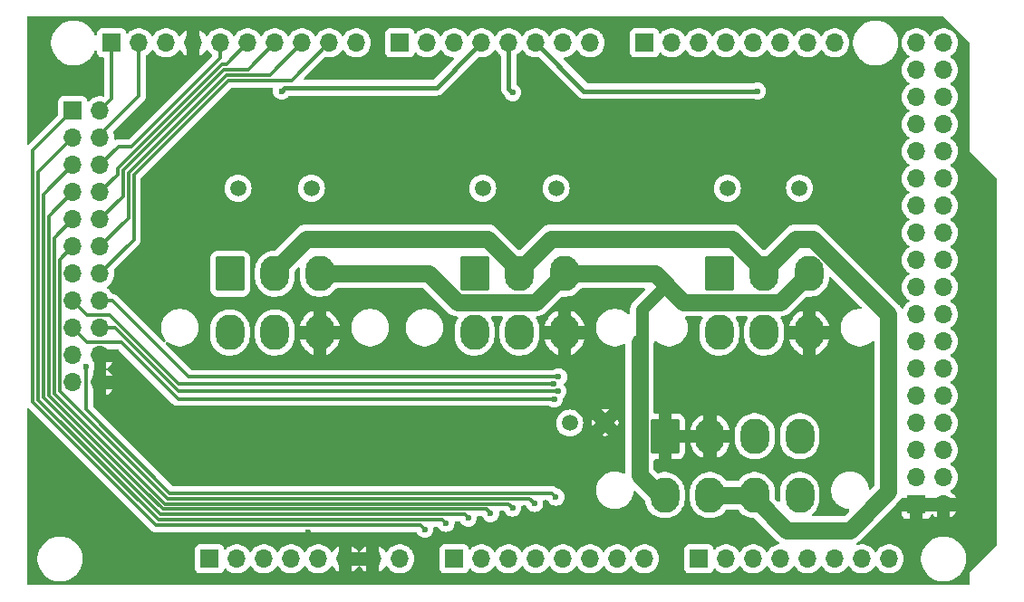
<source format=gbr>
%TF.GenerationSoftware,KiCad,Pcbnew,8.0.5*%
%TF.CreationDate,2024-10-06T15:19:25-06:00*%
%TF.ProjectId,ABSIS_Bus_Master,41425349-535f-4427-9573-5f4d61737465,5.0.0*%
%TF.SameCoordinates,Original*%
%TF.FileFunction,Copper,L2,Bot*%
%TF.FilePolarity,Positive*%
%FSLAX46Y46*%
G04 Gerber Fmt 4.6, Leading zero omitted, Abs format (unit mm)*
G04 Created by KiCad (PCBNEW 8.0.5) date 2024-10-06 15:19:25*
%MOMM*%
%LPD*%
G01*
G04 APERTURE LIST*
G04 Aperture macros list*
%AMRoundRect*
0 Rectangle with rounded corners*
0 $1 Rounding radius*
0 $2 $3 $4 $5 $6 $7 $8 $9 X,Y pos of 4 corners*
0 Add a 4 corners polygon primitive as box body*
4,1,4,$2,$3,$4,$5,$6,$7,$8,$9,$2,$3,0*
0 Add four circle primitives for the rounded corners*
1,1,$1+$1,$2,$3*
1,1,$1+$1,$4,$5*
1,1,$1+$1,$6,$7*
1,1,$1+$1,$8,$9*
0 Add four rect primitives between the rounded corners*
20,1,$1+$1,$2,$3,$4,$5,0*
20,1,$1+$1,$4,$5,$6,$7,0*
20,1,$1+$1,$6,$7,$8,$9,0*
20,1,$1+$1,$8,$9,$2,$3,0*%
G04 Aperture macros list end*
%TA.AperFunction,ComponentPad*%
%ADD10C,1.500000*%
%TD*%
%TA.AperFunction,ComponentPad*%
%ADD11RoundRect,0.250001X-1.099999X-1.399999X1.099999X-1.399999X1.099999X1.399999X-1.099999X1.399999X0*%
%TD*%
%TA.AperFunction,ComponentPad*%
%ADD12O,2.700000X3.300000*%
%TD*%
%TA.AperFunction,ComponentPad*%
%ADD13R,1.700000X1.700000*%
%TD*%
%TA.AperFunction,ComponentPad*%
%ADD14O,1.700000X1.700000*%
%TD*%
%TA.AperFunction,ViaPad*%
%ADD15C,0.600000*%
%TD*%
%TA.AperFunction,Conductor*%
%ADD16C,1.625600*%
%TD*%
%TA.AperFunction,Conductor*%
%ADD17C,1.219200*%
%TD*%
%TA.AperFunction,Conductor*%
%ADD18C,0.304800*%
%TD*%
%TA.AperFunction,Conductor*%
%ADD19C,0.457200*%
%TD*%
G04 APERTURE END LIST*
D10*
%TO.P,TP1,1,1*%
%TO.N,/+12V_SUPPLY*%
X50800000Y15240000D03*
%TD*%
%TO.P,TP2,1,1*%
%TO.N,/+5V_SUPPLY*%
X57785000Y32385000D03*
%TD*%
%TO.P,TP3,1,1*%
%TO.N,/+3.3V_SUPPLY*%
X55245000Y29210000D03*
%TD*%
%TO.P,TP4,1,1*%
%TO.N,GND*%
X54102000Y15303500D03*
%TD*%
%TO.P,TP6,1,1*%
%TO.N,/BUS1-A*%
X65532000Y37211000D03*
%TD*%
%TO.P,TP10,1,1*%
%TO.N,/BUS3-A*%
X19812000Y37211000D03*
%TD*%
%TO.P,TP9,1,1*%
%TO.N,/BUS3-B*%
X26670000Y37211000D03*
%TD*%
%TO.P,TP8,1,1*%
%TO.N,/BUS2-A*%
X42672000Y37211000D03*
%TD*%
%TO.P,TP7,1,1*%
%TO.N,/BUS2-B*%
X49530000Y37211000D03*
%TD*%
%TO.P,TP5,1,1*%
%TO.N,/BUS1-B*%
X72263000Y37211000D03*
%TD*%
D11*
%TO.P,J1,1,Pin_1*%
%TO.N,GND*%
X59690000Y14000000D03*
D12*
%TO.P,J1,2,Pin_2*%
X63890000Y14000000D03*
%TO.P,J1,3,Pin_3*%
%TO.N,/+12V_SUPPLY*%
X68090000Y14000000D03*
%TO.P,J1,4,Pin_4*%
X72290000Y14000000D03*
%TO.P,J1,5,Pin_5*%
%TO.N,/+3.3V_SUPPLY*%
X59690000Y8500000D03*
%TO.P,J1,6,Pin_6*%
%TO.N,/+5V_SUPPLY*%
X63890000Y8500000D03*
%TO.P,J1,7,Pin_7*%
X68090000Y8500000D03*
%TO.P,J1,8,Pin_8*%
%TO.N,/+12V_SUPPLY*%
X72290000Y8500000D03*
%TD*%
D11*
%TO.P,J3,1,Pin_1*%
%TO.N,/+12V_SUPPLY*%
X41910000Y29210000D03*
D12*
%TO.P,J3,2,Pin_2*%
%TO.N,/+5V_SUPPLY*%
X46110000Y29210000D03*
%TO.P,J3,3,Pin_3*%
%TO.N,/+3.3V_SUPPLY*%
X50310000Y29210000D03*
%TO.P,J3,4,Pin_4*%
%TO.N,/BUS2-A*%
X41910000Y23710000D03*
%TO.P,J3,5,Pin_5*%
%TO.N,/BUS2-B*%
X46110000Y23710000D03*
%TO.P,J3,6,Pin_6*%
%TO.N,GND*%
X50310000Y23710000D03*
%TD*%
D11*
%TO.P,J4,1,Pin_1*%
%TO.N,/+12V_SUPPLY*%
X19050000Y29210000D03*
D12*
%TO.P,J4,2,Pin_2*%
%TO.N,/+5V_SUPPLY*%
X23250000Y29210000D03*
%TO.P,J4,3,Pin_3*%
%TO.N,/+3.3V_SUPPLY*%
X27450000Y29210000D03*
%TO.P,J4,4,Pin_4*%
%TO.N,/BUS3-A*%
X19050000Y23710000D03*
%TO.P,J4,5,Pin_5*%
%TO.N,/BUS3-B*%
X23250000Y23710000D03*
%TO.P,J4,6,Pin_6*%
%TO.N,GND*%
X27450000Y23710000D03*
%TD*%
D11*
%TO.P,J2,1,Pin_1*%
%TO.N,/+12V_SUPPLY*%
X64770000Y29210000D03*
D12*
%TO.P,J2,2,Pin_2*%
%TO.N,/+5V_SUPPLY*%
X68970000Y29210000D03*
%TO.P,J2,3,Pin_3*%
%TO.N,/+3.3V_SUPPLY*%
X73170000Y29210000D03*
%TO.P,J2,4,Pin_4*%
%TO.N,/BUS1-A*%
X64770000Y23710000D03*
%TO.P,J2,5,Pin_5*%
%TO.N,/BUS1-B*%
X68970000Y23710000D03*
%TO.P,J2,6,Pin_6*%
%TO.N,GND*%
X73170000Y23710000D03*
%TD*%
D13*
%TO.P,J5,1,Pin_1*%
%TO.N,/A0*%
X4360000Y44440000D03*
D14*
%TO.P,J5,2,Pin_2*%
%TO.N,/SCL*%
X6900000Y44440000D03*
%TO.P,J5,3,Pin_3*%
%TO.N,/A1*%
X4360000Y41900000D03*
%TO.P,J5,4,Pin_4*%
%TO.N,/SDA*%
X6900000Y41900000D03*
%TO.P,J5,5,Pin_5*%
%TO.N,/A2*%
X4360000Y39360000D03*
%TO.P,J5,6,Pin_6*%
%TO.N,/13(\u002A\u002A)*%
X6900000Y39360000D03*
%TO.P,J5,7,Pin_7*%
%TO.N,/A3*%
X4360000Y36820000D03*
%TO.P,J5,8,Pin_8*%
%TO.N,/12(\u002A\u002A)*%
X6900000Y36820000D03*
%TO.P,J5,9,Pin_9*%
%TO.N,/A4*%
X4360000Y34280000D03*
%TO.P,J5,10,Pin_10*%
%TO.N,/11(\u002A\u002A)*%
X6900000Y34280000D03*
%TO.P,J5,11,Pin_11*%
%TO.N,/A5*%
X4360000Y31740000D03*
%TO.P,J5,12,Pin_12*%
%TO.N,/10(\u002A\u002A)*%
X6900000Y31740000D03*
%TO.P,J5,13,Pin_13*%
%TO.N,/A6*%
X4360000Y29200000D03*
%TO.P,J5,14,Pin_14*%
%TO.N,/9(\u002A\u002A)*%
X6900000Y29200000D03*
%TO.P,J5,15,Pin_15*%
%TO.N,/50(MISO)*%
X4360000Y26660000D03*
%TO.P,J5,16,Pin_16*%
%TO.N,/51(MOSI)*%
X6900000Y26660000D03*
%TO.P,J5,17,Pin_17*%
%TO.N,/52(SCK)*%
X4360000Y24120000D03*
%TO.P,J5,18,Pin_18*%
%TO.N,/53(SS)*%
X6900000Y24120000D03*
%TO.P,J5,19,Pin_19*%
%TO.N,+5V*%
X4360000Y21580000D03*
%TO.P,J5,20,Pin_20*%
%TO.N,GND*%
X6900000Y21580000D03*
%TO.P,J5,21,Pin_21*%
%TO.N,+5V*%
X4360000Y19040000D03*
%TO.P,J5,22,Pin_22*%
%TO.N,GND*%
X6900000Y19040000D03*
%TD*%
D13*
%TO.P,P4,1,Pin_1*%
%TO.N,GND*%
X83185000Y7620000D03*
D14*
%TO.P,P4,2,Pin_2*%
X85725000Y7620000D03*
%TO.P,P4,3,Pin_3*%
%TO.N,/52(SCK)*%
X83185000Y10160000D03*
%TO.P,P4,4,Pin_4*%
%TO.N,/53(SS)*%
X85725000Y10160000D03*
%TO.P,P4,5,Pin_5*%
%TO.N,/50(MISO)*%
X83185000Y12700000D03*
%TO.P,P4,6,Pin_6*%
%TO.N,/51(MOSI)*%
X85725000Y12700000D03*
%TO.P,P4,7,Pin_7*%
%TO.N,/48*%
X83185000Y15240000D03*
%TO.P,P4,8,Pin_8*%
%TO.N,/49*%
X85725000Y15240000D03*
%TO.P,P4,9,Pin_9*%
%TO.N,/46*%
X83185000Y17780000D03*
%TO.P,P4,10,Pin_10*%
%TO.N,/47*%
X85725000Y17780000D03*
%TO.P,P4,11,Pin_11*%
%TO.N,/44*%
X83185000Y20320000D03*
%TO.P,P4,12,Pin_12*%
%TO.N,/45*%
X85725000Y20320000D03*
%TO.P,P4,13,Pin_13*%
%TO.N,/42*%
X83185000Y22860000D03*
%TO.P,P4,14,Pin_14*%
%TO.N,/43*%
X85725000Y22860000D03*
%TO.P,P4,15,Pin_15*%
%TO.N,/40*%
X83185000Y25400000D03*
%TO.P,P4,16,Pin_16*%
%TO.N,/41*%
X85725000Y25400000D03*
%TO.P,P4,17,Pin_17*%
%TO.N,/38*%
X83185000Y27940000D03*
%TO.P,P4,18,Pin_18*%
%TO.N,/39*%
X85725000Y27940000D03*
%TO.P,P4,19,Pin_19*%
%TO.N,/36*%
X83185000Y30480000D03*
%TO.P,P4,20,Pin_20*%
%TO.N,/37*%
X85725000Y30480000D03*
%TO.P,P4,21,Pin_21*%
%TO.N,/34*%
X83185000Y33020000D03*
%TO.P,P4,22,Pin_22*%
%TO.N,/35*%
X85725000Y33020000D03*
%TO.P,P4,23,Pin_23*%
%TO.N,/32*%
X83185000Y35560000D03*
%TO.P,P4,24,Pin_24*%
%TO.N,/33*%
X85725000Y35560000D03*
%TO.P,P4,25,Pin_25*%
%TO.N,/30*%
X83185000Y38100000D03*
%TO.P,P4,26,Pin_26*%
%TO.N,/31*%
X85725000Y38100000D03*
%TO.P,P4,27,Pin_27*%
%TO.N,/28*%
X83185000Y40640000D03*
%TO.P,P4,28,Pin_28*%
%TO.N,/29*%
X85725000Y40640000D03*
%TO.P,P4,29,Pin_29*%
%TO.N,/26*%
X83185000Y43180000D03*
%TO.P,P4,30,Pin_30*%
%TO.N,/27*%
X85725000Y43180000D03*
%TO.P,P4,31,Pin_31*%
%TO.N,/24*%
X83185000Y45720000D03*
%TO.P,P4,32,Pin_32*%
%TO.N,/25*%
X85725000Y45720000D03*
%TO.P,P4,33,Pin_33*%
%TO.N,/22*%
X83185000Y48260000D03*
%TO.P,P4,34,Pin_34*%
%TO.N,/23*%
X85725000Y48260000D03*
%TO.P,P4,35,Pin_35*%
%TO.N,+5VD*%
X83185000Y50800000D03*
%TO.P,P4,36,Pin_36*%
X85725000Y50800000D03*
%TD*%
D13*
%TO.P,P1,1,Pin_1*%
%TO.N,unconnected-(P1-Pin_1-Pad1)*%
X17145000Y2540000D03*
D14*
%TO.P,P1,2,Pin_2*%
%TO.N,/IOREF*%
X19685000Y2540000D03*
%TO.P,P1,3,Pin_3*%
%TO.N,/Reset*%
X22225000Y2540000D03*
%TO.P,P1,4,Pin_4*%
%TO.N,+3V3*%
X24765000Y2540000D03*
%TO.P,P1,5,Pin_5*%
%TO.N,+5V*%
X27305000Y2540000D03*
%TO.P,P1,6,Pin_6*%
%TO.N,GND*%
X29845000Y2540000D03*
%TO.P,P1,7,Pin_7*%
X32385000Y2540000D03*
%TO.P,P1,8,Pin_8*%
%TO.N,/+12V_SUPPLY*%
X34925000Y2540000D03*
%TD*%
D13*
%TO.P,P3,1,Pin_1*%
%TO.N,/A8*%
X62865000Y2540000D03*
D14*
%TO.P,P3,2,Pin_2*%
%TO.N,/A9*%
X65405000Y2540000D03*
%TO.P,P3,3,Pin_3*%
%TO.N,/A10*%
X67945000Y2540000D03*
%TO.P,P3,4,Pin_4*%
%TO.N,/A11*%
X70485000Y2540000D03*
%TO.P,P3,5,Pin_5*%
%TO.N,/A12*%
X73025000Y2540000D03*
%TO.P,P3,6,Pin_6*%
%TO.N,/A13*%
X75565000Y2540000D03*
%TO.P,P3,7,Pin_7*%
%TO.N,/A14*%
X78105000Y2540000D03*
%TO.P,P3,8,Pin_8*%
%TO.N,/A15*%
X80645000Y2540000D03*
%TD*%
D13*
%TO.P,P5,1,Pin_1*%
%TO.N,/SCL*%
X8001000Y50800000D03*
D14*
%TO.P,P5,2,Pin_2*%
%TO.N,/SDA*%
X10541000Y50800000D03*
%TO.P,P5,3,Pin_3*%
%TO.N,/AREF*%
X13081000Y50800000D03*
%TO.P,P5,4,Pin_4*%
%TO.N,GND*%
X15621000Y50800000D03*
%TO.P,P5,5,Pin_5*%
%TO.N,/13(\u002A\u002A)*%
X18161000Y50800000D03*
%TO.P,P5,6,Pin_6*%
%TO.N,/12(\u002A\u002A)*%
X20701000Y50800000D03*
%TO.P,P5,7,Pin_7*%
%TO.N,/11(\u002A\u002A)*%
X23241000Y50800000D03*
%TO.P,P5,8,Pin_8*%
%TO.N,/10(\u002A\u002A)*%
X25781000Y50800000D03*
%TO.P,P5,9,Pin_9*%
%TO.N,/9(\u002A\u002A)*%
X28321000Y50800000D03*
%TO.P,P5,10,Pin_10*%
%TO.N,/8(\u002A\u002A)*%
X30861000Y50800000D03*
%TD*%
D13*
%TO.P,P6,1,Pin_1*%
%TO.N,/7(\u002A\u002A)*%
X34925000Y50800000D03*
D14*
%TO.P,P6,2,Pin_2*%
%TO.N,/6(\u002A\u002A)*%
X37465000Y50800000D03*
%TO.P,P6,3,Pin_3*%
%TO.N,/5(\u002A\u002A)*%
X40005000Y50800000D03*
%TO.P,P6,4,Pin_4*%
%TO.N,/4(\u002A\u002A)*%
X42545000Y50800000D03*
%TO.P,P6,5,Pin_5*%
%TO.N,/3(\u002A\u002A)*%
X45085000Y50800000D03*
%TO.P,P6,6,Pin_6*%
%TO.N,/2(\u002A\u002A)*%
X47625000Y50800000D03*
%TO.P,P6,7,Pin_7*%
%TO.N,/1(Tx0)*%
X50165000Y50800000D03*
%TO.P,P6,8,Pin_8*%
%TO.N,/0(Rx0)*%
X52705000Y50800000D03*
%TD*%
D13*
%TO.P,P7,1,Pin_1*%
%TO.N,/14(Tx3)*%
X57785000Y50800000D03*
D14*
%TO.P,P7,2,Pin_2*%
%TO.N,/15(Rx3)*%
X60325000Y50800000D03*
%TO.P,P7,3,Pin_3*%
%TO.N,/16(Tx2)*%
X62865000Y50800000D03*
%TO.P,P7,4,Pin_4*%
%TO.N,/17(Rx2)*%
X65405000Y50800000D03*
%TO.P,P7,5,Pin_5*%
%TO.N,/18(Tx1)*%
X67945000Y50800000D03*
%TO.P,P7,6,Pin_6*%
%TO.N,/19(Rx1)*%
X70485000Y50800000D03*
%TO.P,P7,7,Pin_7*%
%TO.N,/20(SDA)*%
X73025000Y50800000D03*
%TO.P,P7,8,Pin_8*%
%TO.N,/21(SCL)*%
X75565000Y50800000D03*
%TD*%
D13*
%TO.P,P2,1,Pin_1*%
%TO.N,/A0*%
X40001201Y2540000D03*
D14*
%TO.P,P2,2,Pin_2*%
%TO.N,/A1*%
X42541201Y2540000D03*
%TO.P,P2,3,Pin_3*%
%TO.N,/A2*%
X45081201Y2540000D03*
%TO.P,P2,4,Pin_4*%
%TO.N,/A3*%
X47621201Y2540000D03*
%TO.P,P2,5,Pin_5*%
%TO.N,/A4*%
X50161201Y2540000D03*
%TO.P,P2,6,Pin_6*%
%TO.N,/A5*%
X52701201Y2540000D03*
%TO.P,P2,7,Pin_7*%
%TO.N,/A6*%
X55241201Y2540000D03*
%TO.P,P2,8,Pin_8*%
%TO.N,/A7*%
X57781201Y2540000D03*
%TD*%
D15*
%TO.N,GND*%
X27686000Y42735500D03*
X73533000Y42989500D03*
X50546000Y42608500D03*
X26350000Y5000000D03*
%TO.N,/52(SCK)*%
X49348995Y17498012D03*
%TO.N,/53(SS)*%
X49709674Y18211535D03*
%TO.N,/50(MISO)*%
X49300000Y18898100D03*
%TO.N,/51(MOSI)*%
X49754187Y19556065D03*
%TO.N,/A0*%
X37260000Y5300000D03*
%TO.N,/A1*%
X39230000Y5860000D03*
%TO.N,/A2*%
X41320000Y6350000D03*
%TO.N,/A3*%
X43400000Y6790000D03*
%TO.N,/A4*%
X45450000Y7310000D03*
%TO.N,/A5*%
X47510000Y7740000D03*
%TO.N,/A6*%
X49500000Y8320000D03*
X5600000Y20550000D03*
%TO.N,/4(\u002A\u002A)*%
X23876000Y46291500D03*
%TO.N,/3(\u002A\u002A)*%
X45466000Y46148996D03*
%TO.N,/2(\u002A\u002A)*%
X68326000Y46291500D03*
%TD*%
D16*
%TO.N,/+5V_SUPPLY*%
X46110000Y29510000D02*
X49085600Y32485600D01*
X63890000Y8500000D02*
X68090000Y8500000D01*
X80579001Y25442516D02*
X80579001Y8830055D01*
X73535917Y32485600D02*
X80579001Y25442516D01*
X71065600Y5224400D02*
X68090000Y8200000D01*
X80579001Y8830055D02*
X76973346Y5224400D01*
X76973346Y5224400D02*
X71065600Y5224400D01*
X46110000Y29210000D02*
X46110000Y29510000D01*
X68970000Y29510000D02*
X71945600Y32485600D01*
X49085600Y32485600D02*
X65994400Y32485600D01*
X23250000Y29510000D02*
X26225600Y32485600D01*
X26225600Y32485600D02*
X43134400Y32485600D01*
X68970000Y29510000D02*
X68970000Y29210000D01*
X71945600Y32485600D02*
X73535917Y32485600D01*
X68090000Y8200000D02*
X68090000Y8500000D01*
X23250000Y29210000D02*
X23250000Y29510000D01*
X43134400Y32485600D02*
X46110000Y29510000D01*
X65994400Y32485600D02*
X68970000Y29510000D01*
%TO.N,/+3.3V_SUPPLY*%
X27450000Y29210000D02*
X37624118Y29210000D01*
X50310000Y29210000D02*
X57086500Y29210000D01*
X37624118Y29210000D02*
X40286928Y26547190D01*
D17*
X59789473Y28069473D02*
X59789473Y28169473D01*
D16*
X57327190Y22768244D02*
X57327190Y10341756D01*
D17*
X57560000Y23001054D02*
X57560000Y25840000D01*
D16*
X47647190Y26547190D02*
X50310000Y29210000D01*
D17*
X57327190Y22768244D02*
X57560000Y23001054D01*
D16*
X57086500Y29210000D02*
X58748946Y29210000D01*
X61411756Y26547190D02*
X70507190Y26547190D01*
X58748946Y29210000D02*
X61411756Y26547190D01*
D17*
X57560000Y25840000D02*
X59789473Y28069473D01*
D16*
X57327190Y10341756D02*
X59168946Y8500000D01*
X40286928Y26547190D02*
X47647190Y26547190D01*
X59168946Y8500000D02*
X59690000Y8500000D01*
X70507190Y26547190D02*
X73170000Y29210000D01*
D18*
%TO.N,/52(SCK)*%
X5697600Y22782400D02*
X8928030Y22782400D01*
X14212418Y17498012D02*
X49348995Y17498012D01*
X8928030Y22782400D02*
X14212418Y17498012D01*
X4360000Y24120000D02*
X5697600Y22782400D01*
%TO.N,/53(SS)*%
X14212085Y18211535D02*
X49709674Y18211535D01*
X6900000Y24120000D02*
X8303620Y24120000D01*
X8303620Y24120000D02*
X14212085Y18211535D01*
%TO.N,/50(MISO)*%
X7814410Y25322400D02*
X14238710Y18898100D01*
X5697600Y25322400D02*
X7814410Y25322400D01*
X4360000Y26660000D02*
X5697600Y25322400D01*
X14238710Y18898100D02*
X49300000Y18898100D01*
%TO.N,/51(MOSI)*%
X6900000Y26660000D02*
X8102081Y26660000D01*
X15206016Y19556065D02*
X49754187Y19556065D01*
X8102081Y26660000D02*
X15206016Y19556065D01*
%TO.N,/A0*%
X636095Y40716095D02*
X4360000Y44440000D01*
X636095Y17184766D02*
X636095Y40716095D01*
X36867022Y5674179D02*
X12146682Y5674179D01*
X36867022Y5674179D02*
X36885821Y5674179D01*
X12146682Y5674179D02*
X636095Y17184766D01*
X36885821Y5674179D02*
X37260000Y5300000D01*
%TO.N,/A1*%
X38902721Y6178480D02*
X12355570Y6178480D01*
X38902721Y6178480D02*
X38911520Y6178480D01*
X12355570Y6178480D02*
X1140396Y17393654D01*
X38911520Y6178480D02*
X39230000Y5860000D01*
X1140396Y38680396D02*
X4360000Y41900000D01*
X1140396Y17393654D02*
X1140396Y38680396D01*
%TO.N,/A2*%
X12214459Y7032792D02*
X12214451Y7032792D01*
X40938420Y6682781D02*
X40987219Y6682781D01*
X12214451Y7032792D02*
X1644697Y17602546D01*
X40987219Y6682781D02*
X41320000Y6350000D01*
X12564470Y6682781D02*
X12214459Y7032792D01*
X1644697Y36644697D02*
X4360000Y39360000D01*
X1644697Y17602546D02*
X1644697Y36644697D01*
X40938420Y6682781D02*
X12564470Y6682781D01*
%TO.N,/A3*%
X11101823Y8858618D02*
X11101814Y8858618D01*
X42974108Y7187093D02*
X43002907Y7187093D01*
X36395205Y7187093D02*
X36395201Y7187097D01*
X2148998Y34608998D02*
X4360000Y36820000D01*
X43002907Y7187093D02*
X43400000Y6790000D01*
X12773343Y7187097D02*
X11101823Y8858618D01*
X36395201Y7187097D02*
X12773343Y7187097D01*
X2148998Y17811434D02*
X2148998Y34608998D01*
X11101814Y8858618D02*
X2148998Y17811434D01*
X42974108Y7187093D02*
X36395205Y7187093D01*
%TO.N,/A4*%
X2653299Y32573299D02*
X4360000Y34280000D01*
X45009807Y7691394D02*
X45068606Y7691394D01*
X45009807Y7691394D02*
X36604094Y7691394D01*
X45068606Y7691394D02*
X45450000Y7310000D01*
X36604094Y7691394D02*
X36395205Y7691398D01*
X36395205Y7691398D02*
X12982232Y7691398D01*
X12982232Y7691398D02*
X11306427Y9367204D01*
X11306416Y9367204D02*
X2653299Y18020322D01*
X2653299Y18020322D02*
X2653299Y32573299D01*
X11306427Y9367204D02*
X11306416Y9367204D01*
%TO.N,/A5*%
X47054301Y8195699D02*
X47510000Y7740000D01*
X11515305Y9871505D02*
X3157600Y18229210D01*
X47045502Y8195699D02*
X47054301Y8195699D01*
X3157600Y18229210D02*
X3157600Y30537600D01*
X13191121Y8195699D02*
X11515315Y9871505D01*
X11515315Y9871505D02*
X11515305Y9871505D01*
X47045502Y8195699D02*
X13191121Y8195699D01*
X3157600Y30537600D02*
X4360000Y31740000D01*
%TO.N,/A6*%
X5600000Y16500010D02*
X13400010Y8700000D01*
X13400010Y8700000D02*
X49081201Y8700000D01*
X5600000Y20550000D02*
X5600000Y16500010D01*
X49120000Y8700000D02*
X49500000Y8320000D01*
X49081201Y8700000D02*
X49120000Y8700000D01*
%TO.N,/SCL*%
X6900000Y44440000D02*
X8001000Y45541000D01*
X8001000Y45541000D02*
X8001000Y50800000D01*
%TO.N,/SDA*%
X6900000Y42185948D02*
X10541000Y45826948D01*
X6900000Y41900000D02*
X6900000Y42185948D01*
X10541000Y45826948D02*
X10541000Y50800000D01*
%TO.N,/13(\u002A\u002A)*%
X8640000Y41100000D02*
X9870000Y41100000D01*
X6900000Y39360000D02*
X8640000Y41100000D01*
X9870000Y41100000D02*
X18161000Y49391000D01*
X18161000Y49391000D02*
X18161000Y50800000D01*
%TO.N,/12(\u002A\u002A)*%
X6900000Y36820000D02*
X8547097Y38467097D01*
X18276096Y48792903D02*
X18693903Y48792903D01*
X8547097Y38467097D02*
X8547097Y39063907D01*
X8547097Y39063907D02*
X18276096Y48792903D01*
X18693903Y48792903D02*
X20701000Y50800000D01*
%TO.N,/11(\u002A\u002A)*%
X6900000Y34280000D02*
X9051398Y36431398D01*
X9051398Y38855018D02*
X18484984Y48288602D01*
X9051398Y36431398D02*
X9051398Y38855018D01*
X18484984Y48288602D02*
X20729602Y48288602D01*
X20729602Y48288602D02*
X23241000Y50800000D01*
%TO.N,/10(\u002A\u002A)*%
X6900000Y31740000D02*
X9555699Y34395699D01*
X9555699Y38646129D02*
X18693872Y47784301D01*
X9555699Y34395699D02*
X9555699Y38646129D01*
X18693872Y47784301D02*
X22765301Y47784301D01*
X22765301Y47784301D02*
X25781000Y50800000D01*
%TO.N,/9(\u002A\u002A)*%
X10060000Y32360000D02*
X10060000Y38437240D01*
X10060000Y38437240D02*
X18902760Y47280000D01*
X24801000Y47280000D02*
X28321000Y50800000D01*
X18902760Y47280000D02*
X24801000Y47280000D01*
X6900000Y29200000D02*
X10060000Y32360000D01*
D19*
%TO.N,/4(\u002A\u002A)*%
X38336499Y46591499D02*
X41695001Y49950001D01*
X41695001Y49950001D02*
X42545000Y50800000D01*
X23876000Y46291500D02*
X24175999Y46591499D01*
X24175999Y46591499D02*
X38336499Y46591499D01*
%TO.N,/3(\u002A\u002A)*%
X45085000Y50800000D02*
X45085000Y46529996D01*
X45085000Y46529996D02*
X45466000Y46148996D01*
%TO.N,/2(\u002A\u002A)*%
X52133500Y46291500D02*
X47625000Y50800000D01*
X68326000Y46291500D02*
X52133500Y46291500D01*
%TD*%
%TA.AperFunction,Conductor*%
%TO.N,GND*%
G36*
X85709658Y53244498D02*
G01*
X85730632Y53227595D01*
X88152595Y50805632D01*
X88186621Y50743320D01*
X88189500Y50716537D01*
X88189500Y40624982D01*
X88200993Y40597234D01*
X88200996Y40597230D01*
X90692595Y38105632D01*
X90726620Y38043320D01*
X90729500Y38016537D01*
X90729500Y3893464D01*
X90709498Y3825343D01*
X90692594Y3804369D01*
X88222233Y1334006D01*
X88214966Y1326739D01*
X88200993Y1312767D01*
X88189500Y1285019D01*
X88189500Y201500D01*
X88169498Y133379D01*
X88115842Y86886D01*
X88063500Y75500D01*
X201500Y75500D01*
X133379Y95502D01*
X86886Y149158D01*
X75500Y201500D01*
X75500Y2677677D01*
X1074500Y2677677D01*
X1074500Y2402324D01*
X1110438Y2129341D01*
X1130788Y2053394D01*
X1181705Y1863368D01*
X1191757Y1839101D01*
X1287077Y1608978D01*
X1287083Y1608967D01*
X1424748Y1370525D01*
X1592372Y1152072D01*
X1592381Y1152062D01*
X1787061Y957382D01*
X1787071Y957373D01*
X2005524Y789749D01*
X2243966Y652084D01*
X2243977Y652078D01*
X2243979Y652077D01*
X2498368Y546705D01*
X2764334Y475440D01*
X2764338Y475440D01*
X2764340Y475439D01*
X2834696Y466177D01*
X3037326Y439500D01*
X3037333Y439500D01*
X3312667Y439500D01*
X3312674Y439500D01*
X3559391Y471981D01*
X3585659Y475439D01*
X3585659Y475440D01*
X3585666Y475440D01*
X3851632Y546705D01*
X4106021Y652077D01*
X4344479Y789751D01*
X4562928Y957372D01*
X4757628Y1152072D01*
X4925249Y1370521D01*
X5062923Y1608979D01*
X5168295Y1863368D01*
X5239560Y2129334D01*
X5275500Y2402326D01*
X5275500Y2677674D01*
X5239560Y2950666D01*
X5168295Y3216632D01*
X5076332Y3438650D01*
X15786500Y3438650D01*
X15786500Y1641351D01*
X15793009Y1580804D01*
X15793011Y1580796D01*
X15844110Y1443798D01*
X15844112Y1443793D01*
X15931738Y1326739D01*
X16048792Y1239113D01*
X16048794Y1239112D01*
X16048796Y1239111D01*
X16103900Y1218558D01*
X16185795Y1188012D01*
X16185803Y1188010D01*
X16246350Y1181501D01*
X16246355Y1181501D01*
X16246362Y1181500D01*
X16246368Y1181500D01*
X18043632Y1181500D01*
X18043638Y1181500D01*
X18043645Y1181501D01*
X18043649Y1181501D01*
X18104196Y1188010D01*
X18104199Y1188011D01*
X18104201Y1188011D01*
X18241204Y1239111D01*
X18302529Y1285018D01*
X18358261Y1326739D01*
X18445886Y1443792D01*
X18445885Y1443792D01*
X18445889Y1443796D01*
X18489999Y1562061D01*
X18532545Y1618893D01*
X18599066Y1643704D01*
X18668440Y1628612D01*
X18700753Y1603365D01*
X18721529Y1580796D01*
X18761762Y1537092D01*
X18816331Y1494619D01*
X18939424Y1398811D01*
X19137426Y1291658D01*
X19137427Y1291658D01*
X19137428Y1291657D01*
X19249227Y1253277D01*
X19350365Y1218556D01*
X19572431Y1181500D01*
X19572435Y1181500D01*
X19797565Y1181500D01*
X19797569Y1181500D01*
X20019635Y1218556D01*
X20232574Y1291658D01*
X20430576Y1398811D01*
X20608240Y1537094D01*
X20760722Y1702732D01*
X20760927Y1703045D01*
X20766115Y1710988D01*
X20849518Y1838646D01*
X20903520Y1884732D01*
X20973868Y1894308D01*
X21038225Y1864331D01*
X21060480Y1838647D01*
X21093607Y1787942D01*
X21149275Y1702735D01*
X21149279Y1702730D01*
X21301762Y1537092D01*
X21356331Y1494619D01*
X21479424Y1398811D01*
X21677426Y1291658D01*
X21677427Y1291658D01*
X21677428Y1291657D01*
X21789227Y1253277D01*
X21890365Y1218556D01*
X22112431Y1181500D01*
X22112435Y1181500D01*
X22337565Y1181500D01*
X22337569Y1181500D01*
X22559635Y1218556D01*
X22772574Y1291658D01*
X22970576Y1398811D01*
X23148240Y1537094D01*
X23300722Y1702732D01*
X23300927Y1703045D01*
X23306115Y1710988D01*
X23389518Y1838646D01*
X23443520Y1884732D01*
X23513868Y1894308D01*
X23578225Y1864331D01*
X23600480Y1838647D01*
X23633607Y1787942D01*
X23689275Y1702735D01*
X23689279Y1702730D01*
X23841762Y1537092D01*
X23896331Y1494619D01*
X24019424Y1398811D01*
X24217426Y1291658D01*
X24217427Y1291658D01*
X24217428Y1291657D01*
X24329227Y1253277D01*
X24430365Y1218556D01*
X24652431Y1181500D01*
X24652435Y1181500D01*
X24877565Y1181500D01*
X24877569Y1181500D01*
X25099635Y1218556D01*
X25312574Y1291658D01*
X25510576Y1398811D01*
X25688240Y1537094D01*
X25840722Y1702732D01*
X25840927Y1703045D01*
X25846115Y1710988D01*
X25929518Y1838646D01*
X25983520Y1884732D01*
X26053868Y1894308D01*
X26118225Y1864331D01*
X26140480Y1838647D01*
X26173607Y1787942D01*
X26229275Y1702735D01*
X26229279Y1702730D01*
X26381762Y1537092D01*
X26436331Y1494619D01*
X26559424Y1398811D01*
X26757426Y1291658D01*
X26757427Y1291658D01*
X26757428Y1291657D01*
X26869227Y1253277D01*
X26970365Y1218556D01*
X27192431Y1181500D01*
X27192435Y1181500D01*
X27417565Y1181500D01*
X27417569Y1181500D01*
X27639635Y1218556D01*
X27852574Y1291658D01*
X28050576Y1398811D01*
X28228240Y1537094D01*
X28380722Y1702732D01*
X28380927Y1703045D01*
X28396122Y1726305D01*
X28469816Y1839102D01*
X28523819Y1885190D01*
X28594167Y1894765D01*
X28658524Y1864788D01*
X28680782Y1839102D01*
X28769674Y1703042D01*
X28922097Y1537466D01*
X29099700Y1399232D01*
X29099701Y1399231D01*
X29235499Y1325742D01*
X29235500Y1325742D01*
X30454500Y1325742D01*
X30590298Y1399231D01*
X30590299Y1399232D01*
X30767902Y1537466D01*
X30920327Y1703045D01*
X31009517Y1839559D01*
X31063521Y1885648D01*
X31133868Y1895223D01*
X31198226Y1865246D01*
X31220483Y1839559D01*
X31309672Y1703045D01*
X31462097Y1537466D01*
X31639700Y1399232D01*
X31639701Y1399231D01*
X31775499Y1325742D01*
X31775500Y1325742D01*
X31775500Y1930500D01*
X30454500Y1930500D01*
X30454500Y1325742D01*
X29235500Y1325742D01*
X29235500Y2605826D01*
X29345000Y2605826D01*
X29345000Y2474174D01*
X29379075Y2347007D01*
X29444901Y2232993D01*
X29537993Y2139901D01*
X29652007Y2074075D01*
X29779174Y2040000D01*
X29910826Y2040000D01*
X30037993Y2074075D01*
X30152007Y2139901D01*
X30245099Y2232993D01*
X30310925Y2347007D01*
X30345000Y2474174D01*
X30345000Y2605826D01*
X31885000Y2605826D01*
X31885000Y2474174D01*
X31919075Y2347007D01*
X31984901Y2232993D01*
X32077993Y2139901D01*
X32192007Y2074075D01*
X32319174Y2040000D01*
X32450826Y2040000D01*
X32577993Y2074075D01*
X32692007Y2139901D01*
X32785099Y2232993D01*
X32850925Y2347007D01*
X32885000Y2474174D01*
X32885000Y2605826D01*
X32850925Y2732993D01*
X32785099Y2847007D01*
X32692007Y2940099D01*
X32577993Y3005925D01*
X32450826Y3040000D01*
X32319174Y3040000D01*
X32192007Y3005925D01*
X32077993Y2940099D01*
X31984901Y2847007D01*
X31919075Y2732993D01*
X31885000Y2605826D01*
X30345000Y2605826D01*
X30310925Y2732993D01*
X30245099Y2847007D01*
X30152007Y2940099D01*
X30037993Y3005925D01*
X29910826Y3040000D01*
X29779174Y3040000D01*
X29652007Y3005925D01*
X29537993Y2940099D01*
X29444901Y2847007D01*
X29379075Y2732993D01*
X29345000Y2605826D01*
X29235500Y2605826D01*
X29235500Y3754260D01*
X30454500Y3754260D01*
X30454500Y3149500D01*
X31775500Y3149500D01*
X31775500Y3754260D01*
X32994500Y3754260D01*
X32994500Y1325742D01*
X33130298Y1399231D01*
X33130299Y1399232D01*
X33307902Y1537466D01*
X33460327Y1703045D01*
X33549217Y1839101D01*
X33603220Y1885190D01*
X33673568Y1894765D01*
X33737925Y1864788D01*
X33760183Y1839102D01*
X33849279Y1702730D01*
X34001762Y1537092D01*
X34056331Y1494619D01*
X34179424Y1398811D01*
X34377426Y1291658D01*
X34377427Y1291658D01*
X34377428Y1291657D01*
X34489227Y1253277D01*
X34590365Y1218556D01*
X34812431Y1181500D01*
X34812435Y1181500D01*
X35037565Y1181500D01*
X35037569Y1181500D01*
X35259635Y1218556D01*
X35472574Y1291658D01*
X35670576Y1398811D01*
X35848240Y1537094D01*
X36000722Y1702732D01*
X36000927Y1703045D01*
X36007441Y1713017D01*
X36123860Y1891209D01*
X36214296Y2097384D01*
X36269564Y2315632D01*
X36288156Y2540000D01*
X36269564Y2764368D01*
X36225063Y2940099D01*
X36214297Y2982613D01*
X36214296Y2982614D01*
X36214296Y2982616D01*
X36123860Y3188791D01*
X36106500Y3215363D01*
X36000724Y3377266D01*
X36000720Y3377271D01*
X35944216Y3438650D01*
X38642701Y3438650D01*
X38642701Y1641351D01*
X38649210Y1580804D01*
X38649212Y1580796D01*
X38700311Y1443798D01*
X38700313Y1443793D01*
X38787939Y1326739D01*
X38904993Y1239113D01*
X38904995Y1239112D01*
X38904997Y1239111D01*
X38960101Y1218558D01*
X39041996Y1188012D01*
X39042004Y1188010D01*
X39102551Y1181501D01*
X39102556Y1181501D01*
X39102563Y1181500D01*
X39102569Y1181500D01*
X40899833Y1181500D01*
X40899839Y1181500D01*
X40899846Y1181501D01*
X40899850Y1181501D01*
X40960397Y1188010D01*
X40960400Y1188011D01*
X40960402Y1188011D01*
X41097405Y1239111D01*
X41158730Y1285018D01*
X41214462Y1326739D01*
X41302087Y1443792D01*
X41302086Y1443792D01*
X41302090Y1443796D01*
X41346200Y1562061D01*
X41388746Y1618893D01*
X41455267Y1643704D01*
X41524641Y1628612D01*
X41556954Y1603365D01*
X41577730Y1580796D01*
X41617963Y1537092D01*
X41672532Y1494619D01*
X41795625Y1398811D01*
X41993627Y1291658D01*
X41993628Y1291658D01*
X41993629Y1291657D01*
X42105428Y1253277D01*
X42206566Y1218556D01*
X42428632Y1181500D01*
X42428636Y1181500D01*
X42653766Y1181500D01*
X42653770Y1181500D01*
X42875836Y1218556D01*
X43088775Y1291658D01*
X43286777Y1398811D01*
X43464441Y1537094D01*
X43616923Y1702732D01*
X43617128Y1703045D01*
X43622316Y1710988D01*
X43705719Y1838646D01*
X43759721Y1884732D01*
X43830069Y1894308D01*
X43894426Y1864331D01*
X43916681Y1838647D01*
X43949808Y1787942D01*
X44005476Y1702735D01*
X44005480Y1702730D01*
X44157963Y1537092D01*
X44212532Y1494619D01*
X44335625Y1398811D01*
X44533627Y1291658D01*
X44533628Y1291658D01*
X44533629Y1291657D01*
X44645428Y1253277D01*
X44746566Y1218556D01*
X44968632Y1181500D01*
X44968636Y1181500D01*
X45193766Y1181500D01*
X45193770Y1181500D01*
X45415836Y1218556D01*
X45628775Y1291658D01*
X45826777Y1398811D01*
X46004441Y1537094D01*
X46156923Y1702732D01*
X46157128Y1703045D01*
X46162316Y1710988D01*
X46245719Y1838646D01*
X46299721Y1884732D01*
X46370069Y1894308D01*
X46434426Y1864331D01*
X46456681Y1838647D01*
X46489808Y1787942D01*
X46545476Y1702735D01*
X46545480Y1702730D01*
X46697963Y1537092D01*
X46752532Y1494619D01*
X46875625Y1398811D01*
X47073627Y1291658D01*
X47073628Y1291658D01*
X47073629Y1291657D01*
X47185428Y1253277D01*
X47286566Y1218556D01*
X47508632Y1181500D01*
X47508636Y1181500D01*
X47733766Y1181500D01*
X47733770Y1181500D01*
X47955836Y1218556D01*
X48168775Y1291658D01*
X48366777Y1398811D01*
X48544441Y1537094D01*
X48696923Y1702732D01*
X48697128Y1703045D01*
X48702316Y1710988D01*
X48785719Y1838646D01*
X48839721Y1884732D01*
X48910069Y1894308D01*
X48974426Y1864331D01*
X48996681Y1838647D01*
X49029808Y1787942D01*
X49085476Y1702735D01*
X49085480Y1702730D01*
X49237963Y1537092D01*
X49292532Y1494619D01*
X49415625Y1398811D01*
X49613627Y1291658D01*
X49613628Y1291658D01*
X49613629Y1291657D01*
X49725428Y1253277D01*
X49826566Y1218556D01*
X50048632Y1181500D01*
X50048636Y1181500D01*
X50273766Y1181500D01*
X50273770Y1181500D01*
X50495836Y1218556D01*
X50708775Y1291658D01*
X50906777Y1398811D01*
X51084441Y1537094D01*
X51236923Y1702732D01*
X51237128Y1703045D01*
X51242316Y1710988D01*
X51325719Y1838646D01*
X51379721Y1884732D01*
X51450069Y1894308D01*
X51514426Y1864331D01*
X51536681Y1838647D01*
X51569808Y1787942D01*
X51625476Y1702735D01*
X51625480Y1702730D01*
X51777963Y1537092D01*
X51832532Y1494619D01*
X51955625Y1398811D01*
X52153627Y1291658D01*
X52153628Y1291658D01*
X52153629Y1291657D01*
X52265428Y1253277D01*
X52366566Y1218556D01*
X52588632Y1181500D01*
X52588636Y1181500D01*
X52813766Y1181500D01*
X52813770Y1181500D01*
X53035836Y1218556D01*
X53248775Y1291658D01*
X53446777Y1398811D01*
X53624441Y1537094D01*
X53776923Y1702732D01*
X53777128Y1703045D01*
X53782316Y1710988D01*
X53865719Y1838646D01*
X53919721Y1884732D01*
X53990069Y1894308D01*
X54054426Y1864331D01*
X54076681Y1838647D01*
X54109808Y1787942D01*
X54165476Y1702735D01*
X54165480Y1702730D01*
X54317963Y1537092D01*
X54372532Y1494619D01*
X54495625Y1398811D01*
X54693627Y1291658D01*
X54693628Y1291658D01*
X54693629Y1291657D01*
X54805428Y1253277D01*
X54906566Y1218556D01*
X55128632Y1181500D01*
X55128636Y1181500D01*
X55353766Y1181500D01*
X55353770Y1181500D01*
X55575836Y1218556D01*
X55788775Y1291658D01*
X55986777Y1398811D01*
X56164441Y1537094D01*
X56316923Y1702732D01*
X56317128Y1703045D01*
X56322316Y1710988D01*
X56405719Y1838646D01*
X56459721Y1884732D01*
X56530069Y1894308D01*
X56594426Y1864331D01*
X56616681Y1838647D01*
X56649808Y1787942D01*
X56705476Y1702735D01*
X56705480Y1702730D01*
X56857963Y1537092D01*
X56912532Y1494619D01*
X57035625Y1398811D01*
X57233627Y1291658D01*
X57233628Y1291658D01*
X57233629Y1291657D01*
X57345428Y1253277D01*
X57446566Y1218556D01*
X57668632Y1181500D01*
X57668636Y1181500D01*
X57893766Y1181500D01*
X57893770Y1181500D01*
X58115836Y1218556D01*
X58328775Y1291658D01*
X58526777Y1398811D01*
X58704441Y1537094D01*
X58856923Y1702732D01*
X58857128Y1703045D01*
X58863642Y1713017D01*
X58980061Y1891209D01*
X59070497Y2097384D01*
X59125765Y2315632D01*
X59144357Y2540000D01*
X59125765Y2764368D01*
X59081264Y2940099D01*
X59070498Y2982613D01*
X59070497Y2982614D01*
X59070497Y2982616D01*
X58980061Y3188791D01*
X58962701Y3215363D01*
X58856925Y3377266D01*
X58856921Y3377271D01*
X58727421Y3517943D01*
X58704441Y3542906D01*
X58704440Y3542907D01*
X58704438Y3542909D01*
X58584568Y3636208D01*
X58526777Y3681189D01*
X58328775Y3788342D01*
X58328773Y3788343D01*
X58328772Y3788344D01*
X58115840Y3861443D01*
X58115831Y3861445D01*
X58071677Y3868813D01*
X57893770Y3898500D01*
X57668632Y3898500D01*
X57520412Y3873767D01*
X57446570Y3861445D01*
X57446561Y3861443D01*
X57233629Y3788344D01*
X57233627Y3788342D01*
X57035633Y3681193D01*
X57035627Y3681190D01*
X57035625Y3681189D01*
X56857963Y3542909D01*
X56705480Y3377271D01*
X56616684Y3241357D01*
X56562680Y3195269D01*
X56492332Y3185694D01*
X56427975Y3215671D01*
X56405718Y3241357D01*
X56317127Y3376956D01*
X56316923Y3377268D01*
X56316922Y3377269D01*
X56316921Y3377271D01*
X56187421Y3517943D01*
X56164441Y3542906D01*
X56164440Y3542907D01*
X56164438Y3542909D01*
X56044568Y3636208D01*
X55986777Y3681189D01*
X55788775Y3788342D01*
X55788773Y3788343D01*
X55788772Y3788344D01*
X55575840Y3861443D01*
X55575831Y3861445D01*
X55531677Y3868813D01*
X55353770Y3898500D01*
X55128632Y3898500D01*
X54980412Y3873767D01*
X54906570Y3861445D01*
X54906561Y3861443D01*
X54693629Y3788344D01*
X54693627Y3788342D01*
X54495633Y3681193D01*
X54495627Y3681190D01*
X54495625Y3681189D01*
X54317963Y3542909D01*
X54165480Y3377271D01*
X54076684Y3241357D01*
X54022680Y3195269D01*
X53952332Y3185694D01*
X53887975Y3215671D01*
X53865718Y3241357D01*
X53777127Y3376956D01*
X53776923Y3377268D01*
X53776922Y3377269D01*
X53776921Y3377271D01*
X53647421Y3517943D01*
X53624441Y3542906D01*
X53624440Y3542907D01*
X53624438Y3542909D01*
X53504568Y3636208D01*
X53446777Y3681189D01*
X53248775Y3788342D01*
X53248773Y3788343D01*
X53248772Y3788344D01*
X53035840Y3861443D01*
X53035831Y3861445D01*
X52991677Y3868813D01*
X52813770Y3898500D01*
X52588632Y3898500D01*
X52440412Y3873767D01*
X52366570Y3861445D01*
X52366561Y3861443D01*
X52153629Y3788344D01*
X52153627Y3788342D01*
X51955633Y3681193D01*
X51955627Y3681190D01*
X51955625Y3681189D01*
X51777963Y3542909D01*
X51625480Y3377271D01*
X51536684Y3241357D01*
X51482680Y3195269D01*
X51412332Y3185694D01*
X51347975Y3215671D01*
X51325718Y3241357D01*
X51237127Y3376956D01*
X51236923Y3377268D01*
X51236922Y3377269D01*
X51236921Y3377271D01*
X51107421Y3517943D01*
X51084441Y3542906D01*
X51084440Y3542907D01*
X51084438Y3542909D01*
X50964568Y3636208D01*
X50906777Y3681189D01*
X50708775Y3788342D01*
X50708773Y3788343D01*
X50708772Y3788344D01*
X50495840Y3861443D01*
X50495831Y3861445D01*
X50451677Y3868813D01*
X50273770Y3898500D01*
X50048632Y3898500D01*
X49900412Y3873767D01*
X49826570Y3861445D01*
X49826561Y3861443D01*
X49613629Y3788344D01*
X49613627Y3788342D01*
X49415633Y3681193D01*
X49415627Y3681190D01*
X49415625Y3681189D01*
X49237963Y3542909D01*
X49085480Y3377271D01*
X48996684Y3241357D01*
X48942680Y3195269D01*
X48872332Y3185694D01*
X48807975Y3215671D01*
X48785718Y3241357D01*
X48697127Y3376956D01*
X48696923Y3377268D01*
X48696922Y3377269D01*
X48696921Y3377271D01*
X48567421Y3517943D01*
X48544441Y3542906D01*
X48544440Y3542907D01*
X48544438Y3542909D01*
X48424568Y3636208D01*
X48366777Y3681189D01*
X48168775Y3788342D01*
X48168773Y3788343D01*
X48168772Y3788344D01*
X47955840Y3861443D01*
X47955831Y3861445D01*
X47911677Y3868813D01*
X47733770Y3898500D01*
X47508632Y3898500D01*
X47360412Y3873767D01*
X47286570Y3861445D01*
X47286561Y3861443D01*
X47073629Y3788344D01*
X47073627Y3788342D01*
X46875633Y3681193D01*
X46875627Y3681190D01*
X46875625Y3681189D01*
X46697963Y3542909D01*
X46545480Y3377271D01*
X46456684Y3241357D01*
X46402680Y3195269D01*
X46332332Y3185694D01*
X46267975Y3215671D01*
X46245718Y3241357D01*
X46157127Y3376956D01*
X46156923Y3377268D01*
X46156922Y3377269D01*
X46156921Y3377271D01*
X46027421Y3517943D01*
X46004441Y3542906D01*
X46004440Y3542907D01*
X46004438Y3542909D01*
X45884568Y3636208D01*
X45826777Y3681189D01*
X45628775Y3788342D01*
X45628773Y3788343D01*
X45628772Y3788344D01*
X45415840Y3861443D01*
X45415831Y3861445D01*
X45371677Y3868813D01*
X45193770Y3898500D01*
X44968632Y3898500D01*
X44820412Y3873767D01*
X44746570Y3861445D01*
X44746561Y3861443D01*
X44533629Y3788344D01*
X44533627Y3788342D01*
X44335633Y3681193D01*
X44335627Y3681190D01*
X44335625Y3681189D01*
X44157963Y3542909D01*
X44005480Y3377271D01*
X43916684Y3241357D01*
X43862680Y3195269D01*
X43792332Y3185694D01*
X43727975Y3215671D01*
X43705718Y3241357D01*
X43617127Y3376956D01*
X43616923Y3377268D01*
X43616922Y3377269D01*
X43616921Y3377271D01*
X43487421Y3517943D01*
X43464441Y3542906D01*
X43464440Y3542907D01*
X43464438Y3542909D01*
X43344568Y3636208D01*
X43286777Y3681189D01*
X43088775Y3788342D01*
X43088773Y3788343D01*
X43088772Y3788344D01*
X42875840Y3861443D01*
X42875831Y3861445D01*
X42831677Y3868813D01*
X42653770Y3898500D01*
X42428632Y3898500D01*
X42280412Y3873767D01*
X42206570Y3861445D01*
X42206561Y3861443D01*
X41993629Y3788344D01*
X41993627Y3788342D01*
X41795633Y3681193D01*
X41795627Y3681190D01*
X41795625Y3681189D01*
X41617963Y3542909D01*
X41556955Y3476637D01*
X41496102Y3440067D01*
X41425137Y3442202D01*
X41366592Y3482364D01*
X41346200Y3517943D01*
X41302090Y3636203D01*
X41302088Y3636208D01*
X41214462Y3753262D01*
X41097408Y3840888D01*
X41097403Y3840890D01*
X40960405Y3891989D01*
X40960397Y3891991D01*
X40899850Y3898500D01*
X40899839Y3898500D01*
X39102563Y3898500D01*
X39102551Y3898500D01*
X39042004Y3891991D01*
X39041996Y3891989D01*
X38904998Y3840890D01*
X38904993Y3840888D01*
X38787939Y3753262D01*
X38700313Y3636208D01*
X38700311Y3636203D01*
X38649212Y3499205D01*
X38649210Y3499197D01*
X38642701Y3438650D01*
X35944216Y3438650D01*
X35871220Y3517943D01*
X35848240Y3542906D01*
X35848239Y3542907D01*
X35848237Y3542909D01*
X35728367Y3636208D01*
X35670576Y3681189D01*
X35472574Y3788342D01*
X35472572Y3788343D01*
X35472571Y3788344D01*
X35259639Y3861443D01*
X35259630Y3861445D01*
X35215476Y3868813D01*
X35037569Y3898500D01*
X34812431Y3898500D01*
X34664211Y3873767D01*
X34590369Y3861445D01*
X34590360Y3861443D01*
X34377428Y3788344D01*
X34377426Y3788342D01*
X34179432Y3681193D01*
X34179426Y3681190D01*
X34179424Y3681189D01*
X34001762Y3542909D01*
X33849279Y3377271D01*
X33760183Y3240899D01*
X33706179Y3194811D01*
X33635831Y3185236D01*
X33571474Y3215214D01*
X33549217Y3240900D01*
X33460327Y3376956D01*
X33307902Y3542535D01*
X33130301Y3680768D01*
X33130300Y3680769D01*
X32994500Y3754260D01*
X31775500Y3754260D01*
X31639699Y3680769D01*
X31639698Y3680768D01*
X31462097Y3542535D01*
X31309674Y3376958D01*
X31220483Y3240441D01*
X31166479Y3194353D01*
X31096131Y3184778D01*
X31031774Y3214756D01*
X31009517Y3240441D01*
X30920325Y3376958D01*
X30767902Y3542535D01*
X30590301Y3680768D01*
X30590300Y3680769D01*
X30454500Y3754260D01*
X29235500Y3754260D01*
X29099699Y3680769D01*
X29099698Y3680768D01*
X28922097Y3542535D01*
X28769670Y3376955D01*
X28680780Y3240899D01*
X28626776Y3194811D01*
X28556428Y3185236D01*
X28492071Y3215214D01*
X28469816Y3240899D01*
X28430884Y3300489D01*
X28380724Y3377266D01*
X28380720Y3377271D01*
X28251220Y3517943D01*
X28228240Y3542906D01*
X28228239Y3542907D01*
X28228237Y3542909D01*
X28108367Y3636208D01*
X28050576Y3681189D01*
X27852574Y3788342D01*
X27852572Y3788343D01*
X27852571Y3788344D01*
X27639639Y3861443D01*
X27639630Y3861445D01*
X27595476Y3868813D01*
X27417569Y3898500D01*
X27192431Y3898500D01*
X27044211Y3873767D01*
X26970369Y3861445D01*
X26970360Y3861443D01*
X26757428Y3788344D01*
X26757426Y3788342D01*
X26559432Y3681193D01*
X26559426Y3681190D01*
X26559424Y3681189D01*
X26381762Y3542909D01*
X26229279Y3377271D01*
X26140483Y3241357D01*
X26086479Y3195269D01*
X26016131Y3185694D01*
X25951774Y3215671D01*
X25929517Y3241357D01*
X25840926Y3376956D01*
X25840722Y3377268D01*
X25840721Y3377269D01*
X25840720Y3377271D01*
X25711220Y3517943D01*
X25688240Y3542906D01*
X25688239Y3542907D01*
X25688237Y3542909D01*
X25568367Y3636208D01*
X25510576Y3681189D01*
X25312574Y3788342D01*
X25312572Y3788343D01*
X25312571Y3788344D01*
X25099639Y3861443D01*
X25099630Y3861445D01*
X25055476Y3868813D01*
X24877569Y3898500D01*
X24652431Y3898500D01*
X24504211Y3873767D01*
X24430369Y3861445D01*
X24430360Y3861443D01*
X24217428Y3788344D01*
X24217426Y3788342D01*
X24019432Y3681193D01*
X24019426Y3681190D01*
X24019424Y3681189D01*
X23841762Y3542909D01*
X23689279Y3377271D01*
X23600483Y3241357D01*
X23546479Y3195269D01*
X23476131Y3185694D01*
X23411774Y3215671D01*
X23389517Y3241357D01*
X23300926Y3376956D01*
X23300722Y3377268D01*
X23300721Y3377269D01*
X23300720Y3377271D01*
X23171220Y3517943D01*
X23148240Y3542906D01*
X23148239Y3542907D01*
X23148237Y3542909D01*
X23028367Y3636208D01*
X22970576Y3681189D01*
X22772574Y3788342D01*
X22772572Y3788343D01*
X22772571Y3788344D01*
X22559639Y3861443D01*
X22559630Y3861445D01*
X22515476Y3868813D01*
X22337569Y3898500D01*
X22112431Y3898500D01*
X21964211Y3873767D01*
X21890369Y3861445D01*
X21890360Y3861443D01*
X21677428Y3788344D01*
X21677426Y3788342D01*
X21479432Y3681193D01*
X21479426Y3681190D01*
X21479424Y3681189D01*
X21301762Y3542909D01*
X21149279Y3377271D01*
X21060483Y3241357D01*
X21006479Y3195269D01*
X20936131Y3185694D01*
X20871774Y3215671D01*
X20849517Y3241357D01*
X20760926Y3376956D01*
X20760722Y3377268D01*
X20760721Y3377269D01*
X20760720Y3377271D01*
X20631220Y3517943D01*
X20608240Y3542906D01*
X20608239Y3542907D01*
X20608237Y3542909D01*
X20488367Y3636208D01*
X20430576Y3681189D01*
X20232574Y3788342D01*
X20232572Y3788343D01*
X20232571Y3788344D01*
X20019639Y3861443D01*
X20019630Y3861445D01*
X19975476Y3868813D01*
X19797569Y3898500D01*
X19572431Y3898500D01*
X19424211Y3873767D01*
X19350369Y3861445D01*
X19350360Y3861443D01*
X19137428Y3788344D01*
X19137426Y3788342D01*
X18939432Y3681193D01*
X18939426Y3681190D01*
X18939424Y3681189D01*
X18761762Y3542909D01*
X18700754Y3476637D01*
X18639901Y3440067D01*
X18568936Y3442202D01*
X18510391Y3482364D01*
X18489999Y3517943D01*
X18445889Y3636203D01*
X18445887Y3636208D01*
X18358261Y3753262D01*
X18241207Y3840888D01*
X18241202Y3840890D01*
X18104204Y3891989D01*
X18104196Y3891991D01*
X18043649Y3898500D01*
X18043638Y3898500D01*
X16246362Y3898500D01*
X16246350Y3898500D01*
X16185803Y3891991D01*
X16185795Y3891989D01*
X16048797Y3840890D01*
X16048792Y3840888D01*
X15931738Y3753262D01*
X15844112Y3636208D01*
X15844110Y3636203D01*
X15793011Y3499205D01*
X15793009Y3499197D01*
X15786500Y3438650D01*
X5076332Y3438650D01*
X5062923Y3471021D01*
X5062922Y3471023D01*
X5062916Y3471034D01*
X4925251Y3709476D01*
X4905440Y3735294D01*
X4757628Y3927928D01*
X4757627Y3927929D01*
X4757618Y3927939D01*
X4562938Y4122619D01*
X4562928Y4122628D01*
X4440502Y4216568D01*
X4344479Y4290249D01*
X4344478Y4290250D01*
X4344475Y4290252D01*
X4106033Y4427917D01*
X4106022Y4427923D01*
X3915632Y4506785D01*
X3851632Y4533295D01*
X3585666Y4604560D01*
X3585659Y4604562D01*
X3312676Y4640500D01*
X3312674Y4640500D01*
X3037326Y4640500D01*
X3037323Y4640500D01*
X2764340Y4604562D01*
X2498368Y4533295D01*
X2243977Y4427923D01*
X2243966Y4427917D01*
X2005524Y4290252D01*
X1787071Y4122628D01*
X1787061Y4122619D01*
X1592381Y3927939D01*
X1592372Y3927929D01*
X1424748Y3709476D01*
X1287083Y3471034D01*
X1287077Y3471023D01*
X1181705Y3216632D01*
X1110438Y2950660D01*
X1074500Y2677677D01*
X75500Y2677677D01*
X75500Y16506518D01*
X95502Y16574639D01*
X149158Y16621132D01*
X219432Y16631236D01*
X284012Y16601742D01*
X290580Y16595627D01*
X5878376Y11007832D01*
X11628916Y5257292D01*
X11628926Y5257281D01*
X11633326Y5252881D01*
X11633327Y5252880D01*
X11725383Y5160824D01*
X11805602Y5107224D01*
X11805603Y5107222D01*
X11833625Y5088499D01*
X11833628Y5088497D01*
X11953905Y5038677D01*
X12081588Y5013279D01*
X12081589Y5013279D01*
X36415860Y5013279D01*
X36483981Y4993277D01*
X36520903Y4951538D01*
X36523192Y4952976D01*
X36623887Y4792721D01*
X36623888Y4792719D01*
X36752718Y4663889D01*
X36752720Y4663888D01*
X36906981Y4566959D01*
X36906982Y4566959D01*
X36906985Y4566957D01*
X37078953Y4506783D01*
X37260000Y4486384D01*
X37441047Y4506783D01*
X37613015Y4566957D01*
X37767281Y4663889D01*
X37896111Y4792719D01*
X37993043Y4946985D01*
X38053217Y5118953D01*
X38073616Y5300000D01*
X38064887Y5377473D01*
X38077137Y5447405D01*
X38125250Y5499613D01*
X38190095Y5517580D01*
X38420662Y5517580D01*
X38488783Y5497578D01*
X38527349Y5458616D01*
X38593887Y5352721D01*
X38593888Y5352719D01*
X38722718Y5223889D01*
X38722720Y5223888D01*
X38876981Y5126959D01*
X38876982Y5126959D01*
X38876985Y5126957D01*
X39048953Y5066783D01*
X39230000Y5046384D01*
X39411047Y5066783D01*
X39583015Y5126957D01*
X39737281Y5223889D01*
X39866111Y5352719D01*
X39963043Y5506985D01*
X40023217Y5678953D01*
X40043616Y5860000D01*
X40041162Y5881775D01*
X40053411Y5951704D01*
X40101522Y6003912D01*
X40166370Y6021881D01*
X40501676Y6021881D01*
X40569797Y6001879D01*
X40608363Y5962917D01*
X40683887Y5842721D01*
X40683888Y5842719D01*
X40812718Y5713889D01*
X40812720Y5713888D01*
X40966981Y5616959D01*
X40966982Y5616959D01*
X40966985Y5616957D01*
X41138953Y5556783D01*
X41320000Y5536384D01*
X41501047Y5556783D01*
X41673015Y5616957D01*
X41827281Y5713889D01*
X41956111Y5842719D01*
X42053043Y5996985D01*
X42113217Y6168953D01*
X42133616Y6350000D01*
X42129550Y6386087D01*
X42141800Y6456018D01*
X42189912Y6508226D01*
X42254758Y6526193D01*
X42546340Y6526193D01*
X42614461Y6506191D01*
X42660954Y6452535D01*
X42665268Y6441811D01*
X42666956Y6436986D01*
X42666958Y6436982D01*
X42763887Y6282721D01*
X42763888Y6282719D01*
X42892718Y6153889D01*
X42892720Y6153888D01*
X43046981Y6056959D01*
X43046982Y6056959D01*
X43046985Y6056957D01*
X43218953Y5996783D01*
X43400000Y5976384D01*
X43581047Y5996783D01*
X43753015Y6056957D01*
X43907281Y6153889D01*
X44036111Y6282719D01*
X44133043Y6436985D01*
X44193217Y6608953D01*
X44213616Y6790000D01*
X44202305Y6890388D01*
X44214554Y6960319D01*
X44262667Y7012527D01*
X44327513Y7030494D01*
X44602386Y7030494D01*
X44670507Y7010492D01*
X44712769Y6962711D01*
X44713192Y6962976D01*
X44714806Y6960407D01*
X44715910Y6959159D01*
X44716958Y6956982D01*
X44813887Y6802721D01*
X44813888Y6802719D01*
X44942718Y6673889D01*
X44942720Y6673888D01*
X45096981Y6576959D01*
X45096982Y6576959D01*
X45096985Y6576957D01*
X45268953Y6516783D01*
X45450000Y6496384D01*
X45631047Y6516783D01*
X45803015Y6576957D01*
X45957281Y6673889D01*
X46086111Y6802719D01*
X46183043Y6956985D01*
X46243217Y7128953D01*
X46263616Y7310000D01*
X46257288Y7366157D01*
X46254074Y7394692D01*
X46266324Y7464624D01*
X46314437Y7516832D01*
X46379282Y7534799D01*
X46635833Y7534799D01*
X46703954Y7514797D01*
X46750447Y7461141D01*
X46754762Y7450414D01*
X46776957Y7386985D01*
X46776958Y7386982D01*
X46873887Y7232721D01*
X46873888Y7232719D01*
X47002718Y7103889D01*
X47002720Y7103888D01*
X47156981Y7006959D01*
X47156982Y7006959D01*
X47156985Y7006957D01*
X47328953Y6946783D01*
X47510000Y6926384D01*
X47691047Y6946783D01*
X47863015Y7006957D01*
X48017281Y7103889D01*
X48146111Y7232719D01*
X48243043Y7386985D01*
X48303217Y7558953D01*
X48323616Y7740000D01*
X48305702Y7898993D01*
X48317952Y7968925D01*
X48366064Y8021133D01*
X48430910Y8039100D01*
X48653057Y8039100D01*
X48721178Y8019098D01*
X48762408Y7972484D01*
X48763192Y7972976D01*
X48766180Y7968220D01*
X48766580Y7967768D01*
X48766959Y7966981D01*
X48863887Y7812721D01*
X48863888Y7812719D01*
X48992718Y7683889D01*
X48992720Y7683888D01*
X49146981Y7586959D01*
X49146982Y7586959D01*
X49146985Y7586957D01*
X49318953Y7526783D01*
X49500000Y7506384D01*
X49681047Y7526783D01*
X49853015Y7586957D01*
X50007281Y7683889D01*
X50136111Y7812719D01*
X50233043Y7966985D01*
X50293217Y8138953D01*
X50313616Y8320000D01*
X50293217Y8501047D01*
X50233043Y8673015D01*
X50233041Y8673018D01*
X50233041Y8673019D01*
X50136112Y8827280D01*
X50136111Y8827282D01*
X50007281Y8956112D01*
X50007279Y8956113D01*
X49853018Y9053042D01*
X49853015Y9053043D01*
X49681052Y9113216D01*
X49681048Y9113217D01*
X49681047Y9113217D01*
X49681041Y9113218D01*
X49681039Y9113218D01*
X49680214Y9113311D01*
X49679717Y9113520D01*
X49674148Y9114791D01*
X49674370Y9115767D01*
X49614762Y9140816D01*
X49605231Y9149423D01*
X49541301Y9213353D01*
X49541299Y9213355D01*
X49433054Y9285682D01*
X49312782Y9335500D01*
X49312777Y9335502D01*
X49185095Y9360900D01*
X49185093Y9360900D01*
X49146294Y9360900D01*
X13725954Y9360900D01*
X13657833Y9380902D01*
X13636859Y9397805D01*
X7794664Y15240000D01*
X49536693Y15240000D01*
X49555885Y15020629D01*
X49588562Y14898677D01*
X49612879Y14807927D01*
X49612881Y14807921D01*
X49663205Y14700000D01*
X49705944Y14608346D01*
X49819464Y14446224D01*
X49832251Y14427962D01*
X49832254Y14427958D01*
X49987957Y14272255D01*
X49987961Y14272252D01*
X49987962Y14272251D01*
X50168346Y14145944D01*
X50367924Y14052880D01*
X50580629Y13995885D01*
X50800000Y13976693D01*
X51019371Y13995885D01*
X51232076Y14052880D01*
X51320675Y14094194D01*
X53754655Y14094194D01*
X53882712Y14059881D01*
X54102000Y14040696D01*
X54321287Y14059881D01*
X54449343Y14094194D01*
X54102000Y14441537D01*
X54101999Y14441537D01*
X53754655Y14094194D01*
X51320675Y14094194D01*
X51431654Y14145944D01*
X51612038Y14272251D01*
X51767749Y14427962D01*
X51894056Y14608346D01*
X51987120Y14807924D01*
X52044115Y15020629D01*
X52063307Y15240000D01*
X52057752Y15303500D01*
X52839195Y15303500D01*
X52858380Y15084213D01*
X52892692Y14956158D01*
X53240036Y15303501D01*
X53193959Y15349578D01*
X53752000Y15349578D01*
X53752000Y15257422D01*
X53775852Y15168405D01*
X53821930Y15088595D01*
X53887095Y15023430D01*
X53966905Y14977352D01*
X54055922Y14953500D01*
X54148078Y14953500D01*
X54237095Y14977352D01*
X54316905Y15023430D01*
X54382070Y15088595D01*
X54428148Y15168405D01*
X54452000Y15257422D01*
X54452000Y15303501D01*
X54963963Y15303501D01*
X55311306Y14956158D01*
X55345619Y15084213D01*
X55364804Y15303500D01*
X55345619Y15522788D01*
X55311306Y15650845D01*
X54963963Y15303501D01*
X54452000Y15303501D01*
X54452000Y15349578D01*
X54428148Y15438595D01*
X54382070Y15518405D01*
X54316905Y15583570D01*
X54237095Y15629648D01*
X54148078Y15653500D01*
X54055922Y15653500D01*
X53966905Y15629648D01*
X53887095Y15583570D01*
X53821930Y15518405D01*
X53775852Y15438595D01*
X53752000Y15349578D01*
X53193959Y15349578D01*
X52892693Y15650844D01*
X52892691Y15650844D01*
X52858380Y15522789D01*
X52839195Y15303500D01*
X52057752Y15303500D01*
X52044115Y15459371D01*
X51987120Y15672076D01*
X51894056Y15871653D01*
X51767749Y16052038D01*
X51612038Y16207749D01*
X51431654Y16334056D01*
X51431650Y16334058D01*
X51232079Y16427119D01*
X51232073Y16427121D01*
X51142178Y16451209D01*
X51019371Y16484115D01*
X50800000Y16503307D01*
X50580629Y16484115D01*
X50367926Y16427121D01*
X50367920Y16427119D01*
X50168346Y16334056D01*
X49987965Y16207752D01*
X49987959Y16207747D01*
X49832253Y16052041D01*
X49832248Y16052035D01*
X49705944Y15871654D01*
X49612881Y15672080D01*
X49612879Y15672074D01*
X49574190Y15527685D01*
X49555885Y15459371D01*
X49536693Y15240000D01*
X7794664Y15240000D01*
X6521855Y16512809D01*
X53754656Y16512809D01*
X53754656Y16512807D01*
X54101999Y16165464D01*
X54102000Y16165464D01*
X54449342Y16512808D01*
X54321287Y16547120D01*
X54102000Y16566305D01*
X53882711Y16547120D01*
X53754656Y16512809D01*
X6521855Y16512809D01*
X6297805Y16736859D01*
X6263779Y16799171D01*
X6260900Y16825954D01*
X6260900Y17736511D01*
X6280902Y17804632D01*
X6290500Y17813911D01*
X6290500Y17825742D01*
X7509500Y17825742D01*
X7645298Y17899231D01*
X7645299Y17899232D01*
X7822902Y18037466D01*
X7975325Y18203042D01*
X8098419Y18391451D01*
X8098422Y18391457D01*
X8115548Y18430500D01*
X7509500Y18430500D01*
X7509500Y17825742D01*
X6290500Y17825742D01*
X6290500Y19105826D01*
X6400000Y19105826D01*
X6400000Y18974174D01*
X6434075Y18847007D01*
X6499901Y18732993D01*
X6592993Y18639901D01*
X6707007Y18574075D01*
X6834174Y18540000D01*
X6965826Y18540000D01*
X7092993Y18574075D01*
X7207007Y18639901D01*
X7300099Y18732993D01*
X7365925Y18847007D01*
X7400000Y18974174D01*
X7400000Y19105826D01*
X7365925Y19232993D01*
X7300099Y19347007D01*
X7207007Y19440099D01*
X7092993Y19505925D01*
X6965826Y19540000D01*
X6834174Y19540000D01*
X6707007Y19505925D01*
X6592993Y19440099D01*
X6499901Y19347007D01*
X6434075Y19232993D01*
X6400000Y19105826D01*
X6290500Y19105826D01*
X6290500Y19649500D01*
X7509500Y19649500D01*
X8115548Y19649500D01*
X8115548Y19649501D01*
X8098422Y19688544D01*
X8098419Y19688550D01*
X7975325Y19876959D01*
X7822902Y20042535D01*
X7645301Y20180768D01*
X7645300Y20180769D01*
X7611267Y20199186D01*
X7560876Y20249199D01*
X7545524Y20318516D01*
X7570085Y20385129D01*
X7611268Y20420814D01*
X7645293Y20439228D01*
X7645299Y20439232D01*
X7822902Y20577466D01*
X7975325Y20743042D01*
X8098419Y20931451D01*
X8098422Y20931457D01*
X8115548Y20970500D01*
X7509500Y20970500D01*
X7509500Y19649500D01*
X6290500Y19649500D01*
X6290500Y20092979D01*
X6309814Y20160016D01*
X6330022Y20192177D01*
X6333043Y20196985D01*
X6393217Y20368953D01*
X6413616Y20550000D01*
X6393217Y20731047D01*
X6333043Y20903015D01*
X6309812Y20939987D01*
X6290500Y21007022D01*
X6290500Y21645826D01*
X6400000Y21645826D01*
X6400000Y21514174D01*
X6434075Y21387007D01*
X6499901Y21272993D01*
X6592993Y21179901D01*
X6707007Y21114075D01*
X6834174Y21080000D01*
X6965826Y21080000D01*
X7092993Y21114075D01*
X7207007Y21179901D01*
X7300099Y21272993D01*
X7365925Y21387007D01*
X7400000Y21514174D01*
X7400000Y21645826D01*
X7365925Y21772993D01*
X7300099Y21887007D01*
X7207007Y21980099D01*
X7092993Y22045925D01*
X6965826Y22080000D01*
X6834174Y22080000D01*
X6707007Y22045925D01*
X6592993Y21980099D01*
X6499901Y21887007D01*
X6434075Y21772993D01*
X6400000Y21645826D01*
X6290500Y21645826D01*
X6290500Y21995500D01*
X6310502Y22063621D01*
X6364158Y22110114D01*
X6416500Y22121500D01*
X8602086Y22121500D01*
X8670207Y22101498D01*
X8691181Y22084595D01*
X13694652Y17081125D01*
X13694673Y17081102D01*
X13791111Y16984664D01*
X13791115Y16984661D01*
X13791119Y16984657D01*
X13855490Y16941646D01*
X13899364Y16912330D01*
X14019641Y16862510D01*
X14147324Y16837112D01*
X14147325Y16837112D01*
X48844865Y16837112D01*
X48911901Y16817799D01*
X48995980Y16764969D01*
X49167948Y16704795D01*
X49348995Y16684396D01*
X49530042Y16704795D01*
X49702010Y16764969D01*
X49856276Y16861901D01*
X49985106Y16990731D01*
X50082038Y17144997D01*
X50142212Y17316965D01*
X50161063Y17484280D01*
X50188567Y17549731D01*
X50211922Y17570386D01*
X50211423Y17571012D01*
X50216952Y17575423D01*
X50216955Y17575424D01*
X50345785Y17704254D01*
X50442717Y17858520D01*
X50502891Y18030488D01*
X50523290Y18211535D01*
X50502891Y18392582D01*
X50442717Y18564550D01*
X50442715Y18564553D01*
X50442715Y18564554D01*
X50345786Y18718815D01*
X50345785Y18718817D01*
X50292153Y18772449D01*
X50258127Y18834761D01*
X50263192Y18905576D01*
X50292151Y18950638D01*
X50390298Y19048784D01*
X50396413Y19058515D01*
X50487228Y19203047D01*
X50487227Y19203047D01*
X50487230Y19203050D01*
X50547404Y19375018D01*
X50567803Y19556065D01*
X50547404Y19737112D01*
X50487230Y19909080D01*
X50487228Y19909083D01*
X50487228Y19909084D01*
X50390299Y20063345D01*
X50390298Y20063347D01*
X50261468Y20192177D01*
X50261466Y20192178D01*
X50107205Y20289107D01*
X50107202Y20289108D01*
X49935237Y20349281D01*
X49935236Y20349282D01*
X49935234Y20349282D01*
X49754187Y20369681D01*
X49573140Y20349282D01*
X49573137Y20349282D01*
X49573136Y20349281D01*
X49401171Y20289108D01*
X49401169Y20289107D01*
X49317093Y20236278D01*
X49250057Y20216965D01*
X15531959Y20216965D01*
X15463838Y20236967D01*
X15442864Y20253870D01*
X13058359Y22638375D01*
X13024333Y22700687D01*
X13029398Y22771502D01*
X13071945Y22828338D01*
X13138465Y22853149D01*
X13207839Y22838058D01*
X13224158Y22827432D01*
X13375384Y22711392D01*
X13375391Y22711387D01*
X13574099Y22596663D01*
X13574103Y22596662D01*
X13574112Y22596656D01*
X13786113Y22508842D01*
X14007762Y22449452D01*
X14007766Y22449452D01*
X14007768Y22449451D01*
X14066398Y22441733D01*
X14235266Y22419500D01*
X14235273Y22419500D01*
X14464727Y22419500D01*
X14464734Y22419500D01*
X14670345Y22446570D01*
X14692231Y22449451D01*
X14692231Y22449452D01*
X14692238Y22449452D01*
X14913887Y22508842D01*
X15125888Y22596656D01*
X15324612Y22711389D01*
X15506661Y22851081D01*
X15668919Y23013339D01*
X15808611Y23195388D01*
X15923344Y23394112D01*
X16011158Y23606113D01*
X16070548Y23827762D01*
X16100500Y24055266D01*
X16100500Y24131816D01*
X17191500Y24131816D01*
X17191500Y23288185D01*
X17223297Y23046654D01*
X17241709Y22977939D01*
X17286354Y22811323D01*
X17379585Y22586243D01*
X17379586Y22586242D01*
X17379591Y22586232D01*
X17501395Y22375261D01*
X17649707Y22181976D01*
X17649716Y22181966D01*
X17821965Y22009717D01*
X17821975Y22009708D01*
X17821976Y22009707D01*
X18014717Y21861812D01*
X18015260Y21861396D01*
X18022715Y21857092D01*
X18226243Y21739585D01*
X18451323Y21646354D01*
X18686647Y21583299D01*
X18686651Y21583299D01*
X18686653Y21583298D01*
X18748904Y21575103D01*
X18928187Y21551500D01*
X18928194Y21551500D01*
X19171806Y21551500D01*
X19171813Y21551500D01*
X19399567Y21581484D01*
X19413346Y21583298D01*
X19413346Y21583299D01*
X19413353Y21583299D01*
X19648677Y21646354D01*
X19873757Y21739585D01*
X20084743Y21861398D01*
X20278024Y22009707D01*
X20450293Y22181976D01*
X20598602Y22375257D01*
X20720415Y22586243D01*
X20813646Y22811323D01*
X20876701Y23046647D01*
X20908500Y23288187D01*
X20908500Y24131813D01*
X20908500Y24131816D01*
X21391500Y24131816D01*
X21391500Y23288185D01*
X21423297Y23046654D01*
X21441709Y22977939D01*
X21486354Y22811323D01*
X21579585Y22586243D01*
X21579586Y22586242D01*
X21579591Y22586232D01*
X21701395Y22375261D01*
X21849707Y22181976D01*
X21849716Y22181966D01*
X22021965Y22009717D01*
X22021975Y22009708D01*
X22021976Y22009707D01*
X22214717Y21861812D01*
X22215260Y21861396D01*
X22222715Y21857092D01*
X22426243Y21739585D01*
X22651323Y21646354D01*
X22886647Y21583299D01*
X22886651Y21583299D01*
X22886653Y21583298D01*
X22948904Y21575103D01*
X23128187Y21551500D01*
X23128194Y21551500D01*
X23371806Y21551500D01*
X23371813Y21551500D01*
X23599567Y21581484D01*
X23613346Y21583298D01*
X23613346Y21583299D01*
X23613353Y21583299D01*
X23848677Y21646354D01*
X24073757Y21739585D01*
X24284743Y21861398D01*
X24478024Y22009707D01*
X24650293Y22181976D01*
X24798602Y22375257D01*
X24920415Y22586243D01*
X25013646Y22811323D01*
X25076701Y23046647D01*
X25083791Y23100500D01*
X25616714Y23100500D01*
X25623789Y23046751D01*
X25686828Y22811485D01*
X25780035Y22586463D01*
X25780041Y22586452D01*
X25901811Y22375539D01*
X25901816Y22375532D01*
X26050076Y22182316D01*
X26050095Y22182295D01*
X26222294Y22010096D01*
X26222315Y22010077D01*
X26415531Y21861817D01*
X26415538Y21861812D01*
X26626451Y21740042D01*
X26626462Y21740036D01*
X26840500Y21651379D01*
X28059500Y21651379D01*
X28273537Y21740036D01*
X28273548Y21740042D01*
X28484461Y21861812D01*
X28484468Y21861817D01*
X28677684Y22010077D01*
X28677705Y22010096D01*
X28849904Y22182295D01*
X28849923Y22182316D01*
X28998183Y22375532D01*
X28998188Y22375539D01*
X29119958Y22586452D01*
X29119964Y22586463D01*
X29213171Y22811485D01*
X29276210Y23046751D01*
X29283286Y23100500D01*
X28059500Y23100500D01*
X28059500Y21651379D01*
X26840500Y21651379D01*
X26840500Y23100500D01*
X25616714Y23100500D01*
X25083791Y23100500D01*
X25108500Y23288187D01*
X25108500Y23778944D01*
X26750000Y23778944D01*
X26750000Y23641056D01*
X26776901Y23505818D01*
X26829668Y23378426D01*
X26906274Y23263776D01*
X27003776Y23166274D01*
X27118426Y23089668D01*
X27245818Y23036901D01*
X27381056Y23010000D01*
X27518944Y23010000D01*
X27654182Y23036901D01*
X27781574Y23089668D01*
X27896224Y23166274D01*
X27993726Y23263776D01*
X28070332Y23378426D01*
X28123099Y23505818D01*
X28150000Y23641056D01*
X28150000Y23778944D01*
X28123099Y23914182D01*
X28070332Y24041574D01*
X27993726Y24156224D01*
X27896224Y24253726D01*
X27849812Y24284737D01*
X30399500Y24284737D01*
X30399500Y24055264D01*
X30429450Y23827769D01*
X30429452Y23827762D01*
X30488842Y23606113D01*
X30576656Y23394112D01*
X30576657Y23394111D01*
X30576662Y23394100D01*
X30691386Y23195392D01*
X30691391Y23195385D01*
X30831073Y23013348D01*
X30831092Y23013327D01*
X30993326Y22851093D01*
X30993347Y22851074D01*
X31175384Y22711392D01*
X31175391Y22711387D01*
X31374099Y22596663D01*
X31374103Y22596662D01*
X31374112Y22596656D01*
X31586113Y22508842D01*
X31807762Y22449452D01*
X31807766Y22449452D01*
X31807768Y22449451D01*
X31866398Y22441733D01*
X32035266Y22419500D01*
X32035273Y22419500D01*
X32264727Y22419500D01*
X32264734Y22419500D01*
X32470345Y22446570D01*
X32492231Y22449451D01*
X32492231Y22449452D01*
X32492238Y22449452D01*
X32713887Y22508842D01*
X32925888Y22596656D01*
X33124612Y22711389D01*
X33306661Y22851081D01*
X33468919Y23013339D01*
X33608611Y23195388D01*
X33723344Y23394112D01*
X33811158Y23606113D01*
X33870548Y23827762D01*
X33900500Y24055266D01*
X33900500Y24284734D01*
X33900500Y24284737D01*
X35459500Y24284737D01*
X35459500Y24055264D01*
X35489450Y23827769D01*
X35489452Y23827762D01*
X35548842Y23606113D01*
X35636656Y23394112D01*
X35636657Y23394111D01*
X35636662Y23394100D01*
X35751386Y23195392D01*
X35751391Y23195385D01*
X35891073Y23013348D01*
X35891092Y23013327D01*
X36053326Y22851093D01*
X36053347Y22851074D01*
X36235384Y22711392D01*
X36235391Y22711387D01*
X36434099Y22596663D01*
X36434103Y22596662D01*
X36434112Y22596656D01*
X36646113Y22508842D01*
X36867762Y22449452D01*
X36867766Y22449452D01*
X36867768Y22449451D01*
X36926398Y22441733D01*
X37095266Y22419500D01*
X37095273Y22419500D01*
X37324727Y22419500D01*
X37324734Y22419500D01*
X37530345Y22446570D01*
X37552231Y22449451D01*
X37552231Y22449452D01*
X37552238Y22449452D01*
X37773887Y22508842D01*
X37985888Y22596656D01*
X38184612Y22711389D01*
X38366661Y22851081D01*
X38528919Y23013339D01*
X38668611Y23195388D01*
X38783344Y23394112D01*
X38871158Y23606113D01*
X38930548Y23827762D01*
X38960500Y24055266D01*
X38960500Y24284734D01*
X38930548Y24512238D01*
X38871158Y24733887D01*
X38783344Y24945888D01*
X38783338Y24945897D01*
X38783337Y24945901D01*
X38668613Y25144609D01*
X38668608Y25144616D01*
X38528926Y25326653D01*
X38528907Y25326674D01*
X38366673Y25488908D01*
X38366652Y25488927D01*
X38184615Y25628609D01*
X38184608Y25628614D01*
X37985900Y25743338D01*
X37985892Y25743342D01*
X37985888Y25743344D01*
X37773887Y25831158D01*
X37620714Y25872200D01*
X37552231Y25890550D01*
X37324736Y25920500D01*
X37324734Y25920500D01*
X37095266Y25920500D01*
X37095263Y25920500D01*
X36867768Y25890550D01*
X36688875Y25842616D01*
X36646113Y25831158D01*
X36507268Y25773646D01*
X36434110Y25743343D01*
X36434099Y25743338D01*
X36235391Y25628614D01*
X36235384Y25628609D01*
X36053347Y25488927D01*
X36053326Y25488908D01*
X35891092Y25326674D01*
X35891073Y25326653D01*
X35751391Y25144616D01*
X35751386Y25144609D01*
X35636662Y24945901D01*
X35636657Y24945890D01*
X35636656Y24945888D01*
X35590119Y24833538D01*
X35548842Y24733887D01*
X35489450Y24512232D01*
X35459500Y24284737D01*
X33900500Y24284737D01*
X33870548Y24512238D01*
X33811158Y24733887D01*
X33723344Y24945888D01*
X33723338Y24945897D01*
X33723337Y24945901D01*
X33608613Y25144609D01*
X33608608Y25144616D01*
X33468926Y25326653D01*
X33468907Y25326674D01*
X33306673Y25488908D01*
X33306652Y25488927D01*
X33124615Y25628609D01*
X33124608Y25628614D01*
X32925900Y25743338D01*
X32925892Y25743342D01*
X32925888Y25743344D01*
X32713887Y25831158D01*
X32560714Y25872200D01*
X32492231Y25890550D01*
X32264736Y25920500D01*
X32264734Y25920500D01*
X32035266Y25920500D01*
X32035263Y25920500D01*
X31807768Y25890550D01*
X31628875Y25842616D01*
X31586113Y25831158D01*
X31447268Y25773646D01*
X31374110Y25743343D01*
X31374099Y25743338D01*
X31175391Y25628614D01*
X31175384Y25628609D01*
X30993347Y25488927D01*
X30993326Y25488908D01*
X30831092Y25326674D01*
X30831073Y25326653D01*
X30691391Y25144616D01*
X30691386Y25144609D01*
X30576662Y24945901D01*
X30576657Y24945890D01*
X30576656Y24945888D01*
X30530119Y24833538D01*
X30488842Y24733887D01*
X30429450Y24512232D01*
X30399500Y24284737D01*
X27849812Y24284737D01*
X27797785Y24319500D01*
X28059500Y24319500D01*
X29283286Y24319500D01*
X29283286Y24319501D01*
X29276210Y24373250D01*
X29213171Y24608516D01*
X29119964Y24833538D01*
X29119958Y24833549D01*
X28998188Y25044462D01*
X28998183Y25044469D01*
X28849923Y25237685D01*
X28849904Y25237706D01*
X28677705Y25409905D01*
X28677684Y25409924D01*
X28484468Y25558184D01*
X28484461Y25558189D01*
X28273548Y25679959D01*
X28273542Y25679962D01*
X28059500Y25768623D01*
X28059500Y24319500D01*
X27797785Y24319500D01*
X27781574Y24330332D01*
X27654182Y24383099D01*
X27518944Y24410000D01*
X27381056Y24410000D01*
X27245818Y24383099D01*
X27118426Y24330332D01*
X27003776Y24253726D01*
X26906274Y24156224D01*
X26829668Y24041574D01*
X26776901Y23914182D01*
X26750000Y23778944D01*
X25108500Y23778944D01*
X25108500Y24131813D01*
X25083791Y24319501D01*
X25616713Y24319501D01*
X25616714Y24319500D01*
X26840500Y24319500D01*
X26840500Y25768623D01*
X26626457Y25679962D01*
X26626451Y25679959D01*
X26415538Y25558189D01*
X26415531Y25558184D01*
X26222315Y25409924D01*
X26222294Y25409905D01*
X26050095Y25237706D01*
X26050076Y25237685D01*
X25901816Y25044469D01*
X25901811Y25044462D01*
X25780041Y24833549D01*
X25780035Y24833538D01*
X25686828Y24608516D01*
X25623789Y24373250D01*
X25616713Y24319501D01*
X25083791Y24319501D01*
X25076701Y24373353D01*
X25013646Y24608677D01*
X24920415Y24833757D01*
X24894670Y24878348D01*
X24798604Y25044740D01*
X24751685Y25105886D01*
X24650293Y25238024D01*
X24650292Y25238025D01*
X24650283Y25238035D01*
X24478034Y25410284D01*
X24478024Y25410293D01*
X24284739Y25558605D01*
X24073768Y25680409D01*
X24073763Y25680412D01*
X24073757Y25680415D01*
X23848677Y25773646D01*
X23613353Y25836701D01*
X23613346Y25836703D01*
X23371815Y25868500D01*
X23371813Y25868500D01*
X23128187Y25868500D01*
X23128184Y25868500D01*
X22886653Y25836703D01*
X22651323Y25773646D01*
X22426241Y25680414D01*
X22426231Y25680409D01*
X22215260Y25558605D01*
X22021975Y25410293D01*
X22021965Y25410284D01*
X21849716Y25238035D01*
X21849707Y25238025D01*
X21701395Y25044740D01*
X21579591Y24833769D01*
X21579586Y24833759D01*
X21579585Y24833757D01*
X21510634Y24667294D01*
X21486354Y24608677D01*
X21423297Y24373347D01*
X21391500Y24131816D01*
X20908500Y24131816D01*
X20876701Y24373353D01*
X20813646Y24608677D01*
X20720415Y24833757D01*
X20694670Y24878348D01*
X20598604Y25044740D01*
X20551685Y25105886D01*
X20450293Y25238024D01*
X20450292Y25238025D01*
X20450283Y25238035D01*
X20278034Y25410284D01*
X20278024Y25410293D01*
X20084739Y25558605D01*
X19873768Y25680409D01*
X19873763Y25680412D01*
X19873757Y25680415D01*
X19648677Y25773646D01*
X19413353Y25836701D01*
X19413346Y25836703D01*
X19171815Y25868500D01*
X19171813Y25868500D01*
X18928187Y25868500D01*
X18928184Y25868500D01*
X18686653Y25836703D01*
X18451323Y25773646D01*
X18226241Y25680414D01*
X18226231Y25680409D01*
X18015260Y25558605D01*
X17821975Y25410293D01*
X17821965Y25410284D01*
X17649716Y25238035D01*
X17649707Y25238025D01*
X17501395Y25044740D01*
X17379591Y24833769D01*
X17379586Y24833759D01*
X17379585Y24833757D01*
X17310634Y24667294D01*
X17286354Y24608677D01*
X17223297Y24373347D01*
X17191500Y24131816D01*
X16100500Y24131816D01*
X16100500Y24284734D01*
X16070548Y24512238D01*
X16011158Y24733887D01*
X15923344Y24945888D01*
X15923338Y24945897D01*
X15923337Y24945901D01*
X15808613Y25144609D01*
X15808608Y25144616D01*
X15668926Y25326653D01*
X15668907Y25326674D01*
X15506673Y25488908D01*
X15506652Y25488927D01*
X15324615Y25628609D01*
X15324608Y25628614D01*
X15125900Y25743338D01*
X15125892Y25743342D01*
X15125888Y25743344D01*
X14913887Y25831158D01*
X14760714Y25872200D01*
X14692231Y25890550D01*
X14464736Y25920500D01*
X14464734Y25920500D01*
X14235266Y25920500D01*
X14235263Y25920500D01*
X14007768Y25890550D01*
X13828875Y25842616D01*
X13786113Y25831158D01*
X13647268Y25773646D01*
X13574110Y25743343D01*
X13574099Y25743338D01*
X13375391Y25628614D01*
X13375384Y25628609D01*
X13193347Y25488927D01*
X13193326Y25488908D01*
X13031092Y25326674D01*
X13031073Y25326653D01*
X12891391Y25144616D01*
X12891386Y25144609D01*
X12776662Y24945901D01*
X12776657Y24945890D01*
X12776656Y24945888D01*
X12730119Y24833538D01*
X12688842Y24733887D01*
X12629450Y24512232D01*
X12599500Y24284737D01*
X12599500Y24055264D01*
X12629450Y23827769D01*
X12629452Y23827762D01*
X12688842Y23606113D01*
X12776656Y23394112D01*
X12776657Y23394111D01*
X12776662Y23394100D01*
X12891386Y23195392D01*
X12891391Y23195385D01*
X13007431Y23044159D01*
X13033032Y22977939D01*
X13018767Y22908390D01*
X12969166Y22857594D01*
X12899977Y22841678D01*
X12833166Y22865695D01*
X12818374Y22878360D01*
X11999468Y23697266D01*
X8523380Y27173355D01*
X8415135Y27245682D01*
X8294858Y27295502D01*
X8243620Y27305694D01*
X8167176Y27320900D01*
X8167174Y27320900D01*
X8159137Y27320900D01*
X8091016Y27340902D01*
X8053654Y27377985D01*
X7975724Y27497265D01*
X7975720Y27497271D01*
X7823237Y27662909D01*
X7699204Y27759448D01*
X17191499Y27759448D01*
X17202112Y27655579D01*
X17202112Y27655577D01*
X17202113Y27655575D01*
X17257885Y27487262D01*
X17335521Y27361396D01*
X17350970Y27336349D01*
X17350975Y27336343D01*
X17476342Y27210976D01*
X17476348Y27210971D01*
X17476349Y27210970D01*
X17627262Y27117885D01*
X17795575Y27062113D01*
X17823906Y27059219D01*
X17899448Y27051500D01*
X17899456Y27051500D01*
X20200552Y27051500D01*
X20269798Y27058576D01*
X20304425Y27062113D01*
X20472738Y27117885D01*
X20623651Y27210970D01*
X20749030Y27336349D01*
X20842115Y27487262D01*
X20897887Y27655575D01*
X20904023Y27715632D01*
X20908500Y27759448D01*
X20908500Y29631816D01*
X21391500Y29631816D01*
X21391500Y28788185D01*
X21423297Y28546654D01*
X21436161Y28498644D01*
X21486354Y28311323D01*
X21579585Y28086243D01*
X21579586Y28086242D01*
X21579591Y28086232D01*
X21701395Y27875261D01*
X21701397Y27875258D01*
X21701398Y27875257D01*
X21717041Y27854871D01*
X21849707Y27681976D01*
X21849716Y27681966D01*
X22021965Y27509717D01*
X22021975Y27509708D01*
X22021976Y27509707D01*
X22193640Y27377985D01*
X22215260Y27361396D01*
X22331460Y27294308D01*
X22426243Y27239585D01*
X22651323Y27146354D01*
X22886647Y27083299D01*
X22886651Y27083299D01*
X22886653Y27083298D01*
X22948904Y27075103D01*
X23128187Y27051500D01*
X23128194Y27051500D01*
X23371806Y27051500D01*
X23371813Y27051500D01*
X23590103Y27080239D01*
X23613346Y27083298D01*
X23613346Y27083299D01*
X23613353Y27083299D01*
X23848677Y27146354D01*
X24073757Y27239585D01*
X24284743Y27361398D01*
X24478024Y27509707D01*
X24650293Y27681976D01*
X24798602Y27875257D01*
X24920415Y28086243D01*
X25013646Y28311323D01*
X25076701Y28546647D01*
X25108500Y28788187D01*
X25108500Y29447709D01*
X25128502Y29515830D01*
X25145405Y29536804D01*
X25382263Y29773662D01*
X25444575Y29807688D01*
X25515390Y29802623D01*
X25572226Y29760076D01*
X25597037Y29693556D01*
X25596280Y29668122D01*
X25591500Y29631818D01*
X25591500Y28788185D01*
X25623297Y28546654D01*
X25636161Y28498644D01*
X25686354Y28311323D01*
X25779585Y28086243D01*
X25779586Y28086242D01*
X25779591Y28086232D01*
X25901395Y27875261D01*
X25901397Y27875258D01*
X25901398Y27875257D01*
X25917041Y27854871D01*
X26049707Y27681976D01*
X26049716Y27681966D01*
X26221965Y27509717D01*
X26221975Y27509708D01*
X26221976Y27509707D01*
X26393640Y27377985D01*
X26415260Y27361396D01*
X26531460Y27294308D01*
X26626243Y27239585D01*
X26851323Y27146354D01*
X27086647Y27083299D01*
X27086651Y27083299D01*
X27086653Y27083298D01*
X27148904Y27075103D01*
X27328187Y27051500D01*
X27328194Y27051500D01*
X27571806Y27051500D01*
X27571813Y27051500D01*
X27790103Y27080239D01*
X27813346Y27083298D01*
X27813346Y27083299D01*
X27813353Y27083299D01*
X28048677Y27146354D01*
X28273757Y27239585D01*
X28484743Y27361398D01*
X28678024Y27509707D01*
X28850293Y27681976D01*
X28971091Y27839405D01*
X29028429Y27881271D01*
X29071054Y27888700D01*
X37024627Y27888700D01*
X37092748Y27868698D01*
X37113722Y27851795D01*
X39426153Y25539363D01*
X39426156Y25539361D01*
X39426159Y25539358D01*
X39560927Y25441444D01*
X39594416Y25417113D01*
X39779725Y25322693D01*
X39977517Y25258427D01*
X39977518Y25258427D01*
X39977523Y25258425D01*
X40182939Y25225890D01*
X40247745Y25225890D01*
X40315866Y25205888D01*
X40362359Y25152232D01*
X40372463Y25081958D01*
X40356864Y25036890D01*
X40239591Y24833769D01*
X40239586Y24833759D01*
X40239585Y24833757D01*
X40170634Y24667294D01*
X40146354Y24608677D01*
X40083297Y24373347D01*
X40051500Y24131816D01*
X40051500Y23288185D01*
X40083297Y23046654D01*
X40101709Y22977939D01*
X40146354Y22811323D01*
X40239585Y22586243D01*
X40239586Y22586242D01*
X40239591Y22586232D01*
X40361395Y22375261D01*
X40509707Y22181976D01*
X40509716Y22181966D01*
X40681965Y22009717D01*
X40681975Y22009708D01*
X40681976Y22009707D01*
X40874717Y21861812D01*
X40875260Y21861396D01*
X40882715Y21857092D01*
X41086243Y21739585D01*
X41311323Y21646354D01*
X41546647Y21583299D01*
X41546651Y21583299D01*
X41546653Y21583298D01*
X41608904Y21575103D01*
X41788187Y21551500D01*
X41788194Y21551500D01*
X42031806Y21551500D01*
X42031813Y21551500D01*
X42259567Y21581484D01*
X42273346Y21583298D01*
X42273346Y21583299D01*
X42273353Y21583299D01*
X42508677Y21646354D01*
X42733757Y21739585D01*
X42944743Y21861398D01*
X43138024Y22009707D01*
X43310293Y22181976D01*
X43458602Y22375257D01*
X43580415Y22586243D01*
X43673646Y22811323D01*
X43736701Y23046647D01*
X43768500Y23288187D01*
X43768500Y24131813D01*
X43736701Y24373353D01*
X43673646Y24608677D01*
X43580415Y24833757D01*
X43463136Y25036890D01*
X43446398Y25105885D01*
X43469618Y25172977D01*
X43525425Y25216864D01*
X43572255Y25225890D01*
X44447745Y25225890D01*
X44515866Y25205888D01*
X44562359Y25152232D01*
X44572463Y25081958D01*
X44556864Y25036890D01*
X44439591Y24833769D01*
X44439586Y24833759D01*
X44439585Y24833757D01*
X44370634Y24667294D01*
X44346354Y24608677D01*
X44283297Y24373347D01*
X44251500Y24131816D01*
X44251500Y23288185D01*
X44283297Y23046654D01*
X44301709Y22977939D01*
X44346354Y22811323D01*
X44439585Y22586243D01*
X44439586Y22586242D01*
X44439591Y22586232D01*
X44561395Y22375261D01*
X44709707Y22181976D01*
X44709716Y22181966D01*
X44881965Y22009717D01*
X44881975Y22009708D01*
X44881976Y22009707D01*
X45074717Y21861812D01*
X45075260Y21861396D01*
X45082715Y21857092D01*
X45286243Y21739585D01*
X45511323Y21646354D01*
X45746647Y21583299D01*
X45746651Y21583299D01*
X45746653Y21583298D01*
X45808904Y21575103D01*
X45988187Y21551500D01*
X45988194Y21551500D01*
X46231806Y21551500D01*
X46231813Y21551500D01*
X46459567Y21581484D01*
X46473346Y21583298D01*
X46473346Y21583299D01*
X46473353Y21583299D01*
X46708677Y21646354D01*
X46933757Y21739585D01*
X47144743Y21861398D01*
X47338024Y22009707D01*
X47510293Y22181976D01*
X47658602Y22375257D01*
X47780415Y22586243D01*
X47873646Y22811323D01*
X47936701Y23046647D01*
X47943791Y23100500D01*
X48476714Y23100500D01*
X48483789Y23046751D01*
X48546828Y22811485D01*
X48640035Y22586463D01*
X48640041Y22586452D01*
X48761811Y22375539D01*
X48761816Y22375532D01*
X48910076Y22182316D01*
X48910095Y22182295D01*
X49082294Y22010096D01*
X49082315Y22010077D01*
X49275531Y21861817D01*
X49275538Y21861812D01*
X49486451Y21740042D01*
X49486462Y21740036D01*
X49700500Y21651379D01*
X50919500Y21651379D01*
X51133537Y21740036D01*
X51133548Y21740042D01*
X51344461Y21861812D01*
X51344468Y21861817D01*
X51537684Y22010077D01*
X51537705Y22010096D01*
X51709904Y22182295D01*
X51709923Y22182316D01*
X51858183Y22375532D01*
X51858188Y22375539D01*
X51979958Y22586452D01*
X51979964Y22586463D01*
X52073171Y22811485D01*
X52136210Y23046751D01*
X52143286Y23100500D01*
X50919500Y23100500D01*
X50919500Y21651379D01*
X49700500Y21651379D01*
X49700500Y23100500D01*
X48476714Y23100500D01*
X47943791Y23100500D01*
X47968500Y23288187D01*
X47968500Y23778944D01*
X49610000Y23778944D01*
X49610000Y23641056D01*
X49636901Y23505818D01*
X49689668Y23378426D01*
X49766274Y23263776D01*
X49863776Y23166274D01*
X49978426Y23089668D01*
X50105818Y23036901D01*
X50241056Y23010000D01*
X50378944Y23010000D01*
X50514182Y23036901D01*
X50641574Y23089668D01*
X50756224Y23166274D01*
X50853726Y23263776D01*
X50930332Y23378426D01*
X50983099Y23505818D01*
X51010000Y23641056D01*
X51010000Y23778944D01*
X50983099Y23914182D01*
X50930332Y24041574D01*
X50853726Y24156224D01*
X50756224Y24253726D01*
X50657785Y24319500D01*
X50919500Y24319500D01*
X52143286Y24319500D01*
X52143286Y24319501D01*
X52136210Y24373250D01*
X52073171Y24608516D01*
X51979964Y24833538D01*
X51979958Y24833549D01*
X51858188Y25044462D01*
X51858183Y25044469D01*
X51709923Y25237685D01*
X51709904Y25237706D01*
X51537705Y25409905D01*
X51537684Y25409924D01*
X51344468Y25558184D01*
X51344461Y25558189D01*
X51133548Y25679959D01*
X51133542Y25679962D01*
X50919500Y25768623D01*
X50919500Y24319500D01*
X50657785Y24319500D01*
X50641574Y24330332D01*
X50514182Y24383099D01*
X50378944Y24410000D01*
X50241056Y24410000D01*
X50105818Y24383099D01*
X49978426Y24330332D01*
X49863776Y24253726D01*
X49766274Y24156224D01*
X49689668Y24041574D01*
X49636901Y23914182D01*
X49610000Y23778944D01*
X47968500Y23778944D01*
X47968500Y24131813D01*
X47943791Y24319501D01*
X48476713Y24319501D01*
X48476714Y24319500D01*
X49700500Y24319500D01*
X49700500Y25768623D01*
X49486457Y25679962D01*
X49486451Y25679959D01*
X49275538Y25558189D01*
X49275531Y25558184D01*
X49082315Y25409924D01*
X49082294Y25409905D01*
X48910095Y25237706D01*
X48910076Y25237685D01*
X48761816Y25044469D01*
X48761811Y25044462D01*
X48640041Y24833549D01*
X48640035Y24833538D01*
X48546828Y24608516D01*
X48483789Y24373250D01*
X48476713Y24319501D01*
X47943791Y24319501D01*
X47936701Y24373353D01*
X47873646Y24608677D01*
X47780415Y24833757D01*
X47780408Y24833769D01*
X47780408Y24833770D01*
X47662201Y25038510D01*
X47645463Y25107505D01*
X47668683Y25174597D01*
X47724490Y25218484D01*
X47751601Y25225957D01*
X47956595Y25258425D01*
X48154393Y25322693D01*
X48339702Y25417113D01*
X48507959Y25539358D01*
X49995720Y27027121D01*
X50058029Y27061143D01*
X50101256Y27062945D01*
X50188187Y27051500D01*
X50188194Y27051500D01*
X50431806Y27051500D01*
X50431813Y27051500D01*
X50650103Y27080239D01*
X50673346Y27083298D01*
X50673346Y27083299D01*
X50673353Y27083299D01*
X50908677Y27146354D01*
X51133757Y27239585D01*
X51344743Y27361398D01*
X51538024Y27509707D01*
X51710293Y27681976D01*
X51831091Y27839405D01*
X51888429Y27881271D01*
X51931054Y27888700D01*
X56982511Y27888700D01*
X57723278Y27888700D01*
X57791399Y27868698D01*
X57837892Y27815042D01*
X57847996Y27744768D01*
X57818502Y27680188D01*
X57812388Y27673621D01*
X57256654Y27117887D01*
X56707165Y26568399D01*
X56707159Y26568392D01*
X56687397Y26541190D01*
X56687396Y26541189D01*
X56603717Y26426016D01*
X56563429Y26346946D01*
X56523814Y26269199D01*
X56469432Y26101829D01*
X56469431Y26101824D01*
X56469431Y26101823D01*
X56443195Y25936168D01*
X56441900Y25927994D01*
X56441900Y25517871D01*
X56421898Y25449750D01*
X56368242Y25403257D01*
X56297968Y25393153D01*
X56233388Y25422647D01*
X56226805Y25428776D01*
X56166673Y25488908D01*
X56166652Y25488927D01*
X55984615Y25628609D01*
X55984608Y25628614D01*
X55785900Y25743338D01*
X55785892Y25743342D01*
X55785888Y25743344D01*
X55573887Y25831158D01*
X55420714Y25872200D01*
X55352231Y25890550D01*
X55124736Y25920500D01*
X55124734Y25920500D01*
X54895266Y25920500D01*
X54895263Y25920500D01*
X54667768Y25890550D01*
X54488875Y25842616D01*
X54446113Y25831158D01*
X54307268Y25773646D01*
X54234110Y25743343D01*
X54234099Y25743338D01*
X54035391Y25628614D01*
X54035384Y25628609D01*
X53853347Y25488927D01*
X53853326Y25488908D01*
X53691092Y25326674D01*
X53691073Y25326653D01*
X53551391Y25144616D01*
X53551386Y25144609D01*
X53436662Y24945901D01*
X53436657Y24945890D01*
X53436656Y24945888D01*
X53390119Y24833538D01*
X53348842Y24733887D01*
X53289450Y24512232D01*
X53259500Y24284737D01*
X53259500Y24055264D01*
X53289450Y23827769D01*
X53289452Y23827762D01*
X53348842Y23606113D01*
X53436656Y23394112D01*
X53436657Y23394111D01*
X53436662Y23394100D01*
X53551386Y23195392D01*
X53551391Y23195385D01*
X53691073Y23013348D01*
X53691092Y23013327D01*
X53853326Y22851093D01*
X53853347Y22851074D01*
X54035384Y22711392D01*
X54035391Y22711387D01*
X54234099Y22596663D01*
X54234103Y22596662D01*
X54234112Y22596656D01*
X54446113Y22508842D01*
X54667762Y22449452D01*
X54667766Y22449452D01*
X54667768Y22449451D01*
X54726398Y22441733D01*
X54895266Y22419500D01*
X54895273Y22419500D01*
X55124727Y22419500D01*
X55124734Y22419500D01*
X55330345Y22446570D01*
X55352231Y22449451D01*
X55352231Y22449452D01*
X55352238Y22449452D01*
X55573887Y22508842D01*
X55785888Y22596656D01*
X55816888Y22614555D01*
X55885883Y22631293D01*
X55952976Y22608074D01*
X55996864Y22552267D01*
X56005890Y22505436D01*
X56005890Y10613018D01*
X55985888Y10544897D01*
X55932232Y10498404D01*
X55861958Y10488300D01*
X55816890Y10503899D01*
X55765900Y10533338D01*
X55765892Y10533342D01*
X55765888Y10533344D01*
X55553887Y10621158D01*
X55332238Y10680548D01*
X55332231Y10680550D01*
X55104736Y10710500D01*
X55104734Y10710500D01*
X54875266Y10710500D01*
X54875263Y10710500D01*
X54647768Y10680550D01*
X54446807Y10626703D01*
X54426113Y10621158D01*
X54242004Y10544897D01*
X54214110Y10533343D01*
X54214099Y10533338D01*
X54015391Y10418614D01*
X54015384Y10418609D01*
X53833347Y10278927D01*
X53833326Y10278908D01*
X53671092Y10116674D01*
X53671073Y10116653D01*
X53531391Y9934616D01*
X53531386Y9934609D01*
X53416662Y9735901D01*
X53416657Y9735890D01*
X53416656Y9735888D01*
X53370210Y9623757D01*
X53328842Y9523887D01*
X53269450Y9302232D01*
X53239500Y9074737D01*
X53239500Y8845264D01*
X53269450Y8617769D01*
X53269452Y8617762D01*
X53328842Y8396113D01*
X53416656Y8184112D01*
X53416657Y8184111D01*
X53416662Y8184100D01*
X53531386Y7985392D01*
X53531391Y7985385D01*
X53671073Y7803348D01*
X53671092Y7803327D01*
X53833326Y7641093D01*
X53833347Y7641074D01*
X54015384Y7501392D01*
X54015391Y7501387D01*
X54214099Y7386663D01*
X54214103Y7386662D01*
X54214112Y7386656D01*
X54426113Y7298842D01*
X54647762Y7239452D01*
X54647766Y7239452D01*
X54647768Y7239451D01*
X54698888Y7232721D01*
X54875266Y7209500D01*
X54875273Y7209500D01*
X55104727Y7209500D01*
X55104734Y7209500D01*
X55310345Y7236570D01*
X55332231Y7239451D01*
X55332231Y7239452D01*
X55332238Y7239452D01*
X55553887Y7298842D01*
X55765888Y7386656D01*
X55964612Y7501389D01*
X56146661Y7641081D01*
X56308919Y7803339D01*
X56448611Y7985388D01*
X56563344Y8184112D01*
X56651158Y8396113D01*
X56710548Y8617762D01*
X56732114Y8781570D01*
X56760835Y8846494D01*
X56820100Y8885586D01*
X56891092Y8886431D01*
X56946130Y8854216D01*
X57817832Y7982514D01*
X57851858Y7920202D01*
X57853659Y7909866D01*
X57863297Y7836654D01*
X57872221Y7803348D01*
X57926354Y7601323D01*
X58019585Y7376243D01*
X58019586Y7376242D01*
X58019591Y7376232D01*
X58141395Y7165261D01*
X58141397Y7165258D01*
X58141398Y7165257D01*
X58262865Y7006957D01*
X58289707Y6971976D01*
X58289716Y6971966D01*
X58461965Y6799717D01*
X58461975Y6799708D01*
X58461976Y6799707D01*
X58625947Y6673888D01*
X58655260Y6651396D01*
X58710752Y6619358D01*
X58866243Y6529585D01*
X59091323Y6436354D01*
X59326647Y6373299D01*
X59326651Y6373299D01*
X59326653Y6373298D01*
X59388904Y6365103D01*
X59568187Y6341500D01*
X59568194Y6341500D01*
X59811806Y6341500D01*
X59811813Y6341500D01*
X60030103Y6370239D01*
X60053346Y6373298D01*
X60053346Y6373299D01*
X60053353Y6373299D01*
X60288677Y6436354D01*
X60513757Y6529585D01*
X60724743Y6651398D01*
X60918024Y6799707D01*
X61090293Y6971976D01*
X61238602Y7165257D01*
X61360415Y7376243D01*
X61453646Y7601323D01*
X61516701Y7836647D01*
X61548500Y8078187D01*
X61548500Y8921813D01*
X61522639Y9118247D01*
X61516702Y9163347D01*
X61516701Y9163349D01*
X61516701Y9163353D01*
X61453646Y9398677D01*
X61360415Y9623757D01*
X61295669Y9735901D01*
X61238604Y9834740D01*
X61161187Y9935632D01*
X61090293Y10028024D01*
X61090292Y10028025D01*
X61090283Y10028035D01*
X60918034Y10200284D01*
X60918024Y10200293D01*
X60724739Y10348605D01*
X60513768Y10470409D01*
X60513763Y10470412D01*
X60513757Y10470415D01*
X60288677Y10563646D01*
X60053353Y10626701D01*
X60053346Y10626703D01*
X59811815Y10658500D01*
X59811813Y10658500D01*
X59568187Y10658500D01*
X59568184Y10658500D01*
X59326653Y10626703D01*
X59091312Y10563643D01*
X59091308Y10563642D01*
X59086060Y10561468D01*
X59015469Y10553886D01*
X58951986Y10585673D01*
X58948759Y10588787D01*
X58827046Y10710500D01*
X58685394Y10852153D01*
X58651369Y10914465D01*
X58648490Y10941248D01*
X58648490Y11716001D01*
X58668492Y11784122D01*
X58722148Y11830615D01*
X58774490Y11842001D01*
X59080500Y11842001D01*
X60299500Y11842001D01*
X60840507Y11842001D01*
X60944318Y11852606D01*
X61112525Y11908343D01*
X61263339Y12001367D01*
X61263345Y12001372D01*
X61388628Y12126655D01*
X61388633Y12126661D01*
X61481657Y12277475D01*
X61537393Y12445679D01*
X61537394Y12445682D01*
X61547999Y12549485D01*
X61548000Y12549485D01*
X61548000Y13390500D01*
X62056714Y13390500D01*
X62063789Y13336751D01*
X62126828Y13101485D01*
X62220035Y12876463D01*
X62220041Y12876452D01*
X62341811Y12665539D01*
X62341816Y12665532D01*
X62490076Y12472316D01*
X62490095Y12472295D01*
X62662294Y12300096D01*
X62662315Y12300077D01*
X62855531Y12151817D01*
X62855538Y12151812D01*
X63066451Y12030042D01*
X63066462Y12030036D01*
X63280500Y11941379D01*
X64499500Y11941379D01*
X64713537Y12030036D01*
X64713548Y12030042D01*
X64924461Y12151812D01*
X64924468Y12151817D01*
X65117684Y12300077D01*
X65117705Y12300096D01*
X65289904Y12472295D01*
X65289923Y12472316D01*
X65438183Y12665532D01*
X65438188Y12665539D01*
X65559958Y12876452D01*
X65559964Y12876463D01*
X65653171Y13101485D01*
X65716210Y13336751D01*
X65723286Y13390500D01*
X64499500Y13390500D01*
X64499500Y11941379D01*
X63280500Y11941379D01*
X63280500Y13390500D01*
X62056714Y13390500D01*
X61548000Y13390500D01*
X60299500Y13390500D01*
X60299500Y11842001D01*
X59080500Y11842001D01*
X59080500Y13652215D01*
X59146274Y13553776D01*
X59243776Y13456274D01*
X59358426Y13379668D01*
X59485818Y13326901D01*
X59621056Y13300000D01*
X59758944Y13300000D01*
X59894182Y13326901D01*
X60021574Y13379668D01*
X60136224Y13456274D01*
X60233726Y13553776D01*
X60310332Y13668426D01*
X60363099Y13795818D01*
X60390000Y13931056D01*
X60390000Y14068944D01*
X63190000Y14068944D01*
X63190000Y13931056D01*
X63216901Y13795818D01*
X63269668Y13668426D01*
X63346274Y13553776D01*
X63443776Y13456274D01*
X63558426Y13379668D01*
X63685818Y13326901D01*
X63821056Y13300000D01*
X63958944Y13300000D01*
X64094182Y13326901D01*
X64221574Y13379668D01*
X64336224Y13456274D01*
X64433726Y13553776D01*
X64510332Y13668426D01*
X64563099Y13795818D01*
X64590000Y13931056D01*
X64590000Y14068944D01*
X64563099Y14204182D01*
X64510332Y14331574D01*
X64450035Y14421816D01*
X66231500Y14421816D01*
X66231500Y13578185D01*
X66263297Y13336654D01*
X66283284Y13262059D01*
X66326354Y13101323D01*
X66419585Y12876243D01*
X66419586Y12876242D01*
X66419591Y12876232D01*
X66541395Y12665261D01*
X66689707Y12471976D01*
X66689716Y12471966D01*
X66861965Y12299717D01*
X66861975Y12299708D01*
X66861976Y12299707D01*
X67054717Y12151812D01*
X67055260Y12151396D01*
X67098113Y12126655D01*
X67266243Y12029585D01*
X67491323Y11936354D01*
X67726647Y11873299D01*
X67726651Y11873299D01*
X67726653Y11873298D01*
X67788904Y11865103D01*
X67968187Y11841500D01*
X67968194Y11841500D01*
X68211806Y11841500D01*
X68211813Y11841500D01*
X68430103Y11870239D01*
X68453346Y11873298D01*
X68453346Y11873299D01*
X68453353Y11873299D01*
X68688677Y11936354D01*
X68913757Y12029585D01*
X69124743Y12151398D01*
X69318024Y12299707D01*
X69490293Y12471976D01*
X69638602Y12665257D01*
X69760415Y12876243D01*
X69853646Y13101323D01*
X69916701Y13336647D01*
X69948500Y13578187D01*
X69948500Y14421813D01*
X69948500Y14421816D01*
X70431500Y14421816D01*
X70431500Y13578185D01*
X70463297Y13336654D01*
X70483284Y13262059D01*
X70526354Y13101323D01*
X70619585Y12876243D01*
X70619586Y12876242D01*
X70619591Y12876232D01*
X70741395Y12665261D01*
X70889707Y12471976D01*
X70889716Y12471966D01*
X71061965Y12299717D01*
X71061975Y12299708D01*
X71061976Y12299707D01*
X71254717Y12151812D01*
X71255260Y12151396D01*
X71298113Y12126655D01*
X71466243Y12029585D01*
X71691323Y11936354D01*
X71926647Y11873299D01*
X71926651Y11873299D01*
X71926653Y11873298D01*
X71988904Y11865103D01*
X72168187Y11841500D01*
X72168194Y11841500D01*
X72411806Y11841500D01*
X72411813Y11841500D01*
X72630103Y11870239D01*
X72653346Y11873298D01*
X72653346Y11873299D01*
X72653353Y11873299D01*
X72888677Y11936354D01*
X73113757Y12029585D01*
X73324743Y12151398D01*
X73518024Y12299707D01*
X73690293Y12471976D01*
X73838602Y12665257D01*
X73960415Y12876243D01*
X74053646Y13101323D01*
X74116701Y13336647D01*
X74148500Y13578187D01*
X74148500Y14421813D01*
X74116701Y14663353D01*
X74053646Y14898677D01*
X73960415Y15123757D01*
X73893302Y15240000D01*
X73838604Y15334740D01*
X73827218Y15349578D01*
X73690293Y15528024D01*
X73690292Y15528025D01*
X73690283Y15528035D01*
X73518034Y15700284D01*
X73518024Y15700293D01*
X73324739Y15848605D01*
X73113768Y15970409D01*
X73113763Y15970412D01*
X73113757Y15970415D01*
X72888677Y16063646D01*
X72653353Y16126701D01*
X72653346Y16126703D01*
X72411815Y16158500D01*
X72411813Y16158500D01*
X72168187Y16158500D01*
X72168184Y16158500D01*
X71926653Y16126703D01*
X71691323Y16063646D01*
X71466241Y15970414D01*
X71466231Y15970409D01*
X71255260Y15848605D01*
X71061975Y15700293D01*
X71061965Y15700284D01*
X70889716Y15528035D01*
X70889707Y15528025D01*
X70741395Y15334740D01*
X70619591Y15123769D01*
X70619586Y15123759D01*
X70619585Y15123757D01*
X70576868Y15020629D01*
X70526354Y14898677D01*
X70463297Y14663347D01*
X70431500Y14421816D01*
X69948500Y14421816D01*
X69916701Y14663353D01*
X69853646Y14898677D01*
X69760415Y15123757D01*
X69693302Y15240000D01*
X69638604Y15334740D01*
X69627218Y15349578D01*
X69490293Y15528024D01*
X69490292Y15528025D01*
X69490283Y15528035D01*
X69318034Y15700284D01*
X69318024Y15700293D01*
X69124739Y15848605D01*
X68913768Y15970409D01*
X68913763Y15970412D01*
X68913757Y15970415D01*
X68688677Y16063646D01*
X68453353Y16126701D01*
X68453346Y16126703D01*
X68211815Y16158500D01*
X68211813Y16158500D01*
X67968187Y16158500D01*
X67968184Y16158500D01*
X67726653Y16126703D01*
X67491323Y16063646D01*
X67266241Y15970414D01*
X67266231Y15970409D01*
X67055260Y15848605D01*
X66861975Y15700293D01*
X66861965Y15700284D01*
X66689716Y15528035D01*
X66689707Y15528025D01*
X66541395Y15334740D01*
X66419591Y15123769D01*
X66419586Y15123759D01*
X66419585Y15123757D01*
X66376868Y15020629D01*
X66326354Y14898677D01*
X66263297Y14663347D01*
X66231500Y14421816D01*
X64450035Y14421816D01*
X64433726Y14446224D01*
X64336224Y14543726D01*
X64237785Y14609500D01*
X64499500Y14609500D01*
X65723286Y14609500D01*
X65723286Y14609501D01*
X65716210Y14663250D01*
X65653171Y14898516D01*
X65559964Y15123538D01*
X65559958Y15123549D01*
X65438188Y15334462D01*
X65438183Y15334469D01*
X65289923Y15527685D01*
X65289904Y15527706D01*
X65117705Y15699905D01*
X65117684Y15699924D01*
X64924468Y15848184D01*
X64924461Y15848189D01*
X64713548Y15969959D01*
X64713542Y15969962D01*
X64499500Y16058623D01*
X64499500Y14609500D01*
X64237785Y14609500D01*
X64221574Y14620332D01*
X64094182Y14673099D01*
X63958944Y14700000D01*
X63821056Y14700000D01*
X63685818Y14673099D01*
X63558426Y14620332D01*
X63443776Y14543726D01*
X63346274Y14446224D01*
X63269668Y14331574D01*
X63216901Y14204182D01*
X63190000Y14068944D01*
X60390000Y14068944D01*
X60363099Y14204182D01*
X60310332Y14331574D01*
X60233726Y14446224D01*
X60136224Y14543726D01*
X60037785Y14609500D01*
X60299500Y14609500D01*
X61547999Y14609500D01*
X61547999Y14609501D01*
X62056713Y14609501D01*
X62056714Y14609500D01*
X63280500Y14609500D01*
X63280500Y16058623D01*
X63066457Y15969962D01*
X63066451Y15969959D01*
X62855538Y15848189D01*
X62855531Y15848184D01*
X62662315Y15699924D01*
X62662294Y15699905D01*
X62490095Y15527706D01*
X62490076Y15527685D01*
X62341816Y15334469D01*
X62341811Y15334462D01*
X62220041Y15123549D01*
X62220035Y15123538D01*
X62126828Y14898516D01*
X62063789Y14663250D01*
X62056713Y14609501D01*
X61547999Y14609501D01*
X61547999Y15450508D01*
X61537394Y15554319D01*
X61481657Y15722526D01*
X61388633Y15873340D01*
X61388628Y15873346D01*
X61263345Y15998629D01*
X61263339Y15998634D01*
X61112525Y16091658D01*
X60944321Y16147394D01*
X60944318Y16147395D01*
X60840515Y16158000D01*
X60299500Y16158000D01*
X60299500Y14609500D01*
X60037785Y14609500D01*
X60021574Y14620332D01*
X59894182Y14673099D01*
X59758944Y14700000D01*
X59621056Y14700000D01*
X59485818Y14673099D01*
X59358426Y14620332D01*
X59243776Y14543726D01*
X59146274Y14446224D01*
X59080500Y14347786D01*
X59080500Y16158000D01*
X58774490Y16158000D01*
X58706369Y16178002D01*
X58659876Y16231658D01*
X58648490Y16284000D01*
X58648490Y22716190D01*
X58650041Y22735900D01*
X58656698Y22777930D01*
X58663105Y22818387D01*
X58693517Y22882538D01*
X58753785Y22920066D01*
X58824775Y22919052D01*
X58876649Y22887770D01*
X58913326Y22851093D01*
X58913347Y22851074D01*
X59095384Y22711392D01*
X59095391Y22711387D01*
X59294099Y22596663D01*
X59294103Y22596662D01*
X59294112Y22596656D01*
X59506113Y22508842D01*
X59727762Y22449452D01*
X59727766Y22449452D01*
X59727768Y22449451D01*
X59786398Y22441733D01*
X59955266Y22419500D01*
X59955273Y22419500D01*
X60184727Y22419500D01*
X60184734Y22419500D01*
X60390345Y22446570D01*
X60412231Y22449451D01*
X60412231Y22449452D01*
X60412238Y22449452D01*
X60633887Y22508842D01*
X60845888Y22596656D01*
X61044612Y22711389D01*
X61226661Y22851081D01*
X61388919Y23013339D01*
X61528611Y23195388D01*
X61643344Y23394112D01*
X61731158Y23606113D01*
X61790548Y23827762D01*
X61820500Y24055266D01*
X61820500Y24284734D01*
X61790548Y24512238D01*
X61731158Y24733887D01*
X61643344Y24945888D01*
X61643338Y24945897D01*
X61643337Y24945901D01*
X61590805Y25036890D01*
X61574067Y25105886D01*
X61597288Y25172977D01*
X61653095Y25216864D01*
X61699924Y25225890D01*
X63107745Y25225890D01*
X63175866Y25205888D01*
X63222359Y25152232D01*
X63232463Y25081958D01*
X63216864Y25036890D01*
X63099591Y24833769D01*
X63099586Y24833759D01*
X63099585Y24833757D01*
X63030634Y24667294D01*
X63006354Y24608677D01*
X62943297Y24373347D01*
X62911500Y24131816D01*
X62911500Y23288185D01*
X62943297Y23046654D01*
X62961709Y22977939D01*
X63006354Y22811323D01*
X63099585Y22586243D01*
X63099586Y22586242D01*
X63099591Y22586232D01*
X63221395Y22375261D01*
X63369707Y22181976D01*
X63369716Y22181966D01*
X63541965Y22009717D01*
X63541975Y22009708D01*
X63541976Y22009707D01*
X63734717Y21861812D01*
X63735260Y21861396D01*
X63742715Y21857092D01*
X63946243Y21739585D01*
X64171323Y21646354D01*
X64406647Y21583299D01*
X64406651Y21583299D01*
X64406653Y21583298D01*
X64468904Y21575103D01*
X64648187Y21551500D01*
X64648194Y21551500D01*
X64891806Y21551500D01*
X64891813Y21551500D01*
X65119567Y21581484D01*
X65133346Y21583298D01*
X65133346Y21583299D01*
X65133353Y21583299D01*
X65368677Y21646354D01*
X65593757Y21739585D01*
X65804743Y21861398D01*
X65998024Y22009707D01*
X66170293Y22181976D01*
X66318602Y22375257D01*
X66440415Y22586243D01*
X66533646Y22811323D01*
X66596701Y23046647D01*
X66628500Y23288187D01*
X66628500Y24131813D01*
X66596701Y24373353D01*
X66533646Y24608677D01*
X66440415Y24833757D01*
X66323136Y25036890D01*
X66306398Y25105885D01*
X66329618Y25172977D01*
X66385425Y25216864D01*
X66432255Y25225890D01*
X67307745Y25225890D01*
X67375866Y25205888D01*
X67422359Y25152232D01*
X67432463Y25081958D01*
X67416864Y25036890D01*
X67299591Y24833769D01*
X67299586Y24833759D01*
X67299585Y24833757D01*
X67230634Y24667294D01*
X67206354Y24608677D01*
X67143297Y24373347D01*
X67111500Y24131816D01*
X67111500Y23288185D01*
X67143297Y23046654D01*
X67161709Y22977939D01*
X67206354Y22811323D01*
X67299585Y22586243D01*
X67299586Y22586242D01*
X67299591Y22586232D01*
X67421395Y22375261D01*
X67569707Y22181976D01*
X67569716Y22181966D01*
X67741965Y22009717D01*
X67741975Y22009708D01*
X67741976Y22009707D01*
X67934717Y21861812D01*
X67935260Y21861396D01*
X67942715Y21857092D01*
X68146243Y21739585D01*
X68371323Y21646354D01*
X68606647Y21583299D01*
X68606651Y21583299D01*
X68606653Y21583298D01*
X68668904Y21575103D01*
X68848187Y21551500D01*
X68848194Y21551500D01*
X69091806Y21551500D01*
X69091813Y21551500D01*
X69319567Y21581484D01*
X69333346Y21583298D01*
X69333346Y21583299D01*
X69333353Y21583299D01*
X69568677Y21646354D01*
X69793757Y21739585D01*
X70004743Y21861398D01*
X70198024Y22009707D01*
X70370293Y22181976D01*
X70518602Y22375257D01*
X70640415Y22586243D01*
X70733646Y22811323D01*
X70796701Y23046647D01*
X70803791Y23100500D01*
X71336714Y23100500D01*
X71343789Y23046751D01*
X71406828Y22811485D01*
X71500035Y22586463D01*
X71500041Y22586452D01*
X71621811Y22375539D01*
X71621816Y22375532D01*
X71770076Y22182316D01*
X71770095Y22182295D01*
X71942294Y22010096D01*
X71942315Y22010077D01*
X72135531Y21861817D01*
X72135538Y21861812D01*
X72346451Y21740042D01*
X72346462Y21740036D01*
X72560500Y21651379D01*
X73779500Y21651379D01*
X73993537Y21740036D01*
X73993548Y21740042D01*
X74204461Y21861812D01*
X74204468Y21861817D01*
X74397684Y22010077D01*
X74397705Y22010096D01*
X74569904Y22182295D01*
X74569923Y22182316D01*
X74718183Y22375532D01*
X74718188Y22375539D01*
X74839958Y22586452D01*
X74839964Y22586463D01*
X74933171Y22811485D01*
X74996210Y23046751D01*
X75003286Y23100500D01*
X73779500Y23100500D01*
X73779500Y21651379D01*
X72560500Y21651379D01*
X72560500Y23100500D01*
X71336714Y23100500D01*
X70803791Y23100500D01*
X70828500Y23288187D01*
X70828500Y23778944D01*
X72470000Y23778944D01*
X72470000Y23641056D01*
X72496901Y23505818D01*
X72549668Y23378426D01*
X72626274Y23263776D01*
X72723776Y23166274D01*
X72838426Y23089668D01*
X72965818Y23036901D01*
X73101056Y23010000D01*
X73238944Y23010000D01*
X73374182Y23036901D01*
X73501574Y23089668D01*
X73616224Y23166274D01*
X73713726Y23263776D01*
X73790332Y23378426D01*
X73843099Y23505818D01*
X73870000Y23641056D01*
X73870000Y23778944D01*
X73843099Y23914182D01*
X73790332Y24041574D01*
X73713726Y24156224D01*
X73616224Y24253726D01*
X73517785Y24319500D01*
X73779500Y24319500D01*
X75003286Y24319500D01*
X75003286Y24319501D01*
X74996210Y24373250D01*
X74933171Y24608516D01*
X74839964Y24833538D01*
X74839958Y24833549D01*
X74718188Y25044462D01*
X74718183Y25044469D01*
X74569923Y25237685D01*
X74569904Y25237706D01*
X74397705Y25409905D01*
X74397684Y25409924D01*
X74204468Y25558184D01*
X74204461Y25558189D01*
X73993548Y25679959D01*
X73993542Y25679962D01*
X73779500Y25768623D01*
X73779500Y24319500D01*
X73517785Y24319500D01*
X73501574Y24330332D01*
X73374182Y24383099D01*
X73238944Y24410000D01*
X73101056Y24410000D01*
X72965818Y24383099D01*
X72838426Y24330332D01*
X72723776Y24253726D01*
X72626274Y24156224D01*
X72549668Y24041574D01*
X72496901Y23914182D01*
X72470000Y23778944D01*
X70828500Y23778944D01*
X70828500Y24131813D01*
X70803791Y24319501D01*
X71336713Y24319501D01*
X71336714Y24319500D01*
X72560500Y24319500D01*
X72560500Y25768623D01*
X72346457Y25679962D01*
X72346451Y25679959D01*
X72135538Y25558189D01*
X72135531Y25558184D01*
X71942315Y25409924D01*
X71942294Y25409905D01*
X71770095Y25237706D01*
X71770076Y25237685D01*
X71621816Y25044469D01*
X71621811Y25044462D01*
X71500041Y24833549D01*
X71500035Y24833538D01*
X71406828Y24608516D01*
X71343789Y24373250D01*
X71336713Y24319501D01*
X70803791Y24319501D01*
X70796701Y24373353D01*
X70733646Y24608677D01*
X70640415Y24833757D01*
X70640408Y24833769D01*
X70640408Y24833770D01*
X70522201Y25038510D01*
X70505463Y25107505D01*
X70528683Y25174597D01*
X70584490Y25218484D01*
X70611601Y25225957D01*
X70816595Y25258425D01*
X71014393Y25322693D01*
X71199702Y25417113D01*
X71367959Y25539358D01*
X72855720Y27027121D01*
X72918029Y27061143D01*
X72961256Y27062945D01*
X73048187Y27051500D01*
X73048194Y27051500D01*
X73291806Y27051500D01*
X73291813Y27051500D01*
X73510103Y27080239D01*
X73533346Y27083298D01*
X73533346Y27083299D01*
X73533353Y27083299D01*
X73768677Y27146354D01*
X73993757Y27239585D01*
X74204743Y27361398D01*
X74398024Y27509707D01*
X74570293Y27681976D01*
X74718602Y27875257D01*
X74840415Y28086243D01*
X74933646Y28311323D01*
X74996701Y28546647D01*
X75028500Y28788187D01*
X75028500Y28820226D01*
X75048502Y28888347D01*
X75102158Y28934840D01*
X75172432Y28944944D01*
X75237012Y28915450D01*
X75243595Y28909321D01*
X78017321Y26135595D01*
X78051347Y26073283D01*
X78046282Y26002468D01*
X78003735Y25945632D01*
X77937215Y25920821D01*
X77928226Y25920500D01*
X77755263Y25920500D01*
X77527768Y25890550D01*
X77348875Y25842616D01*
X77306113Y25831158D01*
X77167268Y25773646D01*
X77094110Y25743343D01*
X77094099Y25743338D01*
X76895391Y25628614D01*
X76895384Y25628609D01*
X76713347Y25488927D01*
X76713326Y25488908D01*
X76551092Y25326674D01*
X76551073Y25326653D01*
X76411391Y25144616D01*
X76411386Y25144609D01*
X76296662Y24945901D01*
X76296657Y24945890D01*
X76296656Y24945888D01*
X76250119Y24833538D01*
X76208842Y24733887D01*
X76149450Y24512232D01*
X76119500Y24284737D01*
X76119500Y24055264D01*
X76149450Y23827769D01*
X76149452Y23827762D01*
X76208842Y23606113D01*
X76296656Y23394112D01*
X76296657Y23394111D01*
X76296662Y23394100D01*
X76411386Y23195392D01*
X76411391Y23195385D01*
X76551073Y23013348D01*
X76551092Y23013327D01*
X76713326Y22851093D01*
X76713347Y22851074D01*
X76895384Y22711392D01*
X76895391Y22711387D01*
X77094099Y22596663D01*
X77094103Y22596662D01*
X77094112Y22596656D01*
X77306113Y22508842D01*
X77527762Y22449452D01*
X77527766Y22449452D01*
X77527768Y22449451D01*
X77586398Y22441733D01*
X77755266Y22419500D01*
X77755273Y22419500D01*
X77984727Y22419500D01*
X77984734Y22419500D01*
X78190345Y22446570D01*
X78212231Y22449451D01*
X78212231Y22449452D01*
X78212238Y22449452D01*
X78433887Y22508842D01*
X78645888Y22596656D01*
X78844612Y22711389D01*
X79026661Y22851081D01*
X79033174Y22857594D01*
X79042606Y22867025D01*
X79104918Y22901051D01*
X79175733Y22895986D01*
X79232569Y22853439D01*
X79257380Y22786919D01*
X79257701Y22777930D01*
X79257701Y9429546D01*
X79237699Y9361425D01*
X79220800Y9340456D01*
X79047129Y9166784D01*
X78946130Y9065785D01*
X78883818Y9031760D01*
X78813002Y9036825D01*
X78756167Y9079372D01*
X78732113Y9138435D01*
X78730666Y9149423D01*
X78710548Y9302238D01*
X78651158Y9523887D01*
X78563344Y9735888D01*
X78563338Y9735897D01*
X78563337Y9735901D01*
X78448613Y9934609D01*
X78448608Y9934616D01*
X78308926Y10116653D01*
X78308907Y10116674D01*
X78146673Y10278908D01*
X78146652Y10278927D01*
X77964615Y10418609D01*
X77964608Y10418614D01*
X77765900Y10533338D01*
X77765892Y10533342D01*
X77765888Y10533344D01*
X77553887Y10621158D01*
X77332238Y10680548D01*
X77332231Y10680550D01*
X77104736Y10710500D01*
X77104734Y10710500D01*
X76875266Y10710500D01*
X76875263Y10710500D01*
X76647768Y10680550D01*
X76446807Y10626703D01*
X76426113Y10621158D01*
X76242004Y10544897D01*
X76214110Y10533343D01*
X76214099Y10533338D01*
X76015391Y10418614D01*
X76015384Y10418609D01*
X75833347Y10278927D01*
X75833326Y10278908D01*
X75671092Y10116674D01*
X75671073Y10116653D01*
X75531391Y9934616D01*
X75531386Y9934609D01*
X75416662Y9735901D01*
X75416657Y9735890D01*
X75416656Y9735888D01*
X75370210Y9623757D01*
X75328842Y9523887D01*
X75269450Y9302232D01*
X75239500Y9074737D01*
X75239500Y8845264D01*
X75269450Y8617769D01*
X75269452Y8617762D01*
X75328842Y8396113D01*
X75416656Y8184112D01*
X75416657Y8184111D01*
X75416662Y8184100D01*
X75531386Y7985392D01*
X75531391Y7985385D01*
X75671073Y7803348D01*
X75671092Y7803327D01*
X75833326Y7641093D01*
X75833347Y7641074D01*
X76015384Y7501392D01*
X76015391Y7501387D01*
X76214099Y7386663D01*
X76214103Y7386662D01*
X76214112Y7386656D01*
X76426113Y7298842D01*
X76647762Y7239452D01*
X76647766Y7239452D01*
X76647768Y7239451D01*
X76698888Y7232721D01*
X76811566Y7217887D01*
X76876492Y7189165D01*
X76915584Y7129900D01*
X76916429Y7058908D01*
X76884215Y7003870D01*
X76462948Y6582604D01*
X76400638Y6548580D01*
X76373855Y6545700D01*
X73558180Y6545700D01*
X73490059Y6565702D01*
X73443566Y6619358D01*
X73433462Y6689632D01*
X73462956Y6754212D01*
X73481476Y6771662D01*
X73502082Y6787475D01*
X73518024Y6799707D01*
X73690293Y6971976D01*
X73838602Y7165257D01*
X73960415Y7376243D01*
X74053646Y7601323D01*
X74116701Y7836647D01*
X74148500Y8078187D01*
X74148500Y8921813D01*
X74122639Y9118247D01*
X74116702Y9163347D01*
X74116701Y9163349D01*
X74116701Y9163353D01*
X74053646Y9398677D01*
X73960415Y9623757D01*
X73895669Y9735901D01*
X73838604Y9834740D01*
X73761187Y9935632D01*
X73690293Y10028024D01*
X73690292Y10028025D01*
X73690283Y10028035D01*
X73518034Y10200284D01*
X73518024Y10200293D01*
X73324739Y10348605D01*
X73113768Y10470409D01*
X73113763Y10470412D01*
X73113757Y10470415D01*
X72888677Y10563646D01*
X72653353Y10626701D01*
X72653346Y10626703D01*
X72411815Y10658500D01*
X72411813Y10658500D01*
X72168187Y10658500D01*
X72168184Y10658500D01*
X71926653Y10626703D01*
X71691323Y10563646D01*
X71509422Y10488300D01*
X71466241Y10470414D01*
X71466231Y10470409D01*
X71255260Y10348605D01*
X71061975Y10200293D01*
X71061965Y10200284D01*
X70889716Y10028035D01*
X70889707Y10028025D01*
X70741395Y9834740D01*
X70619591Y9623769D01*
X70619586Y9623759D01*
X70526354Y9398677D01*
X70463297Y9163347D01*
X70431500Y8921816D01*
X70431500Y8078183D01*
X70436280Y8041878D01*
X70425340Y7971730D01*
X70378212Y7918631D01*
X70309858Y7899442D01*
X70241980Y7920254D01*
X70222263Y7936338D01*
X69985405Y8173196D01*
X69951379Y8235508D01*
X69948500Y8262291D01*
X69948500Y8921806D01*
X69948500Y8921813D01*
X69922639Y9118247D01*
X69916702Y9163347D01*
X69916701Y9163349D01*
X69916701Y9163353D01*
X69853646Y9398677D01*
X69760415Y9623757D01*
X69695669Y9735901D01*
X69638604Y9834740D01*
X69561187Y9935632D01*
X69490293Y10028024D01*
X69490292Y10028025D01*
X69490283Y10028035D01*
X69318034Y10200284D01*
X69318024Y10200293D01*
X69124739Y10348605D01*
X68913768Y10470409D01*
X68913763Y10470412D01*
X68913757Y10470415D01*
X68688677Y10563646D01*
X68453353Y10626701D01*
X68453346Y10626703D01*
X68211815Y10658500D01*
X68211813Y10658500D01*
X67968187Y10658500D01*
X67968184Y10658500D01*
X67726653Y10626703D01*
X67491323Y10563646D01*
X67309422Y10488300D01*
X67266241Y10470414D01*
X67266231Y10470409D01*
X67055260Y10348605D01*
X66861975Y10200293D01*
X66861965Y10200284D01*
X66689716Y10028035D01*
X66689708Y10028025D01*
X66689707Y10028024D01*
X66618813Y9935632D01*
X66568909Y9870596D01*
X66511571Y9828729D01*
X66468946Y9821300D01*
X65511054Y9821300D01*
X65442933Y9841302D01*
X65411091Y9870596D01*
X65361967Y9934616D01*
X65290293Y10028024D01*
X65290287Y10028030D01*
X65290283Y10028035D01*
X65118034Y10200284D01*
X65118024Y10200293D01*
X64924739Y10348605D01*
X64713768Y10470409D01*
X64713763Y10470412D01*
X64713757Y10470415D01*
X64488677Y10563646D01*
X64253353Y10626701D01*
X64253346Y10626703D01*
X64011815Y10658500D01*
X64011813Y10658500D01*
X63768187Y10658500D01*
X63768184Y10658500D01*
X63526653Y10626703D01*
X63291323Y10563646D01*
X63109422Y10488300D01*
X63066241Y10470414D01*
X63066231Y10470409D01*
X62855260Y10348605D01*
X62661975Y10200293D01*
X62661965Y10200284D01*
X62489716Y10028035D01*
X62489707Y10028025D01*
X62341395Y9834740D01*
X62219591Y9623769D01*
X62219586Y9623759D01*
X62126354Y9398677D01*
X62063297Y9163347D01*
X62031500Y8921816D01*
X62031500Y8078185D01*
X62063297Y7836654D01*
X62072221Y7803348D01*
X62126354Y7601323D01*
X62219585Y7376243D01*
X62219586Y7376242D01*
X62219591Y7376232D01*
X62341395Y7165261D01*
X62341397Y7165258D01*
X62341398Y7165257D01*
X62462865Y7006957D01*
X62489707Y6971976D01*
X62489716Y6971966D01*
X62661965Y6799717D01*
X62661975Y6799708D01*
X62661976Y6799707D01*
X62825947Y6673888D01*
X62855260Y6651396D01*
X62910752Y6619358D01*
X63066243Y6529585D01*
X63291323Y6436354D01*
X63526647Y6373299D01*
X63526651Y6373299D01*
X63526653Y6373298D01*
X63588904Y6365103D01*
X63768187Y6341500D01*
X63768194Y6341500D01*
X64011806Y6341500D01*
X64011813Y6341500D01*
X64230103Y6370239D01*
X64253346Y6373298D01*
X64253346Y6373299D01*
X64253353Y6373299D01*
X64488677Y6436354D01*
X64713757Y6529585D01*
X64924743Y6651398D01*
X65118024Y6799707D01*
X65290293Y6971976D01*
X65411091Y7129405D01*
X65468429Y7171271D01*
X65511054Y7178700D01*
X66468946Y7178700D01*
X66537067Y7158698D01*
X66568908Y7129405D01*
X66689707Y6971976D01*
X66689711Y6971972D01*
X66689716Y6971966D01*
X66861965Y6799717D01*
X66861975Y6799708D01*
X66861976Y6799707D01*
X67025947Y6673888D01*
X67055260Y6651396D01*
X67110752Y6619358D01*
X67266243Y6529585D01*
X67491323Y6436354D01*
X67726647Y6373299D01*
X67726651Y6373299D01*
X67726653Y6373298D01*
X67788904Y6365103D01*
X67968187Y6341500D01*
X68027709Y6341500D01*
X68095830Y6321498D01*
X68116804Y6304595D01*
X70204825Y4216573D01*
X70204828Y4216571D01*
X70204831Y4216568D01*
X70309712Y4140368D01*
X70348903Y4111894D01*
X70392257Y4055672D01*
X70398332Y3984936D01*
X70365201Y3922144D01*
X70303381Y3887233D01*
X70295583Y3885677D01*
X70286729Y3884199D01*
X70150367Y3861445D01*
X70150360Y3861443D01*
X69937428Y3788344D01*
X69937426Y3788342D01*
X69739432Y3681193D01*
X69739426Y3681190D01*
X69739424Y3681189D01*
X69561762Y3542909D01*
X69409279Y3377271D01*
X69320483Y3241357D01*
X69266479Y3195269D01*
X69196131Y3185694D01*
X69131774Y3215671D01*
X69109517Y3241357D01*
X69020926Y3376956D01*
X69020722Y3377268D01*
X69020721Y3377269D01*
X69020720Y3377271D01*
X68891220Y3517943D01*
X68868240Y3542906D01*
X68868239Y3542907D01*
X68868237Y3542909D01*
X68748367Y3636208D01*
X68690576Y3681189D01*
X68492574Y3788342D01*
X68492572Y3788343D01*
X68492571Y3788344D01*
X68279639Y3861443D01*
X68279630Y3861445D01*
X68235476Y3868813D01*
X68057569Y3898500D01*
X67832431Y3898500D01*
X67684211Y3873767D01*
X67610369Y3861445D01*
X67610360Y3861443D01*
X67397428Y3788344D01*
X67397426Y3788342D01*
X67199432Y3681193D01*
X67199426Y3681190D01*
X67199424Y3681189D01*
X67021762Y3542909D01*
X66869279Y3377271D01*
X66780483Y3241357D01*
X66726479Y3195269D01*
X66656131Y3185694D01*
X66591774Y3215671D01*
X66569517Y3241357D01*
X66480926Y3376956D01*
X66480722Y3377268D01*
X66480721Y3377269D01*
X66480720Y3377271D01*
X66351220Y3517943D01*
X66328240Y3542906D01*
X66328239Y3542907D01*
X66328237Y3542909D01*
X66208367Y3636208D01*
X66150576Y3681189D01*
X65952574Y3788342D01*
X65952572Y3788343D01*
X65952571Y3788344D01*
X65739639Y3861443D01*
X65739630Y3861445D01*
X65695476Y3868813D01*
X65517569Y3898500D01*
X65292431Y3898500D01*
X65144211Y3873767D01*
X65070369Y3861445D01*
X65070360Y3861443D01*
X64857428Y3788344D01*
X64857426Y3788342D01*
X64659432Y3681193D01*
X64659426Y3681190D01*
X64659424Y3681189D01*
X64481762Y3542909D01*
X64420754Y3476637D01*
X64359901Y3440067D01*
X64288936Y3442202D01*
X64230391Y3482364D01*
X64209999Y3517943D01*
X64165889Y3636203D01*
X64165887Y3636208D01*
X64078261Y3753262D01*
X63961207Y3840888D01*
X63961202Y3840890D01*
X63824204Y3891989D01*
X63824196Y3891991D01*
X63763649Y3898500D01*
X63763638Y3898500D01*
X61966362Y3898500D01*
X61966350Y3898500D01*
X61905803Y3891991D01*
X61905795Y3891989D01*
X61768797Y3840890D01*
X61768792Y3840888D01*
X61651738Y3753262D01*
X61564112Y3636208D01*
X61564110Y3636203D01*
X61513011Y3499205D01*
X61513009Y3499197D01*
X61506500Y3438650D01*
X61506500Y1641351D01*
X61513009Y1580804D01*
X61513011Y1580796D01*
X61564110Y1443798D01*
X61564112Y1443793D01*
X61651738Y1326739D01*
X61768792Y1239113D01*
X61768794Y1239112D01*
X61768796Y1239111D01*
X61823900Y1218558D01*
X61905795Y1188012D01*
X61905803Y1188010D01*
X61966350Y1181501D01*
X61966355Y1181501D01*
X61966362Y1181500D01*
X61966368Y1181500D01*
X63763632Y1181500D01*
X63763638Y1181500D01*
X63763645Y1181501D01*
X63763649Y1181501D01*
X63824196Y1188010D01*
X63824199Y1188011D01*
X63824201Y1188011D01*
X63961204Y1239111D01*
X64022529Y1285018D01*
X64078261Y1326739D01*
X64165886Y1443792D01*
X64165885Y1443792D01*
X64165889Y1443796D01*
X64209999Y1562061D01*
X64252545Y1618893D01*
X64319066Y1643704D01*
X64388440Y1628612D01*
X64420753Y1603365D01*
X64441529Y1580796D01*
X64481762Y1537092D01*
X64536331Y1494619D01*
X64659424Y1398811D01*
X64857426Y1291658D01*
X64857427Y1291658D01*
X64857428Y1291657D01*
X64969227Y1253277D01*
X65070365Y1218556D01*
X65292431Y1181500D01*
X65292435Y1181500D01*
X65517565Y1181500D01*
X65517569Y1181500D01*
X65739635Y1218556D01*
X65952574Y1291658D01*
X66150576Y1398811D01*
X66328240Y1537094D01*
X66480722Y1702732D01*
X66480927Y1703045D01*
X66486115Y1710988D01*
X66569518Y1838646D01*
X66623520Y1884732D01*
X66693868Y1894308D01*
X66758225Y1864331D01*
X66780480Y1838647D01*
X66813607Y1787942D01*
X66869275Y1702735D01*
X66869279Y1702730D01*
X67021762Y1537092D01*
X67076331Y1494619D01*
X67199424Y1398811D01*
X67397426Y1291658D01*
X67397427Y1291658D01*
X67397428Y1291657D01*
X67509227Y1253277D01*
X67610365Y1218556D01*
X67832431Y1181500D01*
X67832435Y1181500D01*
X68057565Y1181500D01*
X68057569Y1181500D01*
X68279635Y1218556D01*
X68492574Y1291658D01*
X68690576Y1398811D01*
X68868240Y1537094D01*
X69020722Y1702732D01*
X69020927Y1703045D01*
X69026115Y1710988D01*
X69109518Y1838646D01*
X69163520Y1884732D01*
X69233868Y1894308D01*
X69298225Y1864331D01*
X69320480Y1838647D01*
X69353607Y1787942D01*
X69409275Y1702735D01*
X69409279Y1702730D01*
X69561762Y1537092D01*
X69616331Y1494619D01*
X69739424Y1398811D01*
X69937426Y1291658D01*
X69937427Y1291658D01*
X69937428Y1291657D01*
X70049227Y1253277D01*
X70150365Y1218556D01*
X70372431Y1181500D01*
X70372435Y1181500D01*
X70597565Y1181500D01*
X70597569Y1181500D01*
X70819635Y1218556D01*
X71032574Y1291658D01*
X71230576Y1398811D01*
X71408240Y1537094D01*
X71560722Y1702732D01*
X71560927Y1703045D01*
X71566115Y1710988D01*
X71649518Y1838646D01*
X71703520Y1884732D01*
X71773868Y1894308D01*
X71838225Y1864331D01*
X71860480Y1838647D01*
X71893607Y1787942D01*
X71949275Y1702735D01*
X71949279Y1702730D01*
X72101762Y1537092D01*
X72156331Y1494619D01*
X72279424Y1398811D01*
X72477426Y1291658D01*
X72477427Y1291658D01*
X72477428Y1291657D01*
X72589227Y1253277D01*
X72690365Y1218556D01*
X72912431Y1181500D01*
X72912435Y1181500D01*
X73137565Y1181500D01*
X73137569Y1181500D01*
X73359635Y1218556D01*
X73572574Y1291658D01*
X73770576Y1398811D01*
X73948240Y1537094D01*
X74100722Y1702732D01*
X74100927Y1703045D01*
X74106115Y1710988D01*
X74189518Y1838646D01*
X74243520Y1884732D01*
X74313868Y1894308D01*
X74378225Y1864331D01*
X74400480Y1838647D01*
X74433607Y1787942D01*
X74489275Y1702735D01*
X74489279Y1702730D01*
X74641762Y1537092D01*
X74696331Y1494619D01*
X74819424Y1398811D01*
X75017426Y1291658D01*
X75017427Y1291658D01*
X75017428Y1291657D01*
X75129227Y1253277D01*
X75230365Y1218556D01*
X75452431Y1181500D01*
X75452435Y1181500D01*
X75677565Y1181500D01*
X75677569Y1181500D01*
X75899635Y1218556D01*
X76112574Y1291658D01*
X76310576Y1398811D01*
X76488240Y1537094D01*
X76640722Y1702732D01*
X76640927Y1703045D01*
X76646115Y1710988D01*
X76729518Y1838646D01*
X76783520Y1884732D01*
X76853868Y1894308D01*
X76918225Y1864331D01*
X76940480Y1838647D01*
X76973607Y1787942D01*
X77029275Y1702735D01*
X77029279Y1702730D01*
X77181762Y1537092D01*
X77236331Y1494619D01*
X77359424Y1398811D01*
X77557426Y1291658D01*
X77557427Y1291658D01*
X77557428Y1291657D01*
X77669227Y1253277D01*
X77770365Y1218556D01*
X77992431Y1181500D01*
X77992435Y1181500D01*
X78217565Y1181500D01*
X78217569Y1181500D01*
X78439635Y1218556D01*
X78652574Y1291658D01*
X78850576Y1398811D01*
X79028240Y1537094D01*
X79180722Y1702732D01*
X79180927Y1703045D01*
X79186115Y1710988D01*
X79269518Y1838646D01*
X79323520Y1884732D01*
X79393868Y1894308D01*
X79458225Y1864331D01*
X79480480Y1838647D01*
X79513607Y1787942D01*
X79569275Y1702735D01*
X79569279Y1702730D01*
X79721762Y1537092D01*
X79776331Y1494619D01*
X79899424Y1398811D01*
X80097426Y1291658D01*
X80097427Y1291658D01*
X80097428Y1291657D01*
X80209227Y1253277D01*
X80310365Y1218556D01*
X80532431Y1181500D01*
X80532435Y1181500D01*
X80757565Y1181500D01*
X80757569Y1181500D01*
X80979635Y1218556D01*
X81192574Y1291658D01*
X81390576Y1398811D01*
X81568240Y1537094D01*
X81720722Y1702732D01*
X81720927Y1703045D01*
X81727441Y1713017D01*
X81843860Y1891209D01*
X81934296Y2097384D01*
X81989564Y2315632D01*
X82008156Y2540000D01*
X81996748Y2677677D01*
X83624500Y2677677D01*
X83624500Y2402324D01*
X83660438Y2129341D01*
X83680788Y2053394D01*
X83731705Y1863368D01*
X83741757Y1839101D01*
X83837077Y1608978D01*
X83837083Y1608967D01*
X83974748Y1370525D01*
X84142372Y1152072D01*
X84142381Y1152062D01*
X84337061Y957382D01*
X84337071Y957373D01*
X84555524Y789749D01*
X84793966Y652084D01*
X84793977Y652078D01*
X84793979Y652077D01*
X85048368Y546705D01*
X85314334Y475440D01*
X85314338Y475440D01*
X85314340Y475439D01*
X85384696Y466177D01*
X85587326Y439500D01*
X85587333Y439500D01*
X85862667Y439500D01*
X85862674Y439500D01*
X86109391Y471981D01*
X86135659Y475439D01*
X86135659Y475440D01*
X86135666Y475440D01*
X86401632Y546705D01*
X86656021Y652077D01*
X86894479Y789751D01*
X87112928Y957372D01*
X87307628Y1152072D01*
X87475249Y1370521D01*
X87612923Y1608979D01*
X87718295Y1863368D01*
X87789560Y2129334D01*
X87825500Y2402326D01*
X87825500Y2677674D01*
X87789560Y2950666D01*
X87718295Y3216632D01*
X87612923Y3471021D01*
X87612922Y3471023D01*
X87612916Y3471034D01*
X87475251Y3709476D01*
X87455440Y3735294D01*
X87307628Y3927928D01*
X87307627Y3927929D01*
X87307618Y3927939D01*
X87112938Y4122619D01*
X87112928Y4122628D01*
X86990502Y4216568D01*
X86894479Y4290249D01*
X86894478Y4290250D01*
X86894475Y4290252D01*
X86656033Y4427917D01*
X86656022Y4427923D01*
X86465632Y4506785D01*
X86401632Y4533295D01*
X86135666Y4604560D01*
X86135659Y4604562D01*
X85862676Y4640500D01*
X85862674Y4640500D01*
X85587326Y4640500D01*
X85587323Y4640500D01*
X85314340Y4604562D01*
X85048368Y4533295D01*
X84793977Y4427923D01*
X84793966Y4427917D01*
X84555524Y4290252D01*
X84337071Y4122628D01*
X84337061Y4122619D01*
X84142381Y3927939D01*
X84142372Y3927929D01*
X83974748Y3709476D01*
X83837083Y3471034D01*
X83837077Y3471023D01*
X83731705Y3216632D01*
X83660438Y2950660D01*
X83624500Y2677677D01*
X81996748Y2677677D01*
X81989564Y2764368D01*
X81945063Y2940099D01*
X81934297Y2982613D01*
X81934296Y2982614D01*
X81934296Y2982616D01*
X81843860Y3188791D01*
X81826500Y3215363D01*
X81720724Y3377266D01*
X81720720Y3377271D01*
X81591220Y3517943D01*
X81568240Y3542906D01*
X81568239Y3542907D01*
X81568237Y3542909D01*
X81448367Y3636208D01*
X81390576Y3681189D01*
X81192574Y3788342D01*
X81192572Y3788343D01*
X81192571Y3788344D01*
X80979639Y3861443D01*
X80979630Y3861445D01*
X80935476Y3868813D01*
X80757569Y3898500D01*
X80532431Y3898500D01*
X80384211Y3873767D01*
X80310369Y3861445D01*
X80310360Y3861443D01*
X80097428Y3788344D01*
X80097426Y3788342D01*
X79899432Y3681193D01*
X79899426Y3681190D01*
X79899424Y3681189D01*
X79721762Y3542909D01*
X79569279Y3377271D01*
X79480483Y3241357D01*
X79426479Y3195269D01*
X79356131Y3185694D01*
X79291774Y3215671D01*
X79269517Y3241357D01*
X79180926Y3376956D01*
X79180722Y3377268D01*
X79180721Y3377269D01*
X79180720Y3377271D01*
X79051220Y3517943D01*
X79028240Y3542906D01*
X79028239Y3542907D01*
X79028237Y3542909D01*
X78908367Y3636208D01*
X78850576Y3681189D01*
X78652574Y3788342D01*
X78652572Y3788343D01*
X78652571Y3788344D01*
X78439639Y3861443D01*
X78439630Y3861445D01*
X78395476Y3868813D01*
X78217569Y3898500D01*
X77992431Y3898500D01*
X77844211Y3873767D01*
X77770369Y3861445D01*
X77770366Y3861445D01*
X77770365Y3861444D01*
X77770362Y3861444D01*
X77770362Y3861443D01*
X77742109Y3851744D01*
X77671184Y3848545D01*
X77609789Y3884199D01*
X77577416Y3947385D01*
X77584343Y4018043D01*
X77628371Y4073739D01*
X77643991Y4083182D01*
X77665858Y4094323D01*
X77834115Y4216568D01*
X80338949Y6721403D01*
X81827000Y6721403D01*
X81833505Y6660907D01*
X81884555Y6524036D01*
X81884555Y6524035D01*
X81972095Y6407096D01*
X82089034Y6319556D01*
X82225906Y6268506D01*
X82286402Y6262001D01*
X82286415Y6262000D01*
X82575500Y6262000D01*
X83794500Y6262000D01*
X84083585Y6262000D01*
X84083597Y6262001D01*
X84144093Y6268506D01*
X84280964Y6319556D01*
X84280965Y6319556D01*
X84397904Y6407096D01*
X84485444Y6524035D01*
X84529814Y6642996D01*
X84572361Y6699832D01*
X84638881Y6724643D01*
X84708255Y6709552D01*
X84740572Y6684301D01*
X84802097Y6617466D01*
X84979700Y6479232D01*
X84979701Y6479231D01*
X85115499Y6405742D01*
X85115500Y6405742D01*
X86334500Y6405742D01*
X86470298Y6479231D01*
X86470299Y6479232D01*
X86647902Y6617466D01*
X86800325Y6783042D01*
X86923419Y6971451D01*
X86923422Y6971457D01*
X86940548Y7010500D01*
X86334500Y7010500D01*
X86334500Y6405742D01*
X85115500Y6405742D01*
X85115500Y7010500D01*
X83794500Y7010500D01*
X83794500Y6262000D01*
X82575500Y6262000D01*
X82575500Y7010500D01*
X81827000Y7010500D01*
X81827000Y6721403D01*
X80338949Y6721403D01*
X81303372Y7685826D01*
X82685000Y7685826D01*
X82685000Y7554174D01*
X82719075Y7427007D01*
X82784901Y7312993D01*
X82877993Y7219901D01*
X82992007Y7154075D01*
X83119174Y7120000D01*
X83250826Y7120000D01*
X83377993Y7154075D01*
X83492007Y7219901D01*
X83585099Y7312993D01*
X83650925Y7427007D01*
X83685000Y7554174D01*
X83685000Y7685826D01*
X85225000Y7685826D01*
X85225000Y7554174D01*
X85259075Y7427007D01*
X85324901Y7312993D01*
X85417993Y7219901D01*
X85532007Y7154075D01*
X85659174Y7120000D01*
X85790826Y7120000D01*
X85917993Y7154075D01*
X86032007Y7219901D01*
X86125099Y7312993D01*
X86190925Y7427007D01*
X86225000Y7554174D01*
X86225000Y7685826D01*
X86190925Y7812993D01*
X86125099Y7927007D01*
X86032007Y8020099D01*
X85917993Y8085925D01*
X85790826Y8120000D01*
X85659174Y8120000D01*
X85532007Y8085925D01*
X85417993Y8020099D01*
X85324901Y7927007D01*
X85259075Y7812993D01*
X85225000Y7685826D01*
X83685000Y7685826D01*
X83650925Y7812993D01*
X83585099Y7927007D01*
X83492007Y8020099D01*
X83377993Y8085925D01*
X83250826Y8120000D01*
X83119174Y8120000D01*
X82992007Y8085925D01*
X82877993Y8020099D01*
X82784901Y7927007D01*
X82719075Y7812993D01*
X82685000Y7685826D01*
X81303372Y7685826D01*
X81586832Y7969286D01*
X81709078Y8137543D01*
X81720878Y8160703D01*
X81769626Y8212318D01*
X81833145Y8229500D01*
X86940548Y8229500D01*
X86940548Y8229501D01*
X86923422Y8268544D01*
X86923419Y8268550D01*
X86800325Y8456959D01*
X86647902Y8622535D01*
X86470301Y8760768D01*
X86470300Y8760769D01*
X86436791Y8778903D01*
X86386401Y8828917D01*
X86371050Y8898234D01*
X86395612Y8964847D01*
X86436790Y9000528D01*
X86470576Y9018811D01*
X86648240Y9157094D01*
X86800722Y9322732D01*
X86923860Y9511209D01*
X87014296Y9717384D01*
X87069564Y9935632D01*
X87088156Y10160000D01*
X87069564Y10384368D01*
X87060893Y10418609D01*
X87014297Y10602613D01*
X87014296Y10602614D01*
X87014296Y10602616D01*
X86923860Y10808791D01*
X86917140Y10819076D01*
X86800724Y10997266D01*
X86800720Y10997271D01*
X86648237Y11162909D01*
X86566382Y11226619D01*
X86470576Y11301189D01*
X86437319Y11319187D01*
X86386929Y11369198D01*
X86371576Y11438515D01*
X86396136Y11505128D01*
X86437320Y11540814D01*
X86470576Y11558811D01*
X86648240Y11697094D01*
X86800722Y11862732D01*
X86923860Y12051209D01*
X87014296Y12257384D01*
X87069564Y12475632D01*
X87088156Y12700000D01*
X87069564Y12924368D01*
X87014296Y13142616D01*
X86923860Y13348791D01*
X86917140Y13359076D01*
X86800724Y13537266D01*
X86800720Y13537271D01*
X86648237Y13702909D01*
X86528868Y13795818D01*
X86470576Y13841189D01*
X86437319Y13859187D01*
X86386929Y13909198D01*
X86371576Y13978515D01*
X86396136Y14045128D01*
X86437320Y14080814D01*
X86470576Y14098811D01*
X86648240Y14237094D01*
X86800722Y14402732D01*
X86923860Y14591209D01*
X87014296Y14797384D01*
X87069564Y15015632D01*
X87088156Y15240000D01*
X87069564Y15464368D01*
X87039378Y15583570D01*
X87014297Y15682613D01*
X87014296Y15682614D01*
X87014296Y15682616D01*
X86923860Y15888791D01*
X86917140Y15899076D01*
X86800724Y16077266D01*
X86800720Y16077271D01*
X86680602Y16207752D01*
X86648240Y16242906D01*
X86648239Y16242907D01*
X86648237Y16242909D01*
X86566382Y16306619D01*
X86470576Y16381189D01*
X86437319Y16399187D01*
X86386929Y16449198D01*
X86371576Y16518515D01*
X86396136Y16585128D01*
X86437320Y16620814D01*
X86437908Y16621132D01*
X86470576Y16638811D01*
X86648240Y16777094D01*
X86800722Y16942732D01*
X86923860Y17131209D01*
X87014296Y17337384D01*
X87069564Y17555632D01*
X87088156Y17780000D01*
X87069564Y18004368D01*
X87014296Y18222616D01*
X86923860Y18428791D01*
X86917140Y18439076D01*
X86800724Y18617266D01*
X86800720Y18617271D01*
X86648237Y18782909D01*
X86490635Y18905576D01*
X86470576Y18921189D01*
X86437319Y18939187D01*
X86386929Y18989198D01*
X86371576Y19058515D01*
X86396136Y19125128D01*
X86437320Y19160814D01*
X86470576Y19178811D01*
X86648240Y19317094D01*
X86800722Y19482732D01*
X86923860Y19671209D01*
X87014296Y19877384D01*
X87069564Y20095632D01*
X87088156Y20320000D01*
X87069564Y20544368D01*
X87061182Y20577466D01*
X87014297Y20762613D01*
X87014296Y20762614D01*
X87014296Y20762616D01*
X86923860Y20968791D01*
X86917140Y20979076D01*
X86800724Y21157266D01*
X86800720Y21157271D01*
X86648237Y21322909D01*
X86565884Y21387007D01*
X86470576Y21461189D01*
X86437319Y21479187D01*
X86386929Y21529198D01*
X86371576Y21598515D01*
X86396136Y21665128D01*
X86437320Y21700814D01*
X86470576Y21718811D01*
X86648240Y21857094D01*
X86800722Y22022732D01*
X86923860Y22211209D01*
X87014296Y22417384D01*
X87069564Y22635632D01*
X87088156Y22860000D01*
X87069564Y23084368D01*
X87024132Y23263776D01*
X87014297Y23302613D01*
X87014296Y23302614D01*
X87014296Y23302616D01*
X86923860Y23508791D01*
X86917140Y23519076D01*
X86800724Y23697266D01*
X86800720Y23697271D01*
X86648237Y23862909D01*
X86566382Y23926619D01*
X86470576Y24001189D01*
X86437319Y24019187D01*
X86386929Y24069198D01*
X86371576Y24138515D01*
X86396136Y24205128D01*
X86437320Y24240814D01*
X86470576Y24258811D01*
X86648240Y24397094D01*
X86800722Y24562732D01*
X86923860Y24751209D01*
X87014296Y24957384D01*
X87069564Y25175632D01*
X87088156Y25400000D01*
X87069564Y25624368D01*
X87068489Y25628614D01*
X87014297Y25842613D01*
X87014296Y25842614D01*
X87014296Y25842616D01*
X86923860Y26048791D01*
X86907859Y26073283D01*
X86800724Y26237266D01*
X86800720Y26237271D01*
X86648237Y26402909D01*
X86551530Y26478179D01*
X86470576Y26541189D01*
X86437319Y26559187D01*
X86386929Y26609198D01*
X86371576Y26678515D01*
X86396136Y26745128D01*
X86437320Y26780814D01*
X86470576Y26798811D01*
X86648240Y26937094D01*
X86800722Y27102732D01*
X86923860Y27291209D01*
X87014296Y27497384D01*
X87069564Y27715632D01*
X87088156Y27940000D01*
X87069564Y28164368D01*
X87019332Y28362730D01*
X87014297Y28382613D01*
X87014296Y28382614D01*
X87014296Y28382616D01*
X86923860Y28588791D01*
X86917140Y28599076D01*
X86800724Y28777266D01*
X86800720Y28777271D01*
X86648237Y28942909D01*
X86566382Y29006619D01*
X86470576Y29081189D01*
X86437319Y29099187D01*
X86386929Y29149198D01*
X86371576Y29218515D01*
X86396136Y29285128D01*
X86437320Y29320814D01*
X86470576Y29338811D01*
X86648240Y29477094D01*
X86800722Y29642732D01*
X86923860Y29831209D01*
X87014296Y30037384D01*
X87069564Y30255632D01*
X87088156Y30480000D01*
X87069564Y30704368D01*
X87054356Y30764422D01*
X87014297Y30922613D01*
X87014296Y30922614D01*
X87014296Y30922616D01*
X86923860Y31128791D01*
X86913729Y31144298D01*
X86800724Y31317266D01*
X86800720Y31317271D01*
X86648237Y31482909D01*
X86566382Y31546619D01*
X86470576Y31621189D01*
X86437319Y31639187D01*
X86386929Y31689198D01*
X86371576Y31758515D01*
X86396136Y31825128D01*
X86437320Y31860814D01*
X86470576Y31878811D01*
X86648240Y32017094D01*
X86800722Y32182732D01*
X86923860Y32371209D01*
X87014296Y32577384D01*
X87069564Y32795632D01*
X87088156Y33020000D01*
X87069564Y33244368D01*
X87019332Y33442730D01*
X87014297Y33462613D01*
X87014296Y33462614D01*
X87014296Y33462616D01*
X86923860Y33668791D01*
X86917140Y33679076D01*
X86800724Y33857266D01*
X86800720Y33857271D01*
X86648237Y34022909D01*
X86566382Y34086619D01*
X86470576Y34161189D01*
X86437319Y34179187D01*
X86386929Y34229198D01*
X86371576Y34298515D01*
X86396136Y34365128D01*
X86437320Y34400814D01*
X86470576Y34418811D01*
X86648240Y34557094D01*
X86800722Y34722732D01*
X86923860Y34911209D01*
X87014296Y35117384D01*
X87069564Y35335632D01*
X87088156Y35560000D01*
X87069564Y35784368D01*
X87032955Y35928934D01*
X87014297Y36002613D01*
X87014296Y36002614D01*
X87014296Y36002616D01*
X86923860Y36208791D01*
X86917140Y36219076D01*
X86800724Y36397266D01*
X86800720Y36397271D01*
X86648237Y36562909D01*
X86566382Y36626619D01*
X86470576Y36701189D01*
X86437319Y36719187D01*
X86386929Y36769198D01*
X86371576Y36838515D01*
X86396136Y36905128D01*
X86437320Y36940814D01*
X86470576Y36958811D01*
X86648240Y37097094D01*
X86800722Y37262732D01*
X86923860Y37451209D01*
X87014296Y37657384D01*
X87069564Y37875632D01*
X87088156Y38100000D01*
X87069564Y38324368D01*
X87050888Y38398119D01*
X87014297Y38542613D01*
X87014296Y38542614D01*
X87014296Y38542616D01*
X86923860Y38748791D01*
X86917140Y38759076D01*
X86800724Y38937266D01*
X86800720Y38937271D01*
X86648237Y39102909D01*
X86566382Y39166619D01*
X86470576Y39241189D01*
X86437319Y39259187D01*
X86386929Y39309198D01*
X86371576Y39378515D01*
X86396136Y39445128D01*
X86437320Y39480814D01*
X86470576Y39498811D01*
X86648240Y39637094D01*
X86800722Y39802732D01*
X86923860Y39991209D01*
X87014296Y40197384D01*
X87069564Y40415632D01*
X87088156Y40640000D01*
X87069564Y40864368D01*
X87019332Y41062730D01*
X87014297Y41082613D01*
X87014296Y41082614D01*
X87014296Y41082616D01*
X86923860Y41288791D01*
X86913107Y41305249D01*
X86800724Y41477266D01*
X86800720Y41477271D01*
X86684570Y41603441D01*
X86648240Y41642906D01*
X86648239Y41642907D01*
X86648237Y41642909D01*
X86529274Y41735502D01*
X86470576Y41781189D01*
X86437319Y41799187D01*
X86386929Y41849198D01*
X86371576Y41918515D01*
X86396136Y41985128D01*
X86437320Y42020814D01*
X86470576Y42038811D01*
X86648240Y42177094D01*
X86800722Y42342732D01*
X86923860Y42531209D01*
X87014296Y42737384D01*
X87069564Y42955632D01*
X87088156Y43180000D01*
X87069564Y43404368D01*
X87038101Y43528612D01*
X87014297Y43622613D01*
X87014296Y43622614D01*
X87014296Y43622616D01*
X86923860Y43828791D01*
X86917140Y43839076D01*
X86800724Y44017266D01*
X86800720Y44017271D01*
X86648237Y44182909D01*
X86566382Y44246619D01*
X86470576Y44321189D01*
X86437319Y44339187D01*
X86386929Y44389198D01*
X86371576Y44458515D01*
X86396136Y44525128D01*
X86437320Y44560814D01*
X86470576Y44578811D01*
X86648240Y44717094D01*
X86800722Y44882732D01*
X86923860Y45071209D01*
X87014296Y45277384D01*
X87069564Y45495632D01*
X87088156Y45720000D01*
X87069564Y45944368D01*
X87063593Y45967946D01*
X87014297Y46162613D01*
X87014296Y46162614D01*
X87014296Y46162616D01*
X86923860Y46368791D01*
X86917140Y46379076D01*
X86800724Y46557266D01*
X86800720Y46557271D01*
X86648237Y46722909D01*
X86550757Y46798781D01*
X86470576Y46861189D01*
X86437319Y46879187D01*
X86386929Y46929198D01*
X86371576Y46998515D01*
X86396136Y47065128D01*
X86437320Y47100814D01*
X86470576Y47118811D01*
X86648240Y47257094D01*
X86800722Y47422732D01*
X86923860Y47611209D01*
X87014296Y47817384D01*
X87069564Y48035632D01*
X87088156Y48260000D01*
X87069564Y48484368D01*
X87014296Y48702616D01*
X86923860Y48908791D01*
X86917140Y48919076D01*
X86800724Y49097266D01*
X86800720Y49097271D01*
X86648237Y49262909D01*
X86566382Y49326619D01*
X86470576Y49401189D01*
X86437319Y49419187D01*
X86386929Y49469198D01*
X86371576Y49538515D01*
X86396136Y49605128D01*
X86437320Y49640814D01*
X86470576Y49658811D01*
X86648240Y49797094D01*
X86800722Y49962732D01*
X86800927Y49963045D01*
X86850759Y50039320D01*
X86923860Y50151209D01*
X87014296Y50357384D01*
X87069564Y50575632D01*
X87088156Y50800000D01*
X87069564Y51024368D01*
X87025063Y51200099D01*
X87014297Y51242613D01*
X87014296Y51242614D01*
X87014296Y51242616D01*
X86923860Y51448791D01*
X86906500Y51475363D01*
X86800724Y51637266D01*
X86800720Y51637271D01*
X86671220Y51777943D01*
X86648240Y51802906D01*
X86648239Y51802907D01*
X86648237Y51802909D01*
X86528367Y51896208D01*
X86470576Y51941189D01*
X86272574Y52048342D01*
X86272572Y52048343D01*
X86272571Y52048344D01*
X86059639Y52121443D01*
X86059630Y52121445D01*
X86015476Y52128813D01*
X85837569Y52158500D01*
X85612431Y52158500D01*
X85464211Y52133767D01*
X85390369Y52121445D01*
X85390360Y52121443D01*
X85177428Y52048344D01*
X85177426Y52048342D01*
X85031700Y51969479D01*
X84979426Y51941190D01*
X84979424Y51941189D01*
X84801762Y51802909D01*
X84649279Y51637271D01*
X84560483Y51501357D01*
X84506479Y51455269D01*
X84436131Y51445694D01*
X84371774Y51475671D01*
X84349517Y51501357D01*
X84260720Y51637271D01*
X84131220Y51777943D01*
X84108240Y51802906D01*
X84108239Y51802907D01*
X84108237Y51802909D01*
X83988367Y51896208D01*
X83930576Y51941189D01*
X83732574Y52048342D01*
X83732572Y52048343D01*
X83732571Y52048344D01*
X83519639Y52121443D01*
X83519630Y52121445D01*
X83475476Y52128813D01*
X83297569Y52158500D01*
X83072431Y52158500D01*
X82924211Y52133767D01*
X82850369Y52121445D01*
X82850360Y52121443D01*
X82637428Y52048344D01*
X82637426Y52048342D01*
X82491700Y51969479D01*
X82439426Y51941190D01*
X82439424Y51941189D01*
X82261762Y51802909D01*
X82109279Y51637271D01*
X82109275Y51637266D01*
X81986141Y51448794D01*
X81895703Y51242614D01*
X81895702Y51242613D01*
X81840437Y51024376D01*
X81840436Y51024370D01*
X81840436Y51024368D01*
X81821844Y50800000D01*
X81837836Y50607007D01*
X81840437Y50575625D01*
X81895702Y50357388D01*
X81895703Y50357387D01*
X81986141Y50151207D01*
X82109275Y49962735D01*
X82109279Y49962730D01*
X82261762Y49797092D01*
X82316331Y49754619D01*
X82439424Y49658811D01*
X82472680Y49640814D01*
X82523071Y49590800D01*
X82538423Y49521484D01*
X82513862Y49454871D01*
X82472680Y49419187D01*
X82439426Y49401190D01*
X82439424Y49401189D01*
X82261762Y49262909D01*
X82109279Y49097271D01*
X82109275Y49097266D01*
X81986141Y48908794D01*
X81895703Y48702614D01*
X81895702Y48702613D01*
X81840437Y48484376D01*
X81840436Y48484370D01*
X81840436Y48484368D01*
X81821844Y48260000D01*
X81840437Y48035625D01*
X81895702Y47817388D01*
X81895703Y47817387D01*
X81986141Y47611207D01*
X82109275Y47422735D01*
X82109279Y47422730D01*
X82261762Y47257092D01*
X82316331Y47214619D01*
X82439424Y47118811D01*
X82472680Y47100814D01*
X82523071Y47050800D01*
X82538423Y46981484D01*
X82513862Y46914871D01*
X82472680Y46879187D01*
X82439426Y46861190D01*
X82439424Y46861189D01*
X82261762Y46722909D01*
X82109279Y46557271D01*
X82109275Y46557266D01*
X81986141Y46368794D01*
X81895703Y46162614D01*
X81895702Y46162613D01*
X81840437Y45944376D01*
X81840436Y45944370D01*
X81840436Y45944368D01*
X81821844Y45720000D01*
X81840216Y45498283D01*
X81840437Y45495625D01*
X81895702Y45277388D01*
X81895703Y45277387D01*
X81895704Y45277384D01*
X81984781Y45074308D01*
X81986141Y45071207D01*
X82109275Y44882735D01*
X82109279Y44882730D01*
X82261762Y44717092D01*
X82314805Y44675807D01*
X82439424Y44578811D01*
X82472680Y44560814D01*
X82523071Y44510800D01*
X82538423Y44441484D01*
X82513862Y44374871D01*
X82472680Y44339187D01*
X82439426Y44321190D01*
X82439424Y44321189D01*
X82261762Y44182909D01*
X82109279Y44017271D01*
X82109275Y44017266D01*
X81986141Y43828794D01*
X81895703Y43622614D01*
X81895702Y43622613D01*
X81840437Y43404376D01*
X81840436Y43404370D01*
X81840436Y43404368D01*
X81821844Y43180000D01*
X81840365Y42956486D01*
X81840437Y42955625D01*
X81895702Y42737388D01*
X81895703Y42737387D01*
X81895704Y42737384D01*
X81978428Y42548791D01*
X81986141Y42531207D01*
X82109275Y42342735D01*
X82109279Y42342730D01*
X82261762Y42177092D01*
X82316331Y42134619D01*
X82439424Y42038811D01*
X82472680Y42020814D01*
X82523071Y41970800D01*
X82538423Y41901484D01*
X82513862Y41834871D01*
X82472680Y41799187D01*
X82439426Y41781190D01*
X82439424Y41781189D01*
X82261762Y41642909D01*
X82109279Y41477271D01*
X82109275Y41477266D01*
X81986141Y41288794D01*
X81895703Y41082614D01*
X81895702Y41082613D01*
X81840437Y40864376D01*
X81840436Y40864370D01*
X81840436Y40864368D01*
X81821844Y40640000D01*
X81838491Y40439100D01*
X81840437Y40415625D01*
X81895702Y40197388D01*
X81895703Y40197387D01*
X81895704Y40197384D01*
X81978428Y40008791D01*
X81986141Y39991207D01*
X82109275Y39802735D01*
X82109279Y39802730D01*
X82261762Y39637092D01*
X82316331Y39594619D01*
X82439424Y39498811D01*
X82472680Y39480814D01*
X82523071Y39430800D01*
X82538423Y39361484D01*
X82513862Y39294871D01*
X82472680Y39259187D01*
X82439426Y39241190D01*
X82439424Y39241189D01*
X82261762Y39102909D01*
X82109279Y38937271D01*
X82109275Y38937266D01*
X81986141Y38748794D01*
X81895703Y38542614D01*
X81895702Y38542613D01*
X81840437Y38324376D01*
X81840436Y38324370D01*
X81840436Y38324368D01*
X81821844Y38100000D01*
X81837006Y37917020D01*
X81840437Y37875625D01*
X81895702Y37657388D01*
X81895703Y37657387D01*
X81895704Y37657384D01*
X81978428Y37468791D01*
X81986141Y37451207D01*
X82109275Y37262735D01*
X82109279Y37262730D01*
X82261762Y37097092D01*
X82316331Y37054619D01*
X82439424Y36958811D01*
X82472680Y36940814D01*
X82523071Y36890800D01*
X82538423Y36821484D01*
X82513862Y36754871D01*
X82472680Y36719187D01*
X82439426Y36701190D01*
X82439424Y36701189D01*
X82261762Y36562909D01*
X82109279Y36397271D01*
X82109275Y36397266D01*
X81986141Y36208794D01*
X81895703Y36002614D01*
X81895702Y36002613D01*
X81840437Y35784376D01*
X81840436Y35784370D01*
X81840436Y35784368D01*
X81821844Y35560000D01*
X81833346Y35421189D01*
X81840437Y35335625D01*
X81895702Y35117388D01*
X81895703Y35117387D01*
X81895704Y35117384D01*
X81978428Y34928791D01*
X81986141Y34911207D01*
X82109275Y34722735D01*
X82109279Y34722730D01*
X82261762Y34557092D01*
X82316331Y34514619D01*
X82439424Y34418811D01*
X82472680Y34400814D01*
X82523071Y34350800D01*
X82538423Y34281484D01*
X82513862Y34214871D01*
X82472680Y34179187D01*
X82439426Y34161190D01*
X82439424Y34161189D01*
X82261762Y34022909D01*
X82109279Y33857271D01*
X82109275Y33857266D01*
X81986141Y33668794D01*
X81895703Y33462614D01*
X81895702Y33462613D01*
X81840437Y33244376D01*
X81840436Y33244370D01*
X81840436Y33244368D01*
X81821844Y33020000D01*
X81833346Y32881189D01*
X81840437Y32795625D01*
X81895702Y32577388D01*
X81895703Y32577387D01*
X81895704Y32577384D01*
X81978428Y32388791D01*
X81986141Y32371207D01*
X82109275Y32182735D01*
X82109279Y32182730D01*
X82261762Y32017092D01*
X82316331Y31974619D01*
X82439424Y31878811D01*
X82472680Y31860814D01*
X82523071Y31810800D01*
X82538423Y31741484D01*
X82513862Y31674871D01*
X82472680Y31639187D01*
X82439426Y31621190D01*
X82439424Y31621189D01*
X82261762Y31482909D01*
X82109279Y31317271D01*
X82109275Y31317266D01*
X81986141Y31128794D01*
X81895703Y30922614D01*
X81895702Y30922613D01*
X81840437Y30704376D01*
X81840436Y30704370D01*
X81840436Y30704368D01*
X81821844Y30480000D01*
X81833962Y30333757D01*
X81840437Y30255625D01*
X81895702Y30037388D01*
X81895703Y30037387D01*
X81895704Y30037384D01*
X81978428Y29848791D01*
X81986141Y29831207D01*
X82109275Y29642735D01*
X82109279Y29642730D01*
X82261762Y29477092D01*
X82299513Y29447709D01*
X82439424Y29338811D01*
X82472680Y29320814D01*
X82523071Y29270800D01*
X82538423Y29201484D01*
X82513862Y29134871D01*
X82472680Y29099187D01*
X82439426Y29081190D01*
X82439424Y29081189D01*
X82261762Y28942909D01*
X82109279Y28777271D01*
X82109275Y28777266D01*
X81986141Y28588794D01*
X81895703Y28382614D01*
X81895702Y28382613D01*
X81840437Y28164376D01*
X81840436Y28164370D01*
X81840436Y28164368D01*
X81821844Y27940000D01*
X81836805Y27759448D01*
X81840437Y27715625D01*
X81895702Y27497388D01*
X81895703Y27497387D01*
X81895704Y27497384D01*
X81978428Y27308791D01*
X81986141Y27291207D01*
X82109275Y27102735D01*
X82109279Y27102730D01*
X82261762Y26937092D01*
X82316331Y26894619D01*
X82439424Y26798811D01*
X82472680Y26780814D01*
X82523071Y26730800D01*
X82538423Y26661484D01*
X82513862Y26594871D01*
X82472680Y26559187D01*
X82439424Y26541189D01*
X82389975Y26502701D01*
X82261762Y26402909D01*
X82109279Y26237271D01*
X82109275Y26237266D01*
X81986139Y26048791D01*
X81985161Y26046560D01*
X81984519Y26045797D01*
X81983659Y26044207D01*
X81983331Y26044385D01*
X81939477Y25992214D01*
X81871664Y25971193D01*
X81803251Y25990172D01*
X81757510Y26039975D01*
X81709078Y26135028D01*
X81649243Y26217384D01*
X81611598Y26269199D01*
X81586832Y26303287D01*
X74396691Y33493428D01*
X74396688Y33493430D01*
X74396686Y33493432D01*
X74228429Y33615677D01*
X74043120Y33710097D01*
X74043117Y33710098D01*
X74043115Y33710099D01*
X73845325Y33774364D01*
X73845329Y33774364D01*
X73807083Y33780422D01*
X73639906Y33806900D01*
X71841611Y33806900D01*
X71636195Y33774365D01*
X71636189Y33774364D01*
X71438401Y33710099D01*
X71438395Y33710096D01*
X71253084Y33615675D01*
X71084828Y33493430D01*
X71084825Y33493428D01*
X69059095Y31467697D01*
X68996783Y31433671D01*
X68925968Y31438736D01*
X68880905Y31467697D01*
X66855174Y33493428D01*
X66855171Y33493430D01*
X66855169Y33493432D01*
X66686912Y33615677D01*
X66501603Y33710097D01*
X66501600Y33710098D01*
X66501598Y33710099D01*
X66303808Y33774364D01*
X66303812Y33774364D01*
X66265566Y33780422D01*
X66098389Y33806900D01*
X48981611Y33806900D01*
X48776195Y33774365D01*
X48776189Y33774364D01*
X48578401Y33710099D01*
X48578395Y33710096D01*
X48393084Y33615675D01*
X48224828Y33493430D01*
X48224825Y33493428D01*
X46199095Y31467697D01*
X46136783Y31433671D01*
X46065968Y31438736D01*
X46020905Y31467697D01*
X43995174Y33493428D01*
X43995171Y33493430D01*
X43995169Y33493432D01*
X43826912Y33615677D01*
X43641603Y33710097D01*
X43641600Y33710098D01*
X43641598Y33710099D01*
X43443808Y33774364D01*
X43443812Y33774364D01*
X43405566Y33780422D01*
X43238389Y33806900D01*
X26121611Y33806900D01*
X25916195Y33774365D01*
X25916189Y33774364D01*
X25718401Y33710099D01*
X25718395Y33710096D01*
X25533084Y33615675D01*
X25364828Y33493430D01*
X25364825Y33493428D01*
X23276804Y31405405D01*
X23214492Y31371380D01*
X23187709Y31368500D01*
X23128184Y31368500D01*
X22886653Y31336703D01*
X22651323Y31273646D01*
X22428518Y31181357D01*
X22426241Y31180414D01*
X22426231Y31180409D01*
X22215260Y31058605D01*
X22021975Y30910293D01*
X22021965Y30910284D01*
X21849716Y30738035D01*
X21849707Y30738025D01*
X21701395Y30544740D01*
X21579591Y30333769D01*
X21579586Y30333759D01*
X21486354Y30108677D01*
X21423297Y29873347D01*
X21391500Y29631816D01*
X20908500Y29631816D01*
X20908500Y30660553D01*
X20897887Y30764422D01*
X20897887Y30764425D01*
X20842115Y30932738D01*
X20749030Y31083651D01*
X20749029Y31083652D01*
X20749024Y31083658D01*
X20623657Y31209025D01*
X20623651Y31209030D01*
X20518893Y31273646D01*
X20472738Y31302115D01*
X20304425Y31357887D01*
X20304423Y31357888D01*
X20304421Y31357888D01*
X20200552Y31368500D01*
X20200544Y31368500D01*
X17899456Y31368500D01*
X17899448Y31368500D01*
X17795578Y31357888D01*
X17627262Y31302115D01*
X17627260Y31302114D01*
X17476348Y31209030D01*
X17476342Y31209025D01*
X17350975Y31083658D01*
X17350970Y31083652D01*
X17257886Y30932740D01*
X17257885Y30932738D01*
X17202112Y30764422D01*
X17191500Y30660553D01*
X17191500Y27759448D01*
X17191499Y27759448D01*
X7699204Y27759448D01*
X7699194Y27759456D01*
X7645576Y27801189D01*
X7612319Y27819187D01*
X7561929Y27869198D01*
X7546576Y27938515D01*
X7571136Y28005128D01*
X7612320Y28040814D01*
X7645576Y28058811D01*
X7823240Y28197094D01*
X7975722Y28362732D01*
X8098860Y28551209D01*
X8189296Y28757384D01*
X8244564Y28975632D01*
X8263156Y29200000D01*
X8244564Y29424368D01*
X8224647Y29503018D01*
X8227313Y29573963D01*
X8257694Y29623042D01*
X10573355Y31938701D01*
X10645682Y32046946D01*
X10695502Y32167223D01*
X10720900Y32294907D01*
X10720900Y32425094D01*
X10720900Y37211000D01*
X18548693Y37211000D01*
X18567885Y36991629D01*
X18596331Y36885467D01*
X18624879Y36778927D01*
X18624881Y36778921D01*
X18661128Y36701189D01*
X18717944Y36579346D01*
X18740685Y36546869D01*
X18844251Y36398962D01*
X18844254Y36398958D01*
X18999957Y36243255D01*
X18999961Y36243252D01*
X18999962Y36243251D01*
X19180346Y36116944D01*
X19379924Y36023880D01*
X19592629Y35966885D01*
X19812000Y35947693D01*
X20031371Y35966885D01*
X20244076Y36023880D01*
X20443654Y36116944D01*
X20624038Y36243251D01*
X20779749Y36398962D01*
X20906056Y36579346D01*
X20999120Y36778924D01*
X21056115Y36991629D01*
X21075307Y37211000D01*
X25406693Y37211000D01*
X25425885Y36991629D01*
X25454331Y36885467D01*
X25482879Y36778927D01*
X25482881Y36778921D01*
X25519128Y36701189D01*
X25575944Y36579346D01*
X25598685Y36546869D01*
X25702251Y36398962D01*
X25702254Y36398958D01*
X25857957Y36243255D01*
X25857961Y36243252D01*
X25857962Y36243251D01*
X26038346Y36116944D01*
X26237924Y36023880D01*
X26450629Y35966885D01*
X26670000Y35947693D01*
X26889371Y35966885D01*
X27102076Y36023880D01*
X27301654Y36116944D01*
X27482038Y36243251D01*
X27637749Y36398962D01*
X27764056Y36579346D01*
X27857120Y36778924D01*
X27914115Y36991629D01*
X27933307Y37211000D01*
X41408693Y37211000D01*
X41427885Y36991629D01*
X41456331Y36885467D01*
X41484879Y36778927D01*
X41484881Y36778921D01*
X41521128Y36701189D01*
X41577944Y36579346D01*
X41600685Y36546869D01*
X41704251Y36398962D01*
X41704254Y36398958D01*
X41859957Y36243255D01*
X41859961Y36243252D01*
X41859962Y36243251D01*
X42040346Y36116944D01*
X42239924Y36023880D01*
X42452629Y35966885D01*
X42672000Y35947693D01*
X42891371Y35966885D01*
X43104076Y36023880D01*
X43303654Y36116944D01*
X43484038Y36243251D01*
X43639749Y36398962D01*
X43766056Y36579346D01*
X43859120Y36778924D01*
X43916115Y36991629D01*
X43935307Y37211000D01*
X48266693Y37211000D01*
X48285885Y36991629D01*
X48314331Y36885467D01*
X48342879Y36778927D01*
X48342881Y36778921D01*
X48379128Y36701189D01*
X48435944Y36579346D01*
X48458685Y36546869D01*
X48562251Y36398962D01*
X48562254Y36398958D01*
X48717957Y36243255D01*
X48717961Y36243252D01*
X48717962Y36243251D01*
X48898346Y36116944D01*
X49097924Y36023880D01*
X49310629Y35966885D01*
X49530000Y35947693D01*
X49749371Y35966885D01*
X49962076Y36023880D01*
X50161654Y36116944D01*
X50342038Y36243251D01*
X50497749Y36398962D01*
X50624056Y36579346D01*
X50717120Y36778924D01*
X50774115Y36991629D01*
X50793307Y37211000D01*
X64268693Y37211000D01*
X64287885Y36991629D01*
X64316331Y36885467D01*
X64344879Y36778927D01*
X64344881Y36778921D01*
X64381128Y36701189D01*
X64437944Y36579346D01*
X64460685Y36546869D01*
X64564251Y36398962D01*
X64564254Y36398958D01*
X64719957Y36243255D01*
X64719961Y36243252D01*
X64719962Y36243251D01*
X64900346Y36116944D01*
X65099924Y36023880D01*
X65312629Y35966885D01*
X65532000Y35947693D01*
X65751371Y35966885D01*
X65964076Y36023880D01*
X66163654Y36116944D01*
X66344038Y36243251D01*
X66499749Y36398962D01*
X66626056Y36579346D01*
X66719120Y36778924D01*
X66776115Y36991629D01*
X66795307Y37211000D01*
X70999693Y37211000D01*
X71018885Y36991629D01*
X71047331Y36885467D01*
X71075879Y36778927D01*
X71075881Y36778921D01*
X71112128Y36701189D01*
X71168944Y36579346D01*
X71191685Y36546869D01*
X71295251Y36398962D01*
X71295254Y36398958D01*
X71450957Y36243255D01*
X71450961Y36243252D01*
X71450962Y36243251D01*
X71631346Y36116944D01*
X71830924Y36023880D01*
X72043629Y35966885D01*
X72263000Y35947693D01*
X72482371Y35966885D01*
X72695076Y36023880D01*
X72894654Y36116944D01*
X73075038Y36243251D01*
X73230749Y36398962D01*
X73357056Y36579346D01*
X73450120Y36778924D01*
X73507115Y36991629D01*
X73526307Y37211000D01*
X73507115Y37430371D01*
X73450120Y37643076D01*
X73357056Y37842653D01*
X73230749Y38023038D01*
X73075038Y38178749D01*
X72894654Y38305056D01*
X72853222Y38324376D01*
X72695079Y38398119D01*
X72695073Y38398121D01*
X72603814Y38422574D01*
X72482371Y38455115D01*
X72263000Y38474307D01*
X72043629Y38455115D01*
X71830926Y38398121D01*
X71830920Y38398119D01*
X71631346Y38305056D01*
X71450965Y38178752D01*
X71450959Y38178747D01*
X71295253Y38023041D01*
X71295248Y38023035D01*
X71168944Y37842654D01*
X71075881Y37643080D01*
X71075879Y37643074D01*
X71029180Y37468791D01*
X71018885Y37430371D01*
X70999693Y37211000D01*
X66795307Y37211000D01*
X66776115Y37430371D01*
X66719120Y37643076D01*
X66626056Y37842653D01*
X66499749Y38023038D01*
X66344038Y38178749D01*
X66163654Y38305056D01*
X66122222Y38324376D01*
X65964079Y38398119D01*
X65964073Y38398121D01*
X65872814Y38422574D01*
X65751371Y38455115D01*
X65532000Y38474307D01*
X65312629Y38455115D01*
X65099926Y38398121D01*
X65099920Y38398119D01*
X64900346Y38305056D01*
X64719965Y38178752D01*
X64719959Y38178747D01*
X64564253Y38023041D01*
X64564248Y38023035D01*
X64437944Y37842654D01*
X64344881Y37643080D01*
X64344879Y37643074D01*
X64298180Y37468791D01*
X64287885Y37430371D01*
X64268693Y37211000D01*
X50793307Y37211000D01*
X50774115Y37430371D01*
X50717120Y37643076D01*
X50624056Y37842653D01*
X50497749Y38023038D01*
X50342038Y38178749D01*
X50161654Y38305056D01*
X50120222Y38324376D01*
X49962079Y38398119D01*
X49962073Y38398121D01*
X49870814Y38422574D01*
X49749371Y38455115D01*
X49530000Y38474307D01*
X49310629Y38455115D01*
X49097926Y38398121D01*
X49097920Y38398119D01*
X48898346Y38305056D01*
X48717965Y38178752D01*
X48717959Y38178747D01*
X48562253Y38023041D01*
X48562248Y38023035D01*
X48435944Y37842654D01*
X48342881Y37643080D01*
X48342879Y37643074D01*
X48296180Y37468791D01*
X48285885Y37430371D01*
X48266693Y37211000D01*
X43935307Y37211000D01*
X43916115Y37430371D01*
X43859120Y37643076D01*
X43766056Y37842653D01*
X43639749Y38023038D01*
X43484038Y38178749D01*
X43303654Y38305056D01*
X43262222Y38324376D01*
X43104079Y38398119D01*
X43104073Y38398121D01*
X43012814Y38422574D01*
X42891371Y38455115D01*
X42672000Y38474307D01*
X42452629Y38455115D01*
X42239926Y38398121D01*
X42239920Y38398119D01*
X42040346Y38305056D01*
X41859965Y38178752D01*
X41859959Y38178747D01*
X41704253Y38023041D01*
X41704248Y38023035D01*
X41577944Y37842654D01*
X41484881Y37643080D01*
X41484879Y37643074D01*
X41438180Y37468791D01*
X41427885Y37430371D01*
X41408693Y37211000D01*
X27933307Y37211000D01*
X27914115Y37430371D01*
X27857120Y37643076D01*
X27764056Y37842653D01*
X27637749Y38023038D01*
X27482038Y38178749D01*
X27301654Y38305056D01*
X27260222Y38324376D01*
X27102079Y38398119D01*
X27102073Y38398121D01*
X27010814Y38422574D01*
X26889371Y38455115D01*
X26670000Y38474307D01*
X26450629Y38455115D01*
X26237926Y38398121D01*
X26237920Y38398119D01*
X26038346Y38305056D01*
X25857965Y38178752D01*
X25857959Y38178747D01*
X25702253Y38023041D01*
X25702248Y38023035D01*
X25575944Y37842654D01*
X25482881Y37643080D01*
X25482879Y37643074D01*
X25436180Y37468791D01*
X25425885Y37430371D01*
X25406693Y37211000D01*
X21075307Y37211000D01*
X21056115Y37430371D01*
X20999120Y37643076D01*
X20906056Y37842653D01*
X20779749Y38023038D01*
X20624038Y38178749D01*
X20443654Y38305056D01*
X20402222Y38324376D01*
X20244079Y38398119D01*
X20244073Y38398121D01*
X20152814Y38422574D01*
X20031371Y38455115D01*
X19812000Y38474307D01*
X19592629Y38455115D01*
X19379926Y38398121D01*
X19379920Y38398119D01*
X19180346Y38305056D01*
X18999965Y38178752D01*
X18999959Y38178747D01*
X18844253Y38023041D01*
X18844248Y38023035D01*
X18717944Y37842654D01*
X18624881Y37643080D01*
X18624879Y37643074D01*
X18578180Y37468791D01*
X18567885Y37430371D01*
X18548693Y37211000D01*
X10720900Y37211000D01*
X10720900Y38111297D01*
X10740902Y38179418D01*
X10757805Y38200392D01*
X19139608Y46582195D01*
X19201920Y46616221D01*
X19228703Y46619100D01*
X22958302Y46619100D01*
X23026423Y46599098D01*
X23072916Y46545442D01*
X23083510Y46478992D01*
X23082784Y46472551D01*
X23082783Y46472547D01*
X23062384Y46291500D01*
X23082783Y46110453D01*
X23082783Y46110451D01*
X23082784Y46110450D01*
X23142957Y45938485D01*
X23142958Y45938482D01*
X23239887Y45784221D01*
X23239888Y45784219D01*
X23368718Y45655389D01*
X23368720Y45655388D01*
X23522981Y45558459D01*
X23522982Y45558459D01*
X23522985Y45558457D01*
X23694953Y45498283D01*
X23876000Y45477884D01*
X24057047Y45498283D01*
X24229015Y45558457D01*
X24383281Y45655389D01*
X24512111Y45784219D01*
X24519159Y45795437D01*
X24572338Y45842473D01*
X24625846Y45854399D01*
X38409096Y45854399D01*
X38409097Y45854399D01*
X38551503Y45882725D01*
X38685647Y45938289D01*
X38806373Y46018956D01*
X42212160Y49424745D01*
X42274470Y49458768D01*
X42321992Y49459929D01*
X42432429Y49441500D01*
X42432431Y49441500D01*
X42657565Y49441500D01*
X42657569Y49441500D01*
X42879635Y49478556D01*
X43092574Y49551658D01*
X43290576Y49658811D01*
X43468240Y49797094D01*
X43620722Y49962732D01*
X43620927Y49963045D01*
X43670759Y50039320D01*
X43709518Y50098646D01*
X43763520Y50144732D01*
X43833868Y50154308D01*
X43898225Y50124331D01*
X43920480Y50098647D01*
X43953607Y50047942D01*
X44009275Y49962735D01*
X44009279Y49962730D01*
X44161762Y49797092D01*
X44207825Y49761240D01*
X44299292Y49690047D01*
X44340762Y49632424D01*
X44347900Y49590617D01*
X44347900Y46602594D01*
X44347900Y46457398D01*
X44376226Y46314992D01*
X44431790Y46180848D01*
X44450469Y46152893D01*
X44510000Y46063798D01*
X44512457Y46060122D01*
X44689130Y45883449D01*
X44718963Y45835972D01*
X44732958Y45795979D01*
X44829887Y45641717D01*
X44829888Y45641715D01*
X44958718Y45512885D01*
X44958720Y45512884D01*
X45112981Y45415955D01*
X45112982Y45415955D01*
X45112985Y45415953D01*
X45284953Y45355779D01*
X45466000Y45335380D01*
X45647047Y45355779D01*
X45819015Y45415953D01*
X45973281Y45512885D01*
X46102111Y45641715D01*
X46199043Y45795981D01*
X46259217Y45967949D01*
X46279616Y46148996D01*
X46259217Y46330043D01*
X46199043Y46502011D01*
X46199041Y46502014D01*
X46199041Y46502015D01*
X46102112Y46656276D01*
X46102111Y46656278D01*
X45973284Y46785105D01*
X45951517Y46798782D01*
X45881063Y46843052D01*
X45834026Y46896231D01*
X45822100Y46949739D01*
X45822100Y49590617D01*
X45842102Y49658738D01*
X45870706Y49690046D01*
X46008240Y49797094D01*
X46160722Y49962732D01*
X46160927Y49963045D01*
X46210759Y50039320D01*
X46249518Y50098646D01*
X46303520Y50144732D01*
X46373868Y50154308D01*
X46438225Y50124331D01*
X46460480Y50098647D01*
X46493607Y50047942D01*
X46549275Y49962735D01*
X46549279Y49962730D01*
X46701762Y49797092D01*
X46756331Y49754619D01*
X46879424Y49658811D01*
X47077426Y49551658D01*
X47077427Y49551658D01*
X47077428Y49551657D01*
X47159558Y49523462D01*
X47290365Y49478556D01*
X47512431Y49441500D01*
X47512435Y49441500D01*
X47737570Y49441500D01*
X47776593Y49448012D01*
X47848006Y49459929D01*
X47918489Y49451413D01*
X47957840Y49424743D01*
X51560957Y45821626D01*
X51663626Y45718957D01*
X51784352Y45638290D01*
X51918496Y45582726D01*
X52060902Y45554400D01*
X67963172Y45554400D01*
X68004786Y45547330D01*
X68144953Y45498283D01*
X68326000Y45477884D01*
X68507047Y45498283D01*
X68679015Y45558457D01*
X68833281Y45655389D01*
X68962111Y45784219D01*
X69059043Y45938485D01*
X69119217Y46110453D01*
X69139616Y46291500D01*
X69119217Y46472547D01*
X69059043Y46644515D01*
X69059041Y46644518D01*
X69059041Y46644519D01*
X68962112Y46798780D01*
X68962111Y46798782D01*
X68833281Y46927612D01*
X68833279Y46927613D01*
X68679018Y47024542D01*
X68679015Y47024543D01*
X68507050Y47084716D01*
X68507049Y47084717D01*
X68507047Y47084717D01*
X68326000Y47105116D01*
X68144953Y47084717D01*
X68144950Y47084717D01*
X68144949Y47084716D01*
X68004787Y47035671D01*
X67963172Y47028600D01*
X52491007Y47028600D01*
X52422886Y47048602D01*
X52401912Y47065505D01*
X50234991Y49232426D01*
X50200965Y49294738D01*
X50206030Y49365553D01*
X50248577Y49422389D01*
X50303343Y49445801D01*
X50499635Y49478556D01*
X50712574Y49551658D01*
X50910576Y49658811D01*
X51088240Y49797094D01*
X51240722Y49962732D01*
X51240927Y49963045D01*
X51290759Y50039320D01*
X51329518Y50098646D01*
X51383520Y50144732D01*
X51453868Y50154308D01*
X51518225Y50124331D01*
X51540480Y50098647D01*
X51573607Y50047942D01*
X51629275Y49962735D01*
X51629279Y49962730D01*
X51781762Y49797092D01*
X51836331Y49754619D01*
X51959424Y49658811D01*
X52157426Y49551658D01*
X52157427Y49551658D01*
X52157428Y49551657D01*
X52239558Y49523462D01*
X52370365Y49478556D01*
X52592431Y49441500D01*
X52592435Y49441500D01*
X52817565Y49441500D01*
X52817569Y49441500D01*
X53039635Y49478556D01*
X53252574Y49551658D01*
X53450576Y49658811D01*
X53628240Y49797094D01*
X53780722Y49962732D01*
X53780927Y49963045D01*
X53830759Y50039320D01*
X53903860Y50151209D01*
X53994296Y50357384D01*
X54049564Y50575632D01*
X54068156Y50800000D01*
X54049564Y51024368D01*
X54005063Y51200099D01*
X53994297Y51242613D01*
X53994296Y51242614D01*
X53994296Y51242616D01*
X53903860Y51448791D01*
X53886500Y51475363D01*
X53780724Y51637266D01*
X53780720Y51637271D01*
X53724216Y51698650D01*
X56426500Y51698650D01*
X56426500Y49901351D01*
X56433009Y49840804D01*
X56433011Y49840796D01*
X56484110Y49703798D01*
X56484112Y49703793D01*
X56571738Y49586739D01*
X56688792Y49499113D01*
X56688794Y49499112D01*
X56688796Y49499111D01*
X56743900Y49478558D01*
X56825795Y49448012D01*
X56825803Y49448010D01*
X56886350Y49441501D01*
X56886355Y49441501D01*
X56886362Y49441500D01*
X56886368Y49441500D01*
X58683632Y49441500D01*
X58683638Y49441500D01*
X58683645Y49441501D01*
X58683649Y49441501D01*
X58744196Y49448010D01*
X58744199Y49448011D01*
X58744201Y49448011D01*
X58881204Y49499111D01*
X58933842Y49538515D01*
X58998261Y49586739D01*
X59085886Y49703792D01*
X59085885Y49703792D01*
X59085889Y49703796D01*
X59129999Y49822061D01*
X59172545Y49878893D01*
X59239066Y49903704D01*
X59308440Y49888612D01*
X59340753Y49863365D01*
X59361529Y49840796D01*
X59401762Y49797092D01*
X59456331Y49754619D01*
X59579424Y49658811D01*
X59777426Y49551658D01*
X59777427Y49551658D01*
X59777428Y49551657D01*
X59859558Y49523462D01*
X59990365Y49478556D01*
X60212431Y49441500D01*
X60212435Y49441500D01*
X60437565Y49441500D01*
X60437569Y49441500D01*
X60659635Y49478556D01*
X60872574Y49551658D01*
X61070576Y49658811D01*
X61248240Y49797094D01*
X61400722Y49962732D01*
X61400927Y49963045D01*
X61450759Y50039320D01*
X61489518Y50098646D01*
X61543520Y50144732D01*
X61613868Y50154308D01*
X61678225Y50124331D01*
X61700480Y50098647D01*
X61733607Y50047942D01*
X61789275Y49962735D01*
X61789279Y49962730D01*
X61941762Y49797092D01*
X61996331Y49754619D01*
X62119424Y49658811D01*
X62317426Y49551658D01*
X62317427Y49551658D01*
X62317428Y49551657D01*
X62399558Y49523462D01*
X62530365Y49478556D01*
X62752431Y49441500D01*
X62752435Y49441500D01*
X62977565Y49441500D01*
X62977569Y49441500D01*
X63199635Y49478556D01*
X63412574Y49551658D01*
X63610576Y49658811D01*
X63788240Y49797094D01*
X63940722Y49962732D01*
X63940927Y49963045D01*
X63990759Y50039320D01*
X64029518Y50098646D01*
X64083520Y50144732D01*
X64153868Y50154308D01*
X64218225Y50124331D01*
X64240480Y50098647D01*
X64273607Y50047942D01*
X64329275Y49962735D01*
X64329279Y49962730D01*
X64481762Y49797092D01*
X64536331Y49754619D01*
X64659424Y49658811D01*
X64857426Y49551658D01*
X64857427Y49551658D01*
X64857428Y49551657D01*
X64939558Y49523462D01*
X65070365Y49478556D01*
X65292431Y49441500D01*
X65292435Y49441500D01*
X65517565Y49441500D01*
X65517569Y49441500D01*
X65739635Y49478556D01*
X65952574Y49551658D01*
X66150576Y49658811D01*
X66328240Y49797094D01*
X66480722Y49962732D01*
X66480927Y49963045D01*
X66530759Y50039320D01*
X66569518Y50098646D01*
X66623520Y50144732D01*
X66693868Y50154308D01*
X66758225Y50124331D01*
X66780480Y50098647D01*
X66813607Y50047942D01*
X66869275Y49962735D01*
X66869279Y49962730D01*
X67021762Y49797092D01*
X67076331Y49754619D01*
X67199424Y49658811D01*
X67397426Y49551658D01*
X67397427Y49551658D01*
X67397428Y49551657D01*
X67479558Y49523462D01*
X67610365Y49478556D01*
X67832431Y49441500D01*
X67832435Y49441500D01*
X68057565Y49441500D01*
X68057569Y49441500D01*
X68279635Y49478556D01*
X68492574Y49551658D01*
X68690576Y49658811D01*
X68868240Y49797094D01*
X69020722Y49962732D01*
X69020927Y49963045D01*
X69070759Y50039320D01*
X69109518Y50098646D01*
X69163520Y50144732D01*
X69233868Y50154308D01*
X69298225Y50124331D01*
X69320480Y50098647D01*
X69353607Y50047942D01*
X69409275Y49962735D01*
X69409279Y49962730D01*
X69561762Y49797092D01*
X69616331Y49754619D01*
X69739424Y49658811D01*
X69937426Y49551658D01*
X69937427Y49551658D01*
X69937428Y49551657D01*
X70019558Y49523462D01*
X70150365Y49478556D01*
X70372431Y49441500D01*
X70372435Y49441500D01*
X70597565Y49441500D01*
X70597569Y49441500D01*
X70819635Y49478556D01*
X71032574Y49551658D01*
X71230576Y49658811D01*
X71408240Y49797094D01*
X71560722Y49962732D01*
X71560927Y49963045D01*
X71610759Y50039320D01*
X71649518Y50098646D01*
X71703520Y50144732D01*
X71773868Y50154308D01*
X71838225Y50124331D01*
X71860480Y50098647D01*
X71893607Y50047942D01*
X71949275Y49962735D01*
X71949279Y49962730D01*
X72101762Y49797092D01*
X72156331Y49754619D01*
X72279424Y49658811D01*
X72477426Y49551658D01*
X72477427Y49551658D01*
X72477428Y49551657D01*
X72559558Y49523462D01*
X72690365Y49478556D01*
X72912431Y49441500D01*
X72912435Y49441500D01*
X73137565Y49441500D01*
X73137569Y49441500D01*
X73359635Y49478556D01*
X73572574Y49551658D01*
X73770576Y49658811D01*
X73948240Y49797094D01*
X74100722Y49962732D01*
X74100927Y49963045D01*
X74150759Y50039320D01*
X74189518Y50098646D01*
X74243520Y50144732D01*
X74313868Y50154308D01*
X74378225Y50124331D01*
X74400480Y50098647D01*
X74433607Y50047942D01*
X74489275Y49962735D01*
X74489279Y49962730D01*
X74641762Y49797092D01*
X74696331Y49754619D01*
X74819424Y49658811D01*
X75017426Y49551658D01*
X75017427Y49551658D01*
X75017428Y49551657D01*
X75099558Y49523462D01*
X75230365Y49478556D01*
X75452431Y49441500D01*
X75452435Y49441500D01*
X75677565Y49441500D01*
X75677569Y49441500D01*
X75899635Y49478556D01*
X76112574Y49551658D01*
X76310576Y49658811D01*
X76488240Y49797094D01*
X76640722Y49962732D01*
X76640927Y49963045D01*
X76690759Y50039320D01*
X76763860Y50151209D01*
X76854296Y50357384D01*
X76909564Y50575632D01*
X76928156Y50800000D01*
X76916748Y50937677D01*
X77274500Y50937677D01*
X77274500Y50662324D01*
X77310438Y50389341D01*
X77330788Y50313394D01*
X77381705Y50123368D01*
X77391757Y50099101D01*
X77487077Y49868978D01*
X77487083Y49868967D01*
X77624748Y49630525D01*
X77792372Y49412072D01*
X77792381Y49412062D01*
X77987061Y49217382D01*
X77987071Y49217373D01*
X77987072Y49217372D01*
X78143595Y49097268D01*
X78205524Y49049749D01*
X78443966Y48912084D01*
X78443977Y48912078D01*
X78443979Y48912077D01*
X78698368Y48806705D01*
X78964334Y48735440D01*
X78964338Y48735440D01*
X78964340Y48735439D01*
X79034696Y48726177D01*
X79237326Y48699500D01*
X79237333Y48699500D01*
X79512667Y48699500D01*
X79512674Y48699500D01*
X79759391Y48731981D01*
X79785659Y48735439D01*
X79785659Y48735440D01*
X79785666Y48735440D01*
X80051632Y48806705D01*
X80306021Y48912077D01*
X80544479Y49049751D01*
X80762928Y49217372D01*
X80957628Y49412072D01*
X81125249Y49630521D01*
X81262923Y49868979D01*
X81368295Y50123368D01*
X81439560Y50389334D01*
X81475500Y50662326D01*
X81475500Y50937674D01*
X81439560Y51210666D01*
X81368295Y51476632D01*
X81262923Y51731021D01*
X81262922Y51731023D01*
X81262916Y51731034D01*
X81125251Y51969476D01*
X81064735Y52048342D01*
X80957628Y52187928D01*
X80957627Y52187929D01*
X80957618Y52187939D01*
X80762938Y52382619D01*
X80762928Y52382628D01*
X80544475Y52550252D01*
X80306033Y52687917D01*
X80306022Y52687923D01*
X80178826Y52740609D01*
X80051632Y52793295D01*
X79785666Y52864560D01*
X79785659Y52864562D01*
X79512676Y52900500D01*
X79512674Y52900500D01*
X79237326Y52900500D01*
X79237323Y52900500D01*
X78964340Y52864562D01*
X78698368Y52793295D01*
X78443977Y52687923D01*
X78443966Y52687917D01*
X78205524Y52550252D01*
X77987071Y52382628D01*
X77987061Y52382619D01*
X77792381Y52187939D01*
X77792372Y52187929D01*
X77624748Y51969476D01*
X77487083Y51731034D01*
X77487077Y51731023D01*
X77381705Y51476632D01*
X77310438Y51210660D01*
X77274500Y50937677D01*
X76916748Y50937677D01*
X76909564Y51024368D01*
X76865063Y51200099D01*
X76854297Y51242613D01*
X76854296Y51242614D01*
X76854296Y51242616D01*
X76763860Y51448791D01*
X76746500Y51475363D01*
X76640724Y51637266D01*
X76640720Y51637271D01*
X76511220Y51777943D01*
X76488240Y51802906D01*
X76488239Y51802907D01*
X76488237Y51802909D01*
X76368367Y51896208D01*
X76310576Y51941189D01*
X76112574Y52048342D01*
X76112572Y52048343D01*
X76112571Y52048344D01*
X75899639Y52121443D01*
X75899630Y52121445D01*
X75855476Y52128813D01*
X75677569Y52158500D01*
X75452431Y52158500D01*
X75304211Y52133767D01*
X75230369Y52121445D01*
X75230360Y52121443D01*
X75017428Y52048344D01*
X75017426Y52048342D01*
X74871700Y51969479D01*
X74819426Y51941190D01*
X74819424Y51941189D01*
X74641762Y51802909D01*
X74489279Y51637271D01*
X74400483Y51501357D01*
X74346479Y51455269D01*
X74276131Y51445694D01*
X74211774Y51475671D01*
X74189517Y51501357D01*
X74100720Y51637271D01*
X73971220Y51777943D01*
X73948240Y51802906D01*
X73948239Y51802907D01*
X73948237Y51802909D01*
X73828367Y51896208D01*
X73770576Y51941189D01*
X73572574Y52048342D01*
X73572572Y52048343D01*
X73572571Y52048344D01*
X73359639Y52121443D01*
X73359630Y52121445D01*
X73315476Y52128813D01*
X73137569Y52158500D01*
X72912431Y52158500D01*
X72764211Y52133767D01*
X72690369Y52121445D01*
X72690360Y52121443D01*
X72477428Y52048344D01*
X72477426Y52048342D01*
X72331700Y51969479D01*
X72279426Y51941190D01*
X72279424Y51941189D01*
X72101762Y51802909D01*
X71949279Y51637271D01*
X71860483Y51501357D01*
X71806479Y51455269D01*
X71736131Y51445694D01*
X71671774Y51475671D01*
X71649517Y51501357D01*
X71560720Y51637271D01*
X71431220Y51777943D01*
X71408240Y51802906D01*
X71408239Y51802907D01*
X71408237Y51802909D01*
X71288367Y51896208D01*
X71230576Y51941189D01*
X71032574Y52048342D01*
X71032572Y52048343D01*
X71032571Y52048344D01*
X70819639Y52121443D01*
X70819630Y52121445D01*
X70775476Y52128813D01*
X70597569Y52158500D01*
X70372431Y52158500D01*
X70224211Y52133767D01*
X70150369Y52121445D01*
X70150360Y52121443D01*
X69937428Y52048344D01*
X69937426Y52048342D01*
X69791700Y51969479D01*
X69739426Y51941190D01*
X69739424Y51941189D01*
X69561762Y51802909D01*
X69409279Y51637271D01*
X69320483Y51501357D01*
X69266479Y51455269D01*
X69196131Y51445694D01*
X69131774Y51475671D01*
X69109517Y51501357D01*
X69020720Y51637271D01*
X68891220Y51777943D01*
X68868240Y51802906D01*
X68868239Y51802907D01*
X68868237Y51802909D01*
X68748367Y51896208D01*
X68690576Y51941189D01*
X68492574Y52048342D01*
X68492572Y52048343D01*
X68492571Y52048344D01*
X68279639Y52121443D01*
X68279630Y52121445D01*
X68235476Y52128813D01*
X68057569Y52158500D01*
X67832431Y52158500D01*
X67684211Y52133767D01*
X67610369Y52121445D01*
X67610360Y52121443D01*
X67397428Y52048344D01*
X67397426Y52048342D01*
X67251700Y51969479D01*
X67199426Y51941190D01*
X67199424Y51941189D01*
X67021762Y51802909D01*
X66869279Y51637271D01*
X66780483Y51501357D01*
X66726479Y51455269D01*
X66656131Y51445694D01*
X66591774Y51475671D01*
X66569517Y51501357D01*
X66480720Y51637271D01*
X66351220Y51777943D01*
X66328240Y51802906D01*
X66328239Y51802907D01*
X66328237Y51802909D01*
X66208367Y51896208D01*
X66150576Y51941189D01*
X65952574Y52048342D01*
X65952572Y52048343D01*
X65952571Y52048344D01*
X65739639Y52121443D01*
X65739630Y52121445D01*
X65695476Y52128813D01*
X65517569Y52158500D01*
X65292431Y52158500D01*
X65144211Y52133767D01*
X65070369Y52121445D01*
X65070360Y52121443D01*
X64857428Y52048344D01*
X64857426Y52048342D01*
X64711700Y51969479D01*
X64659426Y51941190D01*
X64659424Y51941189D01*
X64481762Y51802909D01*
X64329279Y51637271D01*
X64240483Y51501357D01*
X64186479Y51455269D01*
X64116131Y51445694D01*
X64051774Y51475671D01*
X64029517Y51501357D01*
X63940720Y51637271D01*
X63811220Y51777943D01*
X63788240Y51802906D01*
X63788239Y51802907D01*
X63788237Y51802909D01*
X63668367Y51896208D01*
X63610576Y51941189D01*
X63412574Y52048342D01*
X63412572Y52048343D01*
X63412571Y52048344D01*
X63199639Y52121443D01*
X63199630Y52121445D01*
X63155476Y52128813D01*
X62977569Y52158500D01*
X62752431Y52158500D01*
X62604211Y52133767D01*
X62530369Y52121445D01*
X62530360Y52121443D01*
X62317428Y52048344D01*
X62317426Y52048342D01*
X62171700Y51969479D01*
X62119426Y51941190D01*
X62119424Y51941189D01*
X61941762Y51802909D01*
X61789279Y51637271D01*
X61700483Y51501357D01*
X61646479Y51455269D01*
X61576131Y51445694D01*
X61511774Y51475671D01*
X61489517Y51501357D01*
X61400720Y51637271D01*
X61271220Y51777943D01*
X61248240Y51802906D01*
X61248239Y51802907D01*
X61248237Y51802909D01*
X61128367Y51896208D01*
X61070576Y51941189D01*
X60872574Y52048342D01*
X60872572Y52048343D01*
X60872571Y52048344D01*
X60659639Y52121443D01*
X60659630Y52121445D01*
X60615476Y52128813D01*
X60437569Y52158500D01*
X60212431Y52158500D01*
X60064211Y52133767D01*
X59990369Y52121445D01*
X59990360Y52121443D01*
X59777428Y52048344D01*
X59777426Y52048342D01*
X59631700Y51969479D01*
X59579426Y51941190D01*
X59579424Y51941189D01*
X59401762Y51802909D01*
X59340754Y51736637D01*
X59279901Y51700067D01*
X59208936Y51702202D01*
X59150391Y51742364D01*
X59129999Y51777943D01*
X59085889Y51896203D01*
X59085887Y51896208D01*
X58998261Y52013262D01*
X58881207Y52100888D01*
X58881202Y52100890D01*
X58744204Y52151989D01*
X58744196Y52151991D01*
X58683649Y52158500D01*
X58683638Y52158500D01*
X56886362Y52158500D01*
X56886350Y52158500D01*
X56825803Y52151991D01*
X56825795Y52151989D01*
X56688797Y52100890D01*
X56688792Y52100888D01*
X56571738Y52013262D01*
X56484112Y51896208D01*
X56484110Y51896203D01*
X56433011Y51759205D01*
X56433009Y51759197D01*
X56426500Y51698650D01*
X53724216Y51698650D01*
X53651220Y51777943D01*
X53628240Y51802906D01*
X53628239Y51802907D01*
X53628237Y51802909D01*
X53508367Y51896208D01*
X53450576Y51941189D01*
X53252574Y52048342D01*
X53252572Y52048343D01*
X53252571Y52048344D01*
X53039639Y52121443D01*
X53039630Y52121445D01*
X52995476Y52128813D01*
X52817569Y52158500D01*
X52592431Y52158500D01*
X52444211Y52133767D01*
X52370369Y52121445D01*
X52370360Y52121443D01*
X52157428Y52048344D01*
X52157426Y52048342D01*
X52011700Y51969479D01*
X51959426Y51941190D01*
X51959424Y51941189D01*
X51781762Y51802909D01*
X51629279Y51637271D01*
X51540483Y51501357D01*
X51486479Y51455269D01*
X51416131Y51445694D01*
X51351774Y51475671D01*
X51329517Y51501357D01*
X51240720Y51637271D01*
X51111220Y51777943D01*
X51088240Y51802906D01*
X51088239Y51802907D01*
X51088237Y51802909D01*
X50968367Y51896208D01*
X50910576Y51941189D01*
X50712574Y52048342D01*
X50712572Y52048343D01*
X50712571Y52048344D01*
X50499639Y52121443D01*
X50499630Y52121445D01*
X50455476Y52128813D01*
X50277569Y52158500D01*
X50052431Y52158500D01*
X49904211Y52133767D01*
X49830369Y52121445D01*
X49830360Y52121443D01*
X49617428Y52048344D01*
X49617426Y52048342D01*
X49471700Y51969479D01*
X49419426Y51941190D01*
X49419424Y51941189D01*
X49241762Y51802909D01*
X49089279Y51637271D01*
X49000483Y51501357D01*
X48946479Y51455269D01*
X48876131Y51445694D01*
X48811774Y51475671D01*
X48789517Y51501357D01*
X48700720Y51637271D01*
X48571220Y51777943D01*
X48548240Y51802906D01*
X48548239Y51802907D01*
X48548237Y51802909D01*
X48428367Y51896208D01*
X48370576Y51941189D01*
X48172574Y52048342D01*
X48172572Y52048343D01*
X48172571Y52048344D01*
X47959639Y52121443D01*
X47959630Y52121445D01*
X47915476Y52128813D01*
X47737569Y52158500D01*
X47512431Y52158500D01*
X47364211Y52133767D01*
X47290369Y52121445D01*
X47290360Y52121443D01*
X47077428Y52048344D01*
X47077426Y52048342D01*
X46931700Y51969479D01*
X46879426Y51941190D01*
X46879424Y51941189D01*
X46701762Y51802909D01*
X46549279Y51637271D01*
X46460483Y51501357D01*
X46406479Y51455269D01*
X46336131Y51445694D01*
X46271774Y51475671D01*
X46249517Y51501357D01*
X46160720Y51637271D01*
X46031220Y51777943D01*
X46008240Y51802906D01*
X46008239Y51802907D01*
X46008237Y51802909D01*
X45888367Y51896208D01*
X45830576Y51941189D01*
X45632574Y52048342D01*
X45632572Y52048343D01*
X45632571Y52048344D01*
X45419639Y52121443D01*
X45419630Y52121445D01*
X45375476Y52128813D01*
X45197569Y52158500D01*
X44972431Y52158500D01*
X44824211Y52133767D01*
X44750369Y52121445D01*
X44750360Y52121443D01*
X44537428Y52048344D01*
X44537426Y52048342D01*
X44391700Y51969479D01*
X44339426Y51941190D01*
X44339424Y51941189D01*
X44161762Y51802909D01*
X44009279Y51637271D01*
X43920483Y51501357D01*
X43866479Y51455269D01*
X43796131Y51445694D01*
X43731774Y51475671D01*
X43709517Y51501357D01*
X43620720Y51637271D01*
X43491220Y51777943D01*
X43468240Y51802906D01*
X43468239Y51802907D01*
X43468237Y51802909D01*
X43348367Y51896208D01*
X43290576Y51941189D01*
X43092574Y52048342D01*
X43092572Y52048343D01*
X43092571Y52048344D01*
X42879639Y52121443D01*
X42879630Y52121445D01*
X42835476Y52128813D01*
X42657569Y52158500D01*
X42432431Y52158500D01*
X42284211Y52133767D01*
X42210369Y52121445D01*
X42210360Y52121443D01*
X41997428Y52048344D01*
X41997426Y52048342D01*
X41851700Y51969479D01*
X41799426Y51941190D01*
X41799424Y51941189D01*
X41621762Y51802909D01*
X41469279Y51637271D01*
X41380483Y51501357D01*
X41326479Y51455269D01*
X41256131Y51445694D01*
X41191774Y51475671D01*
X41169517Y51501357D01*
X41080720Y51637271D01*
X40951220Y51777943D01*
X40928240Y51802906D01*
X40928239Y51802907D01*
X40928237Y51802909D01*
X40808367Y51896208D01*
X40750576Y51941189D01*
X40552574Y52048342D01*
X40552572Y52048343D01*
X40552571Y52048344D01*
X40339639Y52121443D01*
X40339630Y52121445D01*
X40295476Y52128813D01*
X40117569Y52158500D01*
X39892431Y52158500D01*
X39744211Y52133767D01*
X39670369Y52121445D01*
X39670360Y52121443D01*
X39457428Y52048344D01*
X39457426Y52048342D01*
X39311700Y51969479D01*
X39259426Y51941190D01*
X39259424Y51941189D01*
X39081762Y51802909D01*
X38929279Y51637271D01*
X38840483Y51501357D01*
X38786479Y51455269D01*
X38716131Y51445694D01*
X38651774Y51475671D01*
X38629517Y51501357D01*
X38540720Y51637271D01*
X38411220Y51777943D01*
X38388240Y51802906D01*
X38388239Y51802907D01*
X38388237Y51802909D01*
X38268367Y51896208D01*
X38210576Y51941189D01*
X38012574Y52048342D01*
X38012572Y52048343D01*
X38012571Y52048344D01*
X37799639Y52121443D01*
X37799630Y52121445D01*
X37755476Y52128813D01*
X37577569Y52158500D01*
X37352431Y52158500D01*
X37204211Y52133767D01*
X37130369Y52121445D01*
X37130360Y52121443D01*
X36917428Y52048344D01*
X36917426Y52048342D01*
X36771700Y51969479D01*
X36719426Y51941190D01*
X36719424Y51941189D01*
X36541762Y51802909D01*
X36480754Y51736637D01*
X36419901Y51700067D01*
X36348936Y51702202D01*
X36290391Y51742364D01*
X36269999Y51777943D01*
X36225889Y51896203D01*
X36225887Y51896208D01*
X36138261Y52013262D01*
X36021207Y52100888D01*
X36021202Y52100890D01*
X35884204Y52151989D01*
X35884196Y52151991D01*
X35823649Y52158500D01*
X35823638Y52158500D01*
X34026362Y52158500D01*
X34026350Y52158500D01*
X33965803Y52151991D01*
X33965795Y52151989D01*
X33828797Y52100890D01*
X33828792Y52100888D01*
X33711738Y52013262D01*
X33624112Y51896208D01*
X33624110Y51896203D01*
X33573011Y51759205D01*
X33573009Y51759197D01*
X33566500Y51698650D01*
X33566500Y49901351D01*
X33573009Y49840804D01*
X33573011Y49840796D01*
X33624110Y49703798D01*
X33624112Y49703793D01*
X33711738Y49586739D01*
X33828792Y49499113D01*
X33828794Y49499112D01*
X33828796Y49499111D01*
X33883900Y49478558D01*
X33965795Y49448012D01*
X33965803Y49448010D01*
X34026350Y49441501D01*
X34026355Y49441501D01*
X34026362Y49441500D01*
X34026368Y49441500D01*
X35823632Y49441500D01*
X35823638Y49441500D01*
X35823645Y49441501D01*
X35823649Y49441501D01*
X35884196Y49448010D01*
X35884199Y49448011D01*
X35884201Y49448011D01*
X36021204Y49499111D01*
X36073842Y49538515D01*
X36138261Y49586739D01*
X36225886Y49703792D01*
X36225885Y49703792D01*
X36225889Y49703796D01*
X36269999Y49822061D01*
X36312545Y49878893D01*
X36379066Y49903704D01*
X36448440Y49888612D01*
X36480753Y49863365D01*
X36501529Y49840796D01*
X36541762Y49797092D01*
X36596331Y49754619D01*
X36719424Y49658811D01*
X36917426Y49551658D01*
X36917427Y49551658D01*
X36917428Y49551657D01*
X36999558Y49523462D01*
X37130365Y49478556D01*
X37352431Y49441500D01*
X37352435Y49441500D01*
X37577565Y49441500D01*
X37577569Y49441500D01*
X37799635Y49478556D01*
X38012574Y49551658D01*
X38210576Y49658811D01*
X38388240Y49797094D01*
X38540722Y49962732D01*
X38540927Y49963045D01*
X38590759Y50039320D01*
X38629518Y50098646D01*
X38683520Y50144732D01*
X38753868Y50154308D01*
X38818225Y50124331D01*
X38840480Y50098647D01*
X38873607Y50047942D01*
X38929275Y49962735D01*
X38929279Y49962730D01*
X39081762Y49797092D01*
X39136331Y49754619D01*
X39259424Y49658811D01*
X39457426Y49551658D01*
X39457427Y49551658D01*
X39457428Y49551657D01*
X39539558Y49523462D01*
X39670365Y49478556D01*
X39866652Y49445802D01*
X39930550Y49414861D01*
X39967578Y49354285D01*
X39965977Y49283307D01*
X39935007Y49232426D01*
X38068085Y47365503D01*
X38005775Y47331479D01*
X37978992Y47328599D01*
X26088443Y47328599D01*
X26020322Y47348601D01*
X25973829Y47402257D01*
X25963725Y47472531D01*
X25993219Y47537111D01*
X25999334Y47543681D01*
X27895808Y49440156D01*
X27958117Y49474178D01*
X28005638Y49475340D01*
X28208431Y49441500D01*
X28208435Y49441500D01*
X28433565Y49441500D01*
X28433569Y49441500D01*
X28655635Y49478556D01*
X28868574Y49551658D01*
X29066576Y49658811D01*
X29244240Y49797094D01*
X29396722Y49962732D01*
X29396927Y49963045D01*
X29446759Y50039320D01*
X29485518Y50098646D01*
X29539520Y50144732D01*
X29609868Y50154308D01*
X29674225Y50124331D01*
X29696480Y50098647D01*
X29729607Y50047942D01*
X29785275Y49962735D01*
X29785279Y49962730D01*
X29937762Y49797092D01*
X29992331Y49754619D01*
X30115424Y49658811D01*
X30313426Y49551658D01*
X30313427Y49551658D01*
X30313428Y49551657D01*
X30395558Y49523462D01*
X30526365Y49478556D01*
X30748431Y49441500D01*
X30748435Y49441500D01*
X30973565Y49441500D01*
X30973569Y49441500D01*
X31195635Y49478556D01*
X31408574Y49551658D01*
X31606576Y49658811D01*
X31784240Y49797094D01*
X31936722Y49962732D01*
X31936927Y49963045D01*
X31986759Y50039320D01*
X32059860Y50151209D01*
X32150296Y50357384D01*
X32205564Y50575632D01*
X32224156Y50800000D01*
X32205564Y51024368D01*
X32161063Y51200099D01*
X32150297Y51242613D01*
X32150296Y51242614D01*
X32150296Y51242616D01*
X32059860Y51448791D01*
X32042500Y51475363D01*
X31936724Y51637266D01*
X31936720Y51637271D01*
X31807220Y51777943D01*
X31784240Y51802906D01*
X31784239Y51802907D01*
X31784237Y51802909D01*
X31664367Y51896208D01*
X31606576Y51941189D01*
X31408574Y52048342D01*
X31408572Y52048343D01*
X31408571Y52048344D01*
X31195639Y52121443D01*
X31195630Y52121445D01*
X31151476Y52128813D01*
X30973569Y52158500D01*
X30748431Y52158500D01*
X30600211Y52133767D01*
X30526369Y52121445D01*
X30526360Y52121443D01*
X30313428Y52048344D01*
X30313426Y52048342D01*
X30167700Y51969479D01*
X30115426Y51941190D01*
X30115424Y51941189D01*
X29937762Y51802909D01*
X29785279Y51637271D01*
X29696483Y51501357D01*
X29642479Y51455269D01*
X29572131Y51445694D01*
X29507774Y51475671D01*
X29485517Y51501357D01*
X29396720Y51637271D01*
X29267220Y51777943D01*
X29244240Y51802906D01*
X29244239Y51802907D01*
X29244237Y51802909D01*
X29124367Y51896208D01*
X29066576Y51941189D01*
X28868574Y52048342D01*
X28868572Y52048343D01*
X28868571Y52048344D01*
X28655639Y52121443D01*
X28655630Y52121445D01*
X28611476Y52128813D01*
X28433569Y52158500D01*
X28208431Y52158500D01*
X28060211Y52133767D01*
X27986369Y52121445D01*
X27986360Y52121443D01*
X27773428Y52048344D01*
X27773426Y52048342D01*
X27627700Y51969479D01*
X27575426Y51941190D01*
X27575424Y51941189D01*
X27397762Y51802909D01*
X27245279Y51637271D01*
X27156483Y51501357D01*
X27102479Y51455269D01*
X27032131Y51445694D01*
X26967774Y51475671D01*
X26945517Y51501357D01*
X26856720Y51637271D01*
X26727220Y51777943D01*
X26704240Y51802906D01*
X26704239Y51802907D01*
X26704237Y51802909D01*
X26584367Y51896208D01*
X26526576Y51941189D01*
X26328574Y52048342D01*
X26328572Y52048343D01*
X26328571Y52048344D01*
X26115639Y52121443D01*
X26115630Y52121445D01*
X26071476Y52128813D01*
X25893569Y52158500D01*
X25668431Y52158500D01*
X25520211Y52133767D01*
X25446369Y52121445D01*
X25446360Y52121443D01*
X25233428Y52048344D01*
X25233426Y52048342D01*
X25087700Y51969479D01*
X25035426Y51941190D01*
X25035424Y51941189D01*
X24857762Y51802909D01*
X24705279Y51637271D01*
X24616483Y51501357D01*
X24562479Y51455269D01*
X24492131Y51445694D01*
X24427774Y51475671D01*
X24405517Y51501357D01*
X24316720Y51637271D01*
X24187220Y51777943D01*
X24164240Y51802906D01*
X24164239Y51802907D01*
X24164237Y51802909D01*
X24044367Y51896208D01*
X23986576Y51941189D01*
X23788574Y52048342D01*
X23788572Y52048343D01*
X23788571Y52048344D01*
X23575639Y52121443D01*
X23575630Y52121445D01*
X23531476Y52128813D01*
X23353569Y52158500D01*
X23128431Y52158500D01*
X22980211Y52133767D01*
X22906369Y52121445D01*
X22906360Y52121443D01*
X22693428Y52048344D01*
X22693426Y52048342D01*
X22547700Y51969479D01*
X22495426Y51941190D01*
X22495424Y51941189D01*
X22317762Y51802909D01*
X22165279Y51637271D01*
X22076483Y51501357D01*
X22022479Y51455269D01*
X21952131Y51445694D01*
X21887774Y51475671D01*
X21865517Y51501357D01*
X21776720Y51637271D01*
X21647220Y51777943D01*
X21624240Y51802906D01*
X21624239Y51802907D01*
X21624237Y51802909D01*
X21504367Y51896208D01*
X21446576Y51941189D01*
X21248574Y52048342D01*
X21248572Y52048343D01*
X21248571Y52048344D01*
X21035639Y52121443D01*
X21035630Y52121445D01*
X20991476Y52128813D01*
X20813569Y52158500D01*
X20588431Y52158500D01*
X20440211Y52133767D01*
X20366369Y52121445D01*
X20366360Y52121443D01*
X20153428Y52048344D01*
X20153426Y52048342D01*
X20007700Y51969479D01*
X19955426Y51941190D01*
X19955424Y51941189D01*
X19777762Y51802909D01*
X19625279Y51637271D01*
X19536483Y51501357D01*
X19482479Y51455269D01*
X19412131Y51445694D01*
X19347774Y51475671D01*
X19325517Y51501357D01*
X19236720Y51637271D01*
X19107220Y51777943D01*
X19084240Y51802906D01*
X19084239Y51802907D01*
X19084237Y51802909D01*
X18964367Y51896208D01*
X18906576Y51941189D01*
X18708574Y52048342D01*
X18708572Y52048343D01*
X18708571Y52048344D01*
X18495639Y52121443D01*
X18495630Y52121445D01*
X18451476Y52128813D01*
X18273569Y52158500D01*
X18048431Y52158500D01*
X17900211Y52133767D01*
X17826369Y52121445D01*
X17826360Y52121443D01*
X17613428Y52048344D01*
X17613426Y52048342D01*
X17467700Y51969479D01*
X17415426Y51941190D01*
X17415424Y51941189D01*
X17237762Y51802909D01*
X17085279Y51637271D01*
X16996183Y51500899D01*
X16942179Y51454811D01*
X16871831Y51445236D01*
X16807474Y51475214D01*
X16785217Y51500900D01*
X16696327Y51636956D01*
X16543902Y51802535D01*
X16366301Y51940768D01*
X16366300Y51940769D01*
X16230500Y52014260D01*
X16230500Y49585742D01*
X16366298Y49659231D01*
X16366299Y49659232D01*
X16543902Y49797466D01*
X16696327Y49963045D01*
X16785217Y50099101D01*
X16839220Y50145190D01*
X16909568Y50154765D01*
X16973925Y50124788D01*
X16996183Y50099102D01*
X17085279Y49962730D01*
X17237762Y49797092D01*
X17347102Y49711989D01*
X17388573Y49654363D01*
X17392306Y49583465D01*
X17358806Y49523462D01*
X9633151Y41797805D01*
X9570839Y41763779D01*
X9544056Y41760900D01*
X8574901Y41760900D01*
X8447218Y41735502D01*
X8433342Y41729754D01*
X8362752Y41722166D01*
X8299266Y41753947D01*
X8263039Y41815005D01*
X8259557Y41856571D01*
X8263156Y41899996D01*
X8261676Y41917856D01*
X8244564Y42124368D01*
X8232216Y42173131D01*
X8189297Y42342613D01*
X8189294Y42342620D01*
X8163514Y42401393D01*
X8154467Y42471811D01*
X8184927Y42535941D01*
X8189788Y42541084D01*
X11054355Y45405649D01*
X11126682Y45513894D01*
X11154557Y45581189D01*
X11176501Y45634165D01*
X11176501Y45634168D01*
X11176503Y45634171D01*
X11201900Y45761855D01*
X11201900Y45892042D01*
X11201900Y49537908D01*
X11221902Y49606029D01*
X11267930Y49648721D01*
X11286576Y49658811D01*
X11464240Y49797094D01*
X11616722Y49962732D01*
X11616927Y49963045D01*
X11666759Y50039320D01*
X11705518Y50098646D01*
X11759520Y50144732D01*
X11829868Y50154308D01*
X11894225Y50124331D01*
X11916480Y50098647D01*
X11949607Y50047942D01*
X12005275Y49962735D01*
X12005279Y49962730D01*
X12157762Y49797092D01*
X12212331Y49754619D01*
X12335424Y49658811D01*
X12533426Y49551658D01*
X12533427Y49551658D01*
X12533428Y49551657D01*
X12615558Y49523462D01*
X12746365Y49478556D01*
X12968431Y49441500D01*
X12968435Y49441500D01*
X13193565Y49441500D01*
X13193569Y49441500D01*
X13415635Y49478556D01*
X13628574Y49551658D01*
X13826576Y49658811D01*
X14004240Y49797094D01*
X14156722Y49962732D01*
X14156927Y49963045D01*
X14206759Y50039320D01*
X14245816Y50099102D01*
X14299819Y50145190D01*
X14370167Y50154765D01*
X14434524Y50124788D01*
X14456782Y50099102D01*
X14545674Y49963042D01*
X14698097Y49797466D01*
X14875700Y49659232D01*
X14875701Y49659231D01*
X15011499Y49585742D01*
X15011500Y49585742D01*
X15011500Y50865826D01*
X15121000Y50865826D01*
X15121000Y50734174D01*
X15155075Y50607007D01*
X15220901Y50492993D01*
X15313993Y50399901D01*
X15428007Y50334075D01*
X15555174Y50300000D01*
X15686826Y50300000D01*
X15813993Y50334075D01*
X15928007Y50399901D01*
X16021099Y50492993D01*
X16086925Y50607007D01*
X16121000Y50734174D01*
X16121000Y50865826D01*
X16086925Y50992993D01*
X16021099Y51107007D01*
X15928007Y51200099D01*
X15813993Y51265925D01*
X15686826Y51300000D01*
X15555174Y51300000D01*
X15428007Y51265925D01*
X15313993Y51200099D01*
X15220901Y51107007D01*
X15155075Y50992993D01*
X15121000Y50865826D01*
X15011500Y50865826D01*
X15011500Y52014260D01*
X14875699Y51940769D01*
X14875698Y51940768D01*
X14698097Y51802535D01*
X14545670Y51636955D01*
X14456780Y51500899D01*
X14402776Y51454811D01*
X14332428Y51445236D01*
X14268071Y51475214D01*
X14245816Y51500899D01*
X14169911Y51617081D01*
X14156724Y51637266D01*
X14156720Y51637271D01*
X14027220Y51777943D01*
X14004240Y51802906D01*
X14004239Y51802907D01*
X14004237Y51802909D01*
X13884367Y51896208D01*
X13826576Y51941189D01*
X13628574Y52048342D01*
X13628572Y52048343D01*
X13628571Y52048344D01*
X13415639Y52121443D01*
X13415630Y52121445D01*
X13371476Y52128813D01*
X13193569Y52158500D01*
X12968431Y52158500D01*
X12820211Y52133767D01*
X12746369Y52121445D01*
X12746360Y52121443D01*
X12533428Y52048344D01*
X12533426Y52048342D01*
X12387700Y51969479D01*
X12335426Y51941190D01*
X12335424Y51941189D01*
X12157762Y51802909D01*
X12005279Y51637271D01*
X11916483Y51501357D01*
X11862479Y51455269D01*
X11792131Y51445694D01*
X11727774Y51475671D01*
X11705517Y51501357D01*
X11616720Y51637271D01*
X11487220Y51777943D01*
X11464240Y51802906D01*
X11464239Y51802907D01*
X11464237Y51802909D01*
X11344367Y51896208D01*
X11286576Y51941189D01*
X11088574Y52048342D01*
X11088572Y52048343D01*
X11088571Y52048344D01*
X10875639Y52121443D01*
X10875630Y52121445D01*
X10831476Y52128813D01*
X10653569Y52158500D01*
X10428431Y52158500D01*
X10280211Y52133767D01*
X10206369Y52121445D01*
X10206360Y52121443D01*
X9993428Y52048344D01*
X9993426Y52048342D01*
X9847700Y51969479D01*
X9795426Y51941190D01*
X9795424Y51941189D01*
X9617762Y51802909D01*
X9556754Y51736637D01*
X9495901Y51700067D01*
X9424936Y51702202D01*
X9366391Y51742364D01*
X9345999Y51777943D01*
X9301889Y51896203D01*
X9301887Y51896208D01*
X9214261Y52013262D01*
X9097207Y52100888D01*
X9097202Y52100890D01*
X8960204Y52151989D01*
X8960196Y52151991D01*
X8899649Y52158500D01*
X8899638Y52158500D01*
X7102362Y52158500D01*
X7102350Y52158500D01*
X7041803Y52151991D01*
X7041795Y52151989D01*
X6904797Y52100890D01*
X6904792Y52100888D01*
X6787738Y52013262D01*
X6700112Y51896208D01*
X6700110Y51896203D01*
X6649011Y51759205D01*
X6649009Y51759197D01*
X6642500Y51698650D01*
X6642500Y51617081D01*
X6622498Y51548960D01*
X6568842Y51502467D01*
X6498568Y51492363D01*
X6433988Y51521857D01*
X6400091Y51568863D01*
X6380118Y51617081D01*
X6332923Y51731021D01*
X6332922Y51731023D01*
X6332916Y51731034D01*
X6195251Y51969476D01*
X6134735Y52048342D01*
X6027628Y52187928D01*
X6027627Y52187929D01*
X6027618Y52187939D01*
X5832938Y52382619D01*
X5832928Y52382628D01*
X5614475Y52550252D01*
X5376033Y52687917D01*
X5376022Y52687923D01*
X5248826Y52740609D01*
X5121632Y52793295D01*
X4855666Y52864560D01*
X4855659Y52864562D01*
X4582676Y52900500D01*
X4582674Y52900500D01*
X4307326Y52900500D01*
X4307323Y52900500D01*
X4034340Y52864562D01*
X3768368Y52793295D01*
X3513977Y52687923D01*
X3513966Y52687917D01*
X3275524Y52550252D01*
X3057071Y52382628D01*
X3057061Y52382619D01*
X2862381Y52187939D01*
X2862372Y52187929D01*
X2694748Y51969476D01*
X2557083Y51731034D01*
X2557077Y51731023D01*
X2451705Y51476632D01*
X2380438Y51210660D01*
X2344500Y50937677D01*
X2344500Y50662324D01*
X2380438Y50389341D01*
X2400788Y50313394D01*
X2451705Y50123368D01*
X2461757Y50099101D01*
X2557077Y49868978D01*
X2557083Y49868967D01*
X2694748Y49630525D01*
X2862372Y49412072D01*
X2862381Y49412062D01*
X3057061Y49217382D01*
X3057071Y49217373D01*
X3057072Y49217372D01*
X3213595Y49097268D01*
X3275524Y49049749D01*
X3513966Y48912084D01*
X3513977Y48912078D01*
X3513979Y48912077D01*
X3768368Y48806705D01*
X4034334Y48735440D01*
X4034338Y48735440D01*
X4034340Y48735439D01*
X4104696Y48726177D01*
X4307326Y48699500D01*
X4307333Y48699500D01*
X4582667Y48699500D01*
X4582674Y48699500D01*
X4829391Y48731981D01*
X4855659Y48735439D01*
X4855659Y48735440D01*
X4855666Y48735440D01*
X5121632Y48806705D01*
X5376021Y48912077D01*
X5614479Y49049751D01*
X5832928Y49217372D01*
X6027628Y49412072D01*
X6195249Y49630521D01*
X6332923Y49868979D01*
X6400092Y50031141D01*
X6444639Y50086419D01*
X6512003Y50108840D01*
X6580794Y50091282D01*
X6629172Y50039320D01*
X6642500Y49982920D01*
X6642500Y49901351D01*
X6649009Y49840804D01*
X6649011Y49840796D01*
X6700110Y49703798D01*
X6700112Y49703793D01*
X6787738Y49586739D01*
X6904792Y49499113D01*
X6904794Y49499112D01*
X6904796Y49499111D01*
X6959900Y49478558D01*
X7041795Y49448012D01*
X7041803Y49448010D01*
X7102350Y49441501D01*
X7102355Y49441501D01*
X7102362Y49441500D01*
X7214100Y49441500D01*
X7282221Y49421498D01*
X7328714Y49367842D01*
X7340100Y49315500D01*
X7340100Y45892613D01*
X7320098Y45824492D01*
X7266442Y45777999D01*
X7196168Y45767895D01*
X7193379Y45768329D01*
X7012569Y45798500D01*
X6787431Y45798500D01*
X6639211Y45773767D01*
X6565369Y45761445D01*
X6565360Y45761443D01*
X6352428Y45688344D01*
X6352426Y45688342D01*
X6252327Y45634171D01*
X6154426Y45581190D01*
X6154424Y45581189D01*
X5976762Y45442909D01*
X5915754Y45376637D01*
X5854901Y45340067D01*
X5783936Y45342202D01*
X5725391Y45382364D01*
X5704999Y45417943D01*
X5669587Y45512884D01*
X5660889Y45536204D01*
X5660888Y45536206D01*
X5660887Y45536208D01*
X5573261Y45653262D01*
X5456207Y45740888D01*
X5456202Y45740890D01*
X5319204Y45791989D01*
X5319196Y45791991D01*
X5258649Y45798500D01*
X5258638Y45798500D01*
X3461362Y45798500D01*
X3461350Y45798500D01*
X3400803Y45791991D01*
X3400795Y45791989D01*
X3263797Y45740890D01*
X3263792Y45740888D01*
X3146738Y45653262D01*
X3059112Y45536208D01*
X3059110Y45536203D01*
X3008011Y45399205D01*
X3008009Y45399197D01*
X3001500Y45338650D01*
X3001500Y44068344D01*
X2981498Y44000223D01*
X2964595Y43979249D01*
X290595Y41305249D01*
X228283Y41271223D01*
X157468Y41276288D01*
X100632Y41318835D01*
X75821Y41385355D01*
X75500Y41394344D01*
X75500Y53138500D01*
X95502Y53206621D01*
X149158Y53253114D01*
X201500Y53264500D01*
X85641537Y53264500D01*
X85709658Y53244498D01*
G37*
%TD.AperFunction*%
%TD*%
M02*

</source>
